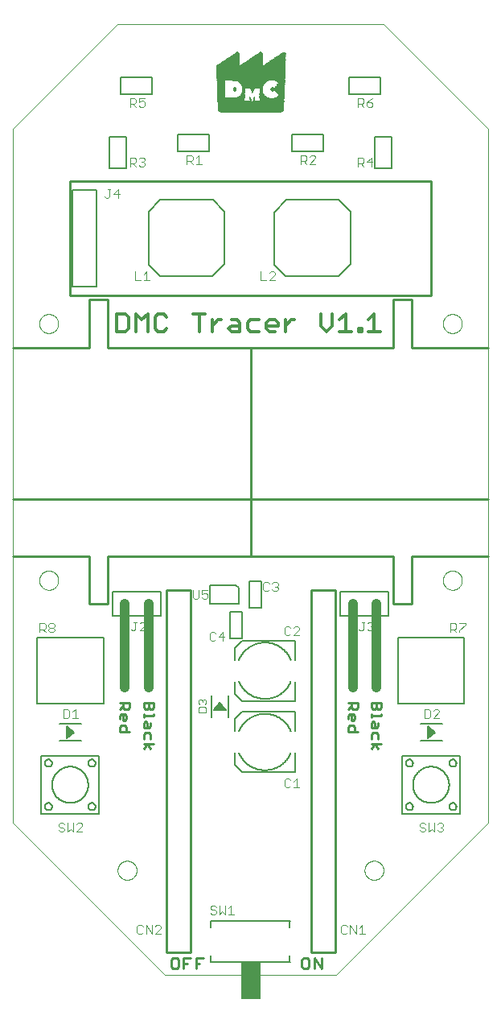
<source format=gto>
G75*
%MOIN*%
%OFA0B0*%
%FSLAX25Y25*%
%IPPOS*%
%LPD*%
%AMOC8*
5,1,8,0,0,1.08239X$1,22.5*
%
%ADD10C,0.00000*%
%ADD11C,0.01000*%
%ADD12C,0.00984*%
%ADD13C,0.00300*%
%ADD14R,0.25605X0.00045*%
%ADD15R,0.25920X0.00045*%
%ADD16R,0.26145X0.00045*%
%ADD17R,0.26280X0.00045*%
%ADD18R,0.26460X0.00045*%
%ADD19R,0.26550X0.00045*%
%ADD20R,0.26640X0.00045*%
%ADD21R,0.26730X0.00045*%
%ADD22R,0.26820X0.00045*%
%ADD23R,0.26910X0.00045*%
%ADD24R,0.26955X0.00045*%
%ADD25R,0.27000X0.00045*%
%ADD26R,0.27090X0.00045*%
%ADD27R,0.27135X0.00045*%
%ADD28R,0.27180X0.00045*%
%ADD29R,0.27225X0.00045*%
%ADD30R,0.27270X0.00045*%
%ADD31R,0.27270X0.00045*%
%ADD32R,0.27315X0.00045*%
%ADD33R,0.27360X0.00045*%
%ADD34R,0.27360X0.00045*%
%ADD35R,0.27405X0.00045*%
%ADD36R,0.27405X0.00045*%
%ADD37R,0.27450X0.00045*%
%ADD38R,0.27450X0.00045*%
%ADD39R,0.27540X0.00045*%
%ADD40R,0.27495X0.00045*%
%ADD41R,0.27495X0.00045*%
%ADD42R,0.27540X0.00045*%
%ADD43R,0.27585X0.00045*%
%ADD44R,0.27630X0.00045*%
%ADD45R,0.27585X0.00045*%
%ADD46R,0.27630X0.00045*%
%ADD47R,0.27675X0.00045*%
%ADD48R,0.27675X0.00045*%
%ADD49R,0.14355X0.00045*%
%ADD50R,0.13185X0.00045*%
%ADD51R,0.14310X0.00045*%
%ADD52R,0.13185X0.00045*%
%ADD53R,0.11430X0.00045*%
%ADD54R,0.00045X0.00045*%
%ADD55R,0.00045X0.00045*%
%ADD56R,0.01035X0.00045*%
%ADD57R,0.00945X0.00045*%
%ADD58R,0.00945X0.00045*%
%ADD59R,0.10260X0.00045*%
%ADD60R,0.11385X0.00045*%
%ADD61R,0.00855X0.00045*%
%ADD62R,0.10170X0.00045*%
%ADD63R,0.11385X0.00045*%
%ADD64R,0.00810X0.00045*%
%ADD65R,0.00855X0.00045*%
%ADD66R,0.10170X0.00045*%
%ADD67R,0.00765X0.00045*%
%ADD68R,0.00810X0.00045*%
%ADD69R,0.00765X0.00045*%
%ADD70R,0.10215X0.00045*%
%ADD71R,0.00720X0.00045*%
%ADD72R,0.00720X0.00045*%
%ADD73R,0.00675X0.00045*%
%ADD74R,0.00675X0.00045*%
%ADD75R,0.00630X0.00045*%
%ADD76R,0.00630X0.00045*%
%ADD77R,0.10215X0.00045*%
%ADD78R,0.00585X0.00045*%
%ADD79R,0.00585X0.00045*%
%ADD80R,0.00540X0.00045*%
%ADD81R,0.00540X0.00045*%
%ADD82R,0.00495X0.00045*%
%ADD83R,0.00450X0.00045*%
%ADD84R,0.00495X0.00045*%
%ADD85R,0.11430X0.00045*%
%ADD86R,0.00450X0.00045*%
%ADD87R,0.00405X0.00045*%
%ADD88R,0.10260X0.00045*%
%ADD89R,0.11475X0.00045*%
%ADD90R,0.00405X0.00045*%
%ADD91R,0.04545X0.00045*%
%ADD92R,0.04770X0.00045*%
%ADD93R,0.11475X0.00045*%
%ADD94R,0.00360X0.00045*%
%ADD95R,0.04275X0.00045*%
%ADD96R,0.04545X0.00045*%
%ADD97R,0.00360X0.00045*%
%ADD98R,0.04095X0.00045*%
%ADD99R,0.04320X0.00045*%
%ADD100R,0.00315X0.00045*%
%ADD101R,0.03915X0.00045*%
%ADD102R,0.04185X0.00045*%
%ADD103R,0.03420X0.00045*%
%ADD104R,0.02610X0.00045*%
%ADD105R,0.04365X0.00045*%
%ADD106R,0.00315X0.00045*%
%ADD107R,0.03780X0.00045*%
%ADD108R,0.04005X0.00045*%
%ADD109R,0.03330X0.00045*%
%ADD110R,0.03915X0.00045*%
%ADD111R,0.00270X0.00045*%
%ADD112R,0.03645X0.00045*%
%ADD113R,0.03285X0.00045*%
%ADD114R,0.03690X0.00045*%
%ADD115R,0.00270X0.00045*%
%ADD116R,0.03510X0.00045*%
%ADD117R,0.03780X0.00045*%
%ADD118R,0.03285X0.00045*%
%ADD119R,0.03555X0.00045*%
%ADD120R,0.00270X0.00045*%
%ADD121R,0.00225X0.00045*%
%ADD122R,0.03420X0.00045*%
%ADD123R,0.03690X0.00045*%
%ADD124R,0.03375X0.00045*%
%ADD125R,0.00225X0.00045*%
%ADD126R,0.03330X0.00045*%
%ADD127R,0.03600X0.00045*%
%ADD128R,0.03240X0.00045*%
%ADD129R,0.03510X0.00045*%
%ADD130R,0.03150X0.00045*%
%ADD131R,0.00180X0.00045*%
%ADD132R,0.03060X0.00045*%
%ADD133R,0.00180X0.00045*%
%ADD134R,0.02970X0.00045*%
%ADD135R,0.00135X0.00045*%
%ADD136R,0.03015X0.00045*%
%ADD137R,0.02880X0.00045*%
%ADD138R,0.00135X0.00045*%
%ADD139R,0.02970X0.00045*%
%ADD140R,0.03195X0.00045*%
%ADD141R,0.02790X0.00045*%
%ADD142R,0.00090X0.00045*%
%ADD143R,0.02880X0.00045*%
%ADD144R,0.02745X0.00045*%
%ADD145R,0.03060X0.00045*%
%ADD146R,0.02655X0.00045*%
%ADD147R,0.02745X0.00045*%
%ADD148R,0.02745X0.00045*%
%ADD149R,0.02520X0.00045*%
%ADD150R,0.02700X0.00045*%
%ADD151R,0.02970X0.00045*%
%ADD152R,0.02475X0.00045*%
%ADD153R,0.02430X0.00045*%
%ADD154R,0.02565X0.00045*%
%ADD155R,0.02340X0.00045*%
%ADD156R,0.02520X0.00045*%
%ADD157R,0.02790X0.00045*%
%ADD158R,0.03375X0.00045*%
%ADD159R,0.02295X0.00045*%
%ADD160R,0.02790X0.00045*%
%ADD161R,0.02295X0.00045*%
%ADD162R,0.02430X0.00045*%
%ADD163R,0.02205X0.00045*%
%ADD164R,0.02385X0.00045*%
%ADD165R,0.02700X0.00045*%
%ADD166R,0.02340X0.00045*%
%ADD167R,0.02115X0.00045*%
%ADD168R,0.02295X0.00045*%
%ADD169R,0.02160X0.00045*%
%ADD170R,0.02250X0.00045*%
%ADD171R,0.02025X0.00045*%
%ADD172R,0.02205X0.00045*%
%ADD173R,0.02565X0.00045*%
%ADD174R,0.02070X0.00045*%
%ADD175R,0.02520X0.00045*%
%ADD176R,0.01980X0.00045*%
%ADD177R,0.02115X0.00045*%
%ADD178R,0.01980X0.00045*%
%ADD179R,0.02070X0.00045*%
%ADD180R,0.02475X0.00045*%
%ADD181R,0.01890X0.00045*%
%ADD182R,0.01935X0.00045*%
%ADD183R,0.01845X0.00045*%
%ADD184R,0.01845X0.00045*%
%ADD185R,0.01935X0.00045*%
%ADD186R,0.02565X0.00045*%
%ADD187R,0.01755X0.00045*%
%ADD188R,0.02610X0.00045*%
%ADD189R,0.01800X0.00045*%
%ADD190R,0.02655X0.00045*%
%ADD191R,0.01710X0.00045*%
%ADD192R,0.01845X0.00045*%
%ADD193R,0.01710X0.00045*%
%ADD194R,0.01665X0.00045*%
%ADD195R,0.03420X0.00045*%
%ADD196R,0.01665X0.00045*%
%ADD197R,0.01620X0.00045*%
%ADD198R,0.01755X0.00045*%
%ADD199R,0.01620X0.00045*%
%ADD200R,0.02835X0.00045*%
%ADD201R,0.01575X0.00045*%
%ADD202R,0.01530X0.00045*%
%ADD203R,0.02925X0.00045*%
%ADD204R,0.03420X0.00045*%
%ADD205R,0.01530X0.00045*%
%ADD206R,0.02925X0.00045*%
%ADD207R,0.01485X0.00045*%
%ADD208R,0.01620X0.00045*%
%ADD209R,0.03465X0.00045*%
%ADD210R,0.01485X0.00045*%
%ADD211R,0.01575X0.00045*%
%ADD212R,0.03015X0.00045*%
%ADD213R,0.01440X0.00045*%
%ADD214R,0.03465X0.00045*%
%ADD215R,0.01395X0.00045*%
%ADD216R,0.03150X0.00045*%
%ADD217R,0.01395X0.00045*%
%ADD218R,0.03195X0.00045*%
%ADD219R,0.01350X0.00045*%
%ADD220R,0.01305X0.00045*%
%ADD221R,0.01305X0.00045*%
%ADD222R,0.01350X0.00045*%
%ADD223R,0.01260X0.00045*%
%ADD224R,0.01260X0.00045*%
%ADD225R,0.01215X0.00045*%
%ADD226R,0.00540X0.00045*%
%ADD227R,0.01215X0.00045*%
%ADD228R,0.03645X0.00045*%
%ADD229R,0.01170X0.00045*%
%ADD230R,0.00720X0.00045*%
%ADD231R,0.01170X0.00045*%
%ADD232R,0.03735X0.00045*%
%ADD233R,0.01125X0.00045*%
%ADD234R,0.00900X0.00045*%
%ADD235R,0.03825X0.00045*%
%ADD236R,0.01080X0.00045*%
%ADD237R,0.00990X0.00045*%
%ADD238R,0.03870X0.00045*%
%ADD239R,0.00990X0.00045*%
%ADD240R,0.01080X0.00045*%
%ADD241R,0.03870X0.00045*%
%ADD242R,0.03960X0.00045*%
%ADD243R,0.01125X0.00045*%
%ADD244R,0.01395X0.00045*%
%ADD245R,0.01170X0.00045*%
%ADD246R,0.04050X0.00045*%
%ADD247R,0.01035X0.00045*%
%ADD248R,0.05535X0.00045*%
%ADD249R,0.05535X0.00045*%
%ADD250R,0.01170X0.00045*%
%ADD251R,0.05580X0.00045*%
%ADD252R,0.05580X0.00045*%
%ADD253R,0.01440X0.00045*%
%ADD254R,0.05625X0.00045*%
%ADD255R,0.03555X0.00045*%
%ADD256R,0.05625X0.00045*%
%ADD257R,0.01620X0.00045*%
%ADD258R,0.05670X0.00045*%
%ADD259R,0.05670X0.00045*%
%ADD260R,0.01890X0.00045*%
%ADD261R,0.01890X0.00045*%
%ADD262R,0.02070X0.00045*%
%ADD263R,0.02160X0.00045*%
%ADD264R,0.04050X0.00045*%
%ADD265R,0.05490X0.00045*%
%ADD266R,0.04005X0.00045*%
%ADD267R,0.08415X0.00045*%
%ADD268R,0.03960X0.00045*%
%ADD269R,0.00720X0.00045*%
%ADD270R,0.08460X0.00045*%
%ADD271R,0.00540X0.00045*%
%ADD272R,0.08460X0.00045*%
%ADD273R,0.03870X0.00045*%
%ADD274R,0.00495X0.00045*%
%ADD275R,0.08505X0.00045*%
%ADD276R,0.03825X0.00045*%
%ADD277R,0.08505X0.00045*%
%ADD278R,0.08550X0.00045*%
%ADD279R,0.03735X0.00045*%
%ADD280R,0.08550X0.00045*%
%ADD281R,0.08595X0.00045*%
%ADD282R,0.08640X0.00045*%
%ADD283R,0.03600X0.00045*%
%ADD284R,0.08685X0.00045*%
%ADD285R,0.08685X0.00045*%
%ADD286R,0.08730X0.00045*%
%ADD287R,0.08775X0.00045*%
%ADD288R,0.08820X0.00045*%
%ADD289R,0.08820X0.00045*%
%ADD290R,0.08865X0.00045*%
%ADD291R,0.08910X0.00045*%
%ADD292R,0.08955X0.00045*%
%ADD293R,0.09000X0.00045*%
%ADD294R,0.09045X0.00045*%
%ADD295R,0.09045X0.00045*%
%ADD296R,0.09090X0.00045*%
%ADD297R,0.03240X0.00045*%
%ADD298R,0.09180X0.00045*%
%ADD299R,0.09225X0.00045*%
%ADD300R,0.09225X0.00045*%
%ADD301R,0.09315X0.00045*%
%ADD302R,0.09360X0.00045*%
%ADD303R,0.03105X0.00045*%
%ADD304R,0.09405X0.00045*%
%ADD305R,0.09495X0.00045*%
%ADD306R,0.09495X0.00045*%
%ADD307R,0.03015X0.00045*%
%ADD308R,0.09585X0.00045*%
%ADD309R,0.02970X0.00045*%
%ADD310R,0.09675X0.00045*%
%ADD311R,0.09675X0.00045*%
%ADD312R,0.09765X0.00045*%
%ADD313R,0.09855X0.00045*%
%ADD314R,0.09900X0.00045*%
%ADD315R,0.02835X0.00045*%
%ADD316R,0.09945X0.00045*%
%ADD317R,0.10035X0.00045*%
%ADD318R,0.10125X0.00045*%
%ADD319R,0.10305X0.00045*%
%ADD320R,0.10395X0.00045*%
%ADD321R,0.10485X0.00045*%
%ADD322R,0.10575X0.00045*%
%ADD323R,0.10665X0.00045*%
%ADD324R,0.02745X0.00045*%
%ADD325R,0.10755X0.00045*%
%ADD326R,0.10845X0.00045*%
%ADD327R,0.10935X0.00045*%
%ADD328R,0.11070X0.00045*%
%ADD329R,0.11205X0.00045*%
%ADD330R,0.11340X0.00045*%
%ADD331R,0.11565X0.00045*%
%ADD332R,0.11745X0.00045*%
%ADD333R,0.11880X0.00045*%
%ADD334R,0.12060X0.00045*%
%ADD335R,0.12240X0.00045*%
%ADD336R,0.12465X0.00045*%
%ADD337R,0.12645X0.00045*%
%ADD338R,0.12915X0.00045*%
%ADD339R,0.13545X0.00045*%
%ADD340R,0.03870X0.00045*%
%ADD341R,0.13905X0.00045*%
%ADD342R,0.14445X0.00045*%
%ADD343R,0.21690X0.00045*%
%ADD344R,0.04230X0.00045*%
%ADD345R,0.21780X0.00045*%
%ADD346R,0.04410X0.00045*%
%ADD347R,0.22050X0.00045*%
%ADD348R,0.04590X0.00045*%
%ADD349R,0.22230X0.00045*%
%ADD350R,0.04905X0.00045*%
%ADD351R,0.28305X0.00045*%
%ADD352R,0.28260X0.00045*%
%ADD353R,0.28305X0.00045*%
%ADD354R,0.28350X0.00045*%
%ADD355R,0.28350X0.00045*%
%ADD356R,0.28395X0.00045*%
%ADD357R,0.28395X0.00045*%
%ADD358R,0.28440X0.00045*%
%ADD359R,0.28440X0.00045*%
%ADD360R,0.28440X0.00045*%
%ADD361R,0.28485X0.00045*%
%ADD362R,0.28485X0.00045*%
%ADD363R,0.28530X0.00045*%
%ADD364R,0.28530X0.00045*%
%ADD365R,0.28575X0.00045*%
%ADD366R,0.28575X0.00045*%
%ADD367R,0.28620X0.00045*%
%ADD368R,0.28620X0.00045*%
%ADD369R,0.28665X0.00045*%
%ADD370R,0.28665X0.00045*%
%ADD371R,0.28620X0.00045*%
%ADD372R,0.28620X0.00045*%
%ADD373R,0.09540X0.00045*%
%ADD374R,0.09360X0.00045*%
%ADD375R,0.09270X0.00045*%
%ADD376R,0.09405X0.00045*%
%ADD377R,0.09135X0.00045*%
%ADD378R,0.09270X0.00045*%
%ADD379R,0.09315X0.00045*%
%ADD380R,0.09135X0.00045*%
%ADD381R,0.08865X0.00045*%
%ADD382R,0.09045X0.00045*%
%ADD383R,0.09000X0.00045*%
%ADD384R,0.08955X0.00045*%
%ADD385R,0.08910X0.00045*%
%ADD386R,0.08595X0.00045*%
%ADD387R,0.08775X0.00045*%
%ADD388R,0.08730X0.00045*%
%ADD389R,0.08640X0.00045*%
%ADD390R,0.08415X0.00045*%
%ADD391R,0.08595X0.00045*%
%ADD392R,0.08325X0.00045*%
%ADD393R,0.08280X0.00045*%
%ADD394R,0.08190X0.00045*%
%ADD395R,0.08370X0.00045*%
%ADD396R,0.08145X0.00045*%
%ADD397R,0.08280X0.00045*%
%ADD398R,0.08325X0.00045*%
%ADD399R,0.08100X0.00045*%
%ADD400R,0.08235X0.00045*%
%ADD401R,0.08190X0.00045*%
%ADD402R,0.08010X0.00045*%
%ADD403R,0.08145X0.00045*%
%ADD404R,0.07965X0.00045*%
%ADD405R,0.07875X0.00045*%
%ADD406R,0.07830X0.00045*%
%ADD407R,0.07965X0.00045*%
%ADD408R,0.07920X0.00045*%
%ADD409R,0.07740X0.00045*%
%ADD410R,0.07875X0.00045*%
%ADD411R,0.07920X0.00045*%
%ADD412R,0.07695X0.00045*%
%ADD413R,0.07785X0.00045*%
%ADD414R,0.07605X0.00045*%
%ADD415R,0.07560X0.00045*%
%ADD416R,0.07515X0.00045*%
%ADD417R,0.07605X0.00045*%
%ADD418R,0.07425X0.00045*%
%ADD419R,0.07560X0.00045*%
%ADD420R,0.07380X0.00045*%
%ADD421R,0.07470X0.00045*%
%ADD422R,0.07290X0.00045*%
%ADD423R,0.07380X0.00045*%
%ADD424R,0.07245X0.00045*%
%ADD425R,0.07335X0.00045*%
%ADD426R,0.07155X0.00045*%
%ADD427R,0.07290X0.00045*%
%ADD428R,0.07110X0.00045*%
%ADD429R,0.07200X0.00045*%
%ADD430R,0.07020X0.00045*%
%ADD431R,0.07110X0.00045*%
%ADD432R,0.06975X0.00045*%
%ADD433R,0.07065X0.00045*%
%ADD434R,0.06885X0.00045*%
%ADD435R,0.06840X0.00045*%
%ADD436R,0.06930X0.00045*%
%ADD437R,0.06750X0.00045*%
%ADD438R,0.06885X0.00045*%
%ADD439R,0.06705X0.00045*%
%ADD440R,0.06795X0.00045*%
%ADD441R,0.06750X0.00045*%
%ADD442R,0.06615X0.00045*%
%ADD443R,0.06705X0.00045*%
%ADD444R,0.06570X0.00045*%
%ADD445R,0.06660X0.00045*%
%ADD446R,0.06480X0.00045*%
%ADD447R,0.06615X0.00045*%
%ADD448R,0.06570X0.00045*%
%ADD449R,0.06435X0.00045*%
%ADD450R,0.06525X0.00045*%
%ADD451R,0.06345X0.00045*%
%ADD452R,0.06300X0.00045*%
%ADD453R,0.06390X0.00045*%
%ADD454R,0.06345X0.00045*%
%ADD455R,0.06210X0.00045*%
%ADD456R,0.06165X0.00045*%
%ADD457R,0.06255X0.00045*%
%ADD458R,0.06075X0.00045*%
%ADD459R,0.06210X0.00045*%
%ADD460R,0.06030X0.00045*%
%ADD461R,0.06120X0.00045*%
%ADD462R,0.06075X0.00045*%
%ADD463R,0.05940X0.00045*%
%ADD464R,0.06030X0.00045*%
%ADD465R,0.05895X0.00045*%
%ADD466R,0.05985X0.00045*%
%ADD467R,0.05805X0.00045*%
%ADD468R,0.05940X0.00045*%
%ADD469R,0.05895X0.00045*%
%ADD470R,0.05805X0.00045*%
%ADD471R,0.05850X0.00045*%
%ADD472R,0.05760X0.00045*%
%ADD473R,0.05715X0.00045*%
%ADD474R,0.05670X0.00045*%
%ADD475R,0.05490X0.00045*%
%ADD476R,0.05445X0.00045*%
%ADD477R,0.05400X0.00045*%
%ADD478R,0.05445X0.00045*%
%ADD479R,0.05265X0.00045*%
%ADD480R,0.05355X0.00045*%
%ADD481R,0.05265X0.00045*%
%ADD482R,0.05310X0.00045*%
%ADD483R,0.05175X0.00045*%
%ADD484R,0.05220X0.00045*%
%ADD485R,0.05265X0.00045*%
%ADD486R,0.05130X0.00045*%
%ADD487R,0.05130X0.00045*%
%ADD488R,0.05040X0.00045*%
%ADD489R,0.05085X0.00045*%
%ADD490R,0.04995X0.00045*%
%ADD491R,0.05040X0.00045*%
%ADD492R,0.04905X0.00045*%
%ADD493R,0.04950X0.00045*%
%ADD494R,0.04860X0.00045*%
%ADD495R,0.04860X0.00045*%
%ADD496R,0.04770X0.00045*%
%ADD497R,0.04815X0.00045*%
%ADD498R,0.04725X0.00045*%
%ADD499R,0.04635X0.00045*%
%ADD500R,0.04680X0.00045*%
%ADD501R,0.04500X0.00045*%
%ADD502R,0.04545X0.00045*%
%ADD503R,0.04455X0.00045*%
%ADD504R,0.04455X0.00045*%
%ADD505R,0.04365X0.00045*%
%ADD506R,0.04365X0.00045*%
%ADD507R,0.04320X0.00045*%
%ADD508R,0.04275X0.00045*%
%ADD509R,0.04185X0.00045*%
%ADD510R,0.04095X0.00045*%
%ADD511R,0.04140X0.00045*%
%ADD512R,0.03915X0.00045*%
%ADD513R,0.03690X0.00045*%
%ADD514R,0.03645X0.00045*%
%ADD515R,0.03105X0.00045*%
%ADD516R,0.02565X0.00045*%
%ADD517R,0.02520X0.00045*%
%ADD518R,0.02295X0.00045*%
%ADD519R,0.02250X0.00045*%
%ADD520R,0.02025X0.00045*%
%ADD521R,0.01890X0.00045*%
%ADD522R,0.01845X0.00045*%
%ADD523R,0.01665X0.00045*%
%ADD524R,0.01440X0.00045*%
%ADD525R,0.01215X0.00045*%
%ADD526R,0.00990X0.00045*%
%ADD527R,0.00945X0.00045*%
%ADD528R,0.00900X0.00045*%
%ADD529C,0.01300*%
%ADD530C,0.04000*%
%ADD531C,0.01100*%
%ADD532C,0.00500*%
%ADD533C,0.00400*%
%ADD534C,0.00800*%
%ADD535R,0.08000X0.15500*%
%ADD536C,0.00787*%
%ADD537C,0.00600*%
D10*
X0064492Y0011220D02*
X0001500Y0074213D01*
X0001500Y0361614D01*
X0044807Y0404921D01*
X0155043Y0404921D01*
X0198350Y0361614D01*
X0198350Y0074213D01*
X0135358Y0011220D01*
X0064492Y0011220D01*
X0044807Y0054528D02*
X0044809Y0054653D01*
X0044815Y0054778D01*
X0044825Y0054902D01*
X0044839Y0055026D01*
X0044856Y0055150D01*
X0044878Y0055273D01*
X0044904Y0055395D01*
X0044933Y0055517D01*
X0044966Y0055637D01*
X0045004Y0055756D01*
X0045044Y0055875D01*
X0045089Y0055991D01*
X0045137Y0056106D01*
X0045189Y0056220D01*
X0045245Y0056332D01*
X0045304Y0056442D01*
X0045366Y0056550D01*
X0045432Y0056657D01*
X0045501Y0056761D01*
X0045574Y0056862D01*
X0045649Y0056962D01*
X0045728Y0057059D01*
X0045810Y0057153D01*
X0045895Y0057245D01*
X0045982Y0057334D01*
X0046073Y0057420D01*
X0046166Y0057503D01*
X0046262Y0057584D01*
X0046360Y0057661D01*
X0046460Y0057735D01*
X0046563Y0057806D01*
X0046668Y0057873D01*
X0046776Y0057938D01*
X0046885Y0057998D01*
X0046996Y0058056D01*
X0047109Y0058109D01*
X0047223Y0058159D01*
X0047339Y0058206D01*
X0047456Y0058248D01*
X0047575Y0058287D01*
X0047695Y0058323D01*
X0047816Y0058354D01*
X0047938Y0058382D01*
X0048060Y0058405D01*
X0048184Y0058425D01*
X0048308Y0058441D01*
X0048432Y0058453D01*
X0048557Y0058461D01*
X0048682Y0058465D01*
X0048806Y0058465D01*
X0048931Y0058461D01*
X0049056Y0058453D01*
X0049180Y0058441D01*
X0049304Y0058425D01*
X0049428Y0058405D01*
X0049550Y0058382D01*
X0049672Y0058354D01*
X0049793Y0058323D01*
X0049913Y0058287D01*
X0050032Y0058248D01*
X0050149Y0058206D01*
X0050265Y0058159D01*
X0050379Y0058109D01*
X0050492Y0058056D01*
X0050603Y0057998D01*
X0050713Y0057938D01*
X0050820Y0057873D01*
X0050925Y0057806D01*
X0051028Y0057735D01*
X0051128Y0057661D01*
X0051226Y0057584D01*
X0051322Y0057503D01*
X0051415Y0057420D01*
X0051506Y0057334D01*
X0051593Y0057245D01*
X0051678Y0057153D01*
X0051760Y0057059D01*
X0051839Y0056962D01*
X0051914Y0056862D01*
X0051987Y0056761D01*
X0052056Y0056657D01*
X0052122Y0056550D01*
X0052184Y0056442D01*
X0052243Y0056332D01*
X0052299Y0056220D01*
X0052351Y0056106D01*
X0052399Y0055991D01*
X0052444Y0055875D01*
X0052484Y0055756D01*
X0052522Y0055637D01*
X0052555Y0055517D01*
X0052584Y0055395D01*
X0052610Y0055273D01*
X0052632Y0055150D01*
X0052649Y0055026D01*
X0052663Y0054902D01*
X0052673Y0054778D01*
X0052679Y0054653D01*
X0052681Y0054528D01*
X0052679Y0054403D01*
X0052673Y0054278D01*
X0052663Y0054154D01*
X0052649Y0054030D01*
X0052632Y0053906D01*
X0052610Y0053783D01*
X0052584Y0053661D01*
X0052555Y0053539D01*
X0052522Y0053419D01*
X0052484Y0053300D01*
X0052444Y0053181D01*
X0052399Y0053065D01*
X0052351Y0052950D01*
X0052299Y0052836D01*
X0052243Y0052724D01*
X0052184Y0052614D01*
X0052122Y0052506D01*
X0052056Y0052399D01*
X0051987Y0052295D01*
X0051914Y0052194D01*
X0051839Y0052094D01*
X0051760Y0051997D01*
X0051678Y0051903D01*
X0051593Y0051811D01*
X0051506Y0051722D01*
X0051415Y0051636D01*
X0051322Y0051553D01*
X0051226Y0051472D01*
X0051128Y0051395D01*
X0051028Y0051321D01*
X0050925Y0051250D01*
X0050820Y0051183D01*
X0050712Y0051118D01*
X0050603Y0051058D01*
X0050492Y0051000D01*
X0050379Y0050947D01*
X0050265Y0050897D01*
X0050149Y0050850D01*
X0050032Y0050808D01*
X0049913Y0050769D01*
X0049793Y0050733D01*
X0049672Y0050702D01*
X0049550Y0050674D01*
X0049428Y0050651D01*
X0049304Y0050631D01*
X0049180Y0050615D01*
X0049056Y0050603D01*
X0048931Y0050595D01*
X0048806Y0050591D01*
X0048682Y0050591D01*
X0048557Y0050595D01*
X0048432Y0050603D01*
X0048308Y0050615D01*
X0048184Y0050631D01*
X0048060Y0050651D01*
X0047938Y0050674D01*
X0047816Y0050702D01*
X0047695Y0050733D01*
X0047575Y0050769D01*
X0047456Y0050808D01*
X0047339Y0050850D01*
X0047223Y0050897D01*
X0047109Y0050947D01*
X0046996Y0051000D01*
X0046885Y0051058D01*
X0046775Y0051118D01*
X0046668Y0051183D01*
X0046563Y0051250D01*
X0046460Y0051321D01*
X0046360Y0051395D01*
X0046262Y0051472D01*
X0046166Y0051553D01*
X0046073Y0051636D01*
X0045982Y0051722D01*
X0045895Y0051811D01*
X0045810Y0051903D01*
X0045728Y0051997D01*
X0045649Y0052094D01*
X0045574Y0052194D01*
X0045501Y0052295D01*
X0045432Y0052399D01*
X0045366Y0052506D01*
X0045304Y0052614D01*
X0045245Y0052724D01*
X0045189Y0052836D01*
X0045137Y0052950D01*
X0045089Y0053065D01*
X0045044Y0053181D01*
X0045004Y0053300D01*
X0044966Y0053419D01*
X0044933Y0053539D01*
X0044904Y0053661D01*
X0044878Y0053783D01*
X0044856Y0053906D01*
X0044839Y0054030D01*
X0044825Y0054154D01*
X0044815Y0054278D01*
X0044809Y0054403D01*
X0044807Y0054528D01*
X0012327Y0174606D02*
X0012329Y0174731D01*
X0012335Y0174856D01*
X0012345Y0174980D01*
X0012359Y0175104D01*
X0012376Y0175228D01*
X0012398Y0175351D01*
X0012424Y0175473D01*
X0012453Y0175595D01*
X0012486Y0175715D01*
X0012524Y0175834D01*
X0012564Y0175953D01*
X0012609Y0176069D01*
X0012657Y0176184D01*
X0012709Y0176298D01*
X0012765Y0176410D01*
X0012824Y0176520D01*
X0012886Y0176628D01*
X0012952Y0176735D01*
X0013021Y0176839D01*
X0013094Y0176940D01*
X0013169Y0177040D01*
X0013248Y0177137D01*
X0013330Y0177231D01*
X0013415Y0177323D01*
X0013502Y0177412D01*
X0013593Y0177498D01*
X0013686Y0177581D01*
X0013782Y0177662D01*
X0013880Y0177739D01*
X0013980Y0177813D01*
X0014083Y0177884D01*
X0014188Y0177951D01*
X0014296Y0178016D01*
X0014405Y0178076D01*
X0014516Y0178134D01*
X0014629Y0178187D01*
X0014743Y0178237D01*
X0014859Y0178284D01*
X0014976Y0178326D01*
X0015095Y0178365D01*
X0015215Y0178401D01*
X0015336Y0178432D01*
X0015458Y0178460D01*
X0015580Y0178483D01*
X0015704Y0178503D01*
X0015828Y0178519D01*
X0015952Y0178531D01*
X0016077Y0178539D01*
X0016202Y0178543D01*
X0016326Y0178543D01*
X0016451Y0178539D01*
X0016576Y0178531D01*
X0016700Y0178519D01*
X0016824Y0178503D01*
X0016948Y0178483D01*
X0017070Y0178460D01*
X0017192Y0178432D01*
X0017313Y0178401D01*
X0017433Y0178365D01*
X0017552Y0178326D01*
X0017669Y0178284D01*
X0017785Y0178237D01*
X0017899Y0178187D01*
X0018012Y0178134D01*
X0018123Y0178076D01*
X0018233Y0178016D01*
X0018340Y0177951D01*
X0018445Y0177884D01*
X0018548Y0177813D01*
X0018648Y0177739D01*
X0018746Y0177662D01*
X0018842Y0177581D01*
X0018935Y0177498D01*
X0019026Y0177412D01*
X0019113Y0177323D01*
X0019198Y0177231D01*
X0019280Y0177137D01*
X0019359Y0177040D01*
X0019434Y0176940D01*
X0019507Y0176839D01*
X0019576Y0176735D01*
X0019642Y0176628D01*
X0019704Y0176520D01*
X0019763Y0176410D01*
X0019819Y0176298D01*
X0019871Y0176184D01*
X0019919Y0176069D01*
X0019964Y0175953D01*
X0020004Y0175834D01*
X0020042Y0175715D01*
X0020075Y0175595D01*
X0020104Y0175473D01*
X0020130Y0175351D01*
X0020152Y0175228D01*
X0020169Y0175104D01*
X0020183Y0174980D01*
X0020193Y0174856D01*
X0020199Y0174731D01*
X0020201Y0174606D01*
X0020199Y0174481D01*
X0020193Y0174356D01*
X0020183Y0174232D01*
X0020169Y0174108D01*
X0020152Y0173984D01*
X0020130Y0173861D01*
X0020104Y0173739D01*
X0020075Y0173617D01*
X0020042Y0173497D01*
X0020004Y0173378D01*
X0019964Y0173259D01*
X0019919Y0173143D01*
X0019871Y0173028D01*
X0019819Y0172914D01*
X0019763Y0172802D01*
X0019704Y0172692D01*
X0019642Y0172584D01*
X0019576Y0172477D01*
X0019507Y0172373D01*
X0019434Y0172272D01*
X0019359Y0172172D01*
X0019280Y0172075D01*
X0019198Y0171981D01*
X0019113Y0171889D01*
X0019026Y0171800D01*
X0018935Y0171714D01*
X0018842Y0171631D01*
X0018746Y0171550D01*
X0018648Y0171473D01*
X0018548Y0171399D01*
X0018445Y0171328D01*
X0018340Y0171261D01*
X0018232Y0171196D01*
X0018123Y0171136D01*
X0018012Y0171078D01*
X0017899Y0171025D01*
X0017785Y0170975D01*
X0017669Y0170928D01*
X0017552Y0170886D01*
X0017433Y0170847D01*
X0017313Y0170811D01*
X0017192Y0170780D01*
X0017070Y0170752D01*
X0016948Y0170729D01*
X0016824Y0170709D01*
X0016700Y0170693D01*
X0016576Y0170681D01*
X0016451Y0170673D01*
X0016326Y0170669D01*
X0016202Y0170669D01*
X0016077Y0170673D01*
X0015952Y0170681D01*
X0015828Y0170693D01*
X0015704Y0170709D01*
X0015580Y0170729D01*
X0015458Y0170752D01*
X0015336Y0170780D01*
X0015215Y0170811D01*
X0015095Y0170847D01*
X0014976Y0170886D01*
X0014859Y0170928D01*
X0014743Y0170975D01*
X0014629Y0171025D01*
X0014516Y0171078D01*
X0014405Y0171136D01*
X0014295Y0171196D01*
X0014188Y0171261D01*
X0014083Y0171328D01*
X0013980Y0171399D01*
X0013880Y0171473D01*
X0013782Y0171550D01*
X0013686Y0171631D01*
X0013593Y0171714D01*
X0013502Y0171800D01*
X0013415Y0171889D01*
X0013330Y0171981D01*
X0013248Y0172075D01*
X0013169Y0172172D01*
X0013094Y0172272D01*
X0013021Y0172373D01*
X0012952Y0172477D01*
X0012886Y0172584D01*
X0012824Y0172692D01*
X0012765Y0172802D01*
X0012709Y0172914D01*
X0012657Y0173028D01*
X0012609Y0173143D01*
X0012564Y0173259D01*
X0012524Y0173378D01*
X0012486Y0173497D01*
X0012453Y0173617D01*
X0012424Y0173739D01*
X0012398Y0173861D01*
X0012376Y0173984D01*
X0012359Y0174108D01*
X0012345Y0174232D01*
X0012335Y0174356D01*
X0012329Y0174481D01*
X0012327Y0174606D01*
X0012327Y0280906D02*
X0012329Y0281031D01*
X0012335Y0281156D01*
X0012345Y0281280D01*
X0012359Y0281404D01*
X0012376Y0281528D01*
X0012398Y0281651D01*
X0012424Y0281773D01*
X0012453Y0281895D01*
X0012486Y0282015D01*
X0012524Y0282134D01*
X0012564Y0282253D01*
X0012609Y0282369D01*
X0012657Y0282484D01*
X0012709Y0282598D01*
X0012765Y0282710D01*
X0012824Y0282820D01*
X0012886Y0282928D01*
X0012952Y0283035D01*
X0013021Y0283139D01*
X0013094Y0283240D01*
X0013169Y0283340D01*
X0013248Y0283437D01*
X0013330Y0283531D01*
X0013415Y0283623D01*
X0013502Y0283712D01*
X0013593Y0283798D01*
X0013686Y0283881D01*
X0013782Y0283962D01*
X0013880Y0284039D01*
X0013980Y0284113D01*
X0014083Y0284184D01*
X0014188Y0284251D01*
X0014296Y0284316D01*
X0014405Y0284376D01*
X0014516Y0284434D01*
X0014629Y0284487D01*
X0014743Y0284537D01*
X0014859Y0284584D01*
X0014976Y0284626D01*
X0015095Y0284665D01*
X0015215Y0284701D01*
X0015336Y0284732D01*
X0015458Y0284760D01*
X0015580Y0284783D01*
X0015704Y0284803D01*
X0015828Y0284819D01*
X0015952Y0284831D01*
X0016077Y0284839D01*
X0016202Y0284843D01*
X0016326Y0284843D01*
X0016451Y0284839D01*
X0016576Y0284831D01*
X0016700Y0284819D01*
X0016824Y0284803D01*
X0016948Y0284783D01*
X0017070Y0284760D01*
X0017192Y0284732D01*
X0017313Y0284701D01*
X0017433Y0284665D01*
X0017552Y0284626D01*
X0017669Y0284584D01*
X0017785Y0284537D01*
X0017899Y0284487D01*
X0018012Y0284434D01*
X0018123Y0284376D01*
X0018233Y0284316D01*
X0018340Y0284251D01*
X0018445Y0284184D01*
X0018548Y0284113D01*
X0018648Y0284039D01*
X0018746Y0283962D01*
X0018842Y0283881D01*
X0018935Y0283798D01*
X0019026Y0283712D01*
X0019113Y0283623D01*
X0019198Y0283531D01*
X0019280Y0283437D01*
X0019359Y0283340D01*
X0019434Y0283240D01*
X0019507Y0283139D01*
X0019576Y0283035D01*
X0019642Y0282928D01*
X0019704Y0282820D01*
X0019763Y0282710D01*
X0019819Y0282598D01*
X0019871Y0282484D01*
X0019919Y0282369D01*
X0019964Y0282253D01*
X0020004Y0282134D01*
X0020042Y0282015D01*
X0020075Y0281895D01*
X0020104Y0281773D01*
X0020130Y0281651D01*
X0020152Y0281528D01*
X0020169Y0281404D01*
X0020183Y0281280D01*
X0020193Y0281156D01*
X0020199Y0281031D01*
X0020201Y0280906D01*
X0020199Y0280781D01*
X0020193Y0280656D01*
X0020183Y0280532D01*
X0020169Y0280408D01*
X0020152Y0280284D01*
X0020130Y0280161D01*
X0020104Y0280039D01*
X0020075Y0279917D01*
X0020042Y0279797D01*
X0020004Y0279678D01*
X0019964Y0279559D01*
X0019919Y0279443D01*
X0019871Y0279328D01*
X0019819Y0279214D01*
X0019763Y0279102D01*
X0019704Y0278992D01*
X0019642Y0278884D01*
X0019576Y0278777D01*
X0019507Y0278673D01*
X0019434Y0278572D01*
X0019359Y0278472D01*
X0019280Y0278375D01*
X0019198Y0278281D01*
X0019113Y0278189D01*
X0019026Y0278100D01*
X0018935Y0278014D01*
X0018842Y0277931D01*
X0018746Y0277850D01*
X0018648Y0277773D01*
X0018548Y0277699D01*
X0018445Y0277628D01*
X0018340Y0277561D01*
X0018232Y0277496D01*
X0018123Y0277436D01*
X0018012Y0277378D01*
X0017899Y0277325D01*
X0017785Y0277275D01*
X0017669Y0277228D01*
X0017552Y0277186D01*
X0017433Y0277147D01*
X0017313Y0277111D01*
X0017192Y0277080D01*
X0017070Y0277052D01*
X0016948Y0277029D01*
X0016824Y0277009D01*
X0016700Y0276993D01*
X0016576Y0276981D01*
X0016451Y0276973D01*
X0016326Y0276969D01*
X0016202Y0276969D01*
X0016077Y0276973D01*
X0015952Y0276981D01*
X0015828Y0276993D01*
X0015704Y0277009D01*
X0015580Y0277029D01*
X0015458Y0277052D01*
X0015336Y0277080D01*
X0015215Y0277111D01*
X0015095Y0277147D01*
X0014976Y0277186D01*
X0014859Y0277228D01*
X0014743Y0277275D01*
X0014629Y0277325D01*
X0014516Y0277378D01*
X0014405Y0277436D01*
X0014295Y0277496D01*
X0014188Y0277561D01*
X0014083Y0277628D01*
X0013980Y0277699D01*
X0013880Y0277773D01*
X0013782Y0277850D01*
X0013686Y0277931D01*
X0013593Y0278014D01*
X0013502Y0278100D01*
X0013415Y0278189D01*
X0013330Y0278281D01*
X0013248Y0278375D01*
X0013169Y0278472D01*
X0013094Y0278572D01*
X0013021Y0278673D01*
X0012952Y0278777D01*
X0012886Y0278884D01*
X0012824Y0278992D01*
X0012765Y0279102D01*
X0012709Y0279214D01*
X0012657Y0279328D01*
X0012609Y0279443D01*
X0012564Y0279559D01*
X0012524Y0279678D01*
X0012486Y0279797D01*
X0012453Y0279917D01*
X0012424Y0280039D01*
X0012398Y0280161D01*
X0012376Y0280284D01*
X0012359Y0280408D01*
X0012345Y0280532D01*
X0012335Y0280656D01*
X0012329Y0280781D01*
X0012327Y0280906D01*
X0147169Y0054528D02*
X0147171Y0054653D01*
X0147177Y0054778D01*
X0147187Y0054902D01*
X0147201Y0055026D01*
X0147218Y0055150D01*
X0147240Y0055273D01*
X0147266Y0055395D01*
X0147295Y0055517D01*
X0147328Y0055637D01*
X0147366Y0055756D01*
X0147406Y0055875D01*
X0147451Y0055991D01*
X0147499Y0056106D01*
X0147551Y0056220D01*
X0147607Y0056332D01*
X0147666Y0056442D01*
X0147728Y0056550D01*
X0147794Y0056657D01*
X0147863Y0056761D01*
X0147936Y0056862D01*
X0148011Y0056962D01*
X0148090Y0057059D01*
X0148172Y0057153D01*
X0148257Y0057245D01*
X0148344Y0057334D01*
X0148435Y0057420D01*
X0148528Y0057503D01*
X0148624Y0057584D01*
X0148722Y0057661D01*
X0148822Y0057735D01*
X0148925Y0057806D01*
X0149030Y0057873D01*
X0149138Y0057938D01*
X0149247Y0057998D01*
X0149358Y0058056D01*
X0149471Y0058109D01*
X0149585Y0058159D01*
X0149701Y0058206D01*
X0149818Y0058248D01*
X0149937Y0058287D01*
X0150057Y0058323D01*
X0150178Y0058354D01*
X0150300Y0058382D01*
X0150422Y0058405D01*
X0150546Y0058425D01*
X0150670Y0058441D01*
X0150794Y0058453D01*
X0150919Y0058461D01*
X0151044Y0058465D01*
X0151168Y0058465D01*
X0151293Y0058461D01*
X0151418Y0058453D01*
X0151542Y0058441D01*
X0151666Y0058425D01*
X0151790Y0058405D01*
X0151912Y0058382D01*
X0152034Y0058354D01*
X0152155Y0058323D01*
X0152275Y0058287D01*
X0152394Y0058248D01*
X0152511Y0058206D01*
X0152627Y0058159D01*
X0152741Y0058109D01*
X0152854Y0058056D01*
X0152965Y0057998D01*
X0153075Y0057938D01*
X0153182Y0057873D01*
X0153287Y0057806D01*
X0153390Y0057735D01*
X0153490Y0057661D01*
X0153588Y0057584D01*
X0153684Y0057503D01*
X0153777Y0057420D01*
X0153868Y0057334D01*
X0153955Y0057245D01*
X0154040Y0057153D01*
X0154122Y0057059D01*
X0154201Y0056962D01*
X0154276Y0056862D01*
X0154349Y0056761D01*
X0154418Y0056657D01*
X0154484Y0056550D01*
X0154546Y0056442D01*
X0154605Y0056332D01*
X0154661Y0056220D01*
X0154713Y0056106D01*
X0154761Y0055991D01*
X0154806Y0055875D01*
X0154846Y0055756D01*
X0154884Y0055637D01*
X0154917Y0055517D01*
X0154946Y0055395D01*
X0154972Y0055273D01*
X0154994Y0055150D01*
X0155011Y0055026D01*
X0155025Y0054902D01*
X0155035Y0054778D01*
X0155041Y0054653D01*
X0155043Y0054528D01*
X0155041Y0054403D01*
X0155035Y0054278D01*
X0155025Y0054154D01*
X0155011Y0054030D01*
X0154994Y0053906D01*
X0154972Y0053783D01*
X0154946Y0053661D01*
X0154917Y0053539D01*
X0154884Y0053419D01*
X0154846Y0053300D01*
X0154806Y0053181D01*
X0154761Y0053065D01*
X0154713Y0052950D01*
X0154661Y0052836D01*
X0154605Y0052724D01*
X0154546Y0052614D01*
X0154484Y0052506D01*
X0154418Y0052399D01*
X0154349Y0052295D01*
X0154276Y0052194D01*
X0154201Y0052094D01*
X0154122Y0051997D01*
X0154040Y0051903D01*
X0153955Y0051811D01*
X0153868Y0051722D01*
X0153777Y0051636D01*
X0153684Y0051553D01*
X0153588Y0051472D01*
X0153490Y0051395D01*
X0153390Y0051321D01*
X0153287Y0051250D01*
X0153182Y0051183D01*
X0153074Y0051118D01*
X0152965Y0051058D01*
X0152854Y0051000D01*
X0152741Y0050947D01*
X0152627Y0050897D01*
X0152511Y0050850D01*
X0152394Y0050808D01*
X0152275Y0050769D01*
X0152155Y0050733D01*
X0152034Y0050702D01*
X0151912Y0050674D01*
X0151790Y0050651D01*
X0151666Y0050631D01*
X0151542Y0050615D01*
X0151418Y0050603D01*
X0151293Y0050595D01*
X0151168Y0050591D01*
X0151044Y0050591D01*
X0150919Y0050595D01*
X0150794Y0050603D01*
X0150670Y0050615D01*
X0150546Y0050631D01*
X0150422Y0050651D01*
X0150300Y0050674D01*
X0150178Y0050702D01*
X0150057Y0050733D01*
X0149937Y0050769D01*
X0149818Y0050808D01*
X0149701Y0050850D01*
X0149585Y0050897D01*
X0149471Y0050947D01*
X0149358Y0051000D01*
X0149247Y0051058D01*
X0149137Y0051118D01*
X0149030Y0051183D01*
X0148925Y0051250D01*
X0148822Y0051321D01*
X0148722Y0051395D01*
X0148624Y0051472D01*
X0148528Y0051553D01*
X0148435Y0051636D01*
X0148344Y0051722D01*
X0148257Y0051811D01*
X0148172Y0051903D01*
X0148090Y0051997D01*
X0148011Y0052094D01*
X0147936Y0052194D01*
X0147863Y0052295D01*
X0147794Y0052399D01*
X0147728Y0052506D01*
X0147666Y0052614D01*
X0147607Y0052724D01*
X0147551Y0052836D01*
X0147499Y0052950D01*
X0147451Y0053065D01*
X0147406Y0053181D01*
X0147366Y0053300D01*
X0147328Y0053419D01*
X0147295Y0053539D01*
X0147266Y0053661D01*
X0147240Y0053783D01*
X0147218Y0053906D01*
X0147201Y0054030D01*
X0147187Y0054154D01*
X0147177Y0054278D01*
X0147171Y0054403D01*
X0147169Y0054528D01*
X0179650Y0174606D02*
X0179652Y0174731D01*
X0179658Y0174856D01*
X0179668Y0174980D01*
X0179682Y0175104D01*
X0179699Y0175228D01*
X0179721Y0175351D01*
X0179747Y0175473D01*
X0179776Y0175595D01*
X0179809Y0175715D01*
X0179847Y0175834D01*
X0179887Y0175953D01*
X0179932Y0176069D01*
X0179980Y0176184D01*
X0180032Y0176298D01*
X0180088Y0176410D01*
X0180147Y0176520D01*
X0180209Y0176628D01*
X0180275Y0176735D01*
X0180344Y0176839D01*
X0180417Y0176940D01*
X0180492Y0177040D01*
X0180571Y0177137D01*
X0180653Y0177231D01*
X0180738Y0177323D01*
X0180825Y0177412D01*
X0180916Y0177498D01*
X0181009Y0177581D01*
X0181105Y0177662D01*
X0181203Y0177739D01*
X0181303Y0177813D01*
X0181406Y0177884D01*
X0181511Y0177951D01*
X0181619Y0178016D01*
X0181728Y0178076D01*
X0181839Y0178134D01*
X0181952Y0178187D01*
X0182066Y0178237D01*
X0182182Y0178284D01*
X0182299Y0178326D01*
X0182418Y0178365D01*
X0182538Y0178401D01*
X0182659Y0178432D01*
X0182781Y0178460D01*
X0182903Y0178483D01*
X0183027Y0178503D01*
X0183151Y0178519D01*
X0183275Y0178531D01*
X0183400Y0178539D01*
X0183525Y0178543D01*
X0183649Y0178543D01*
X0183774Y0178539D01*
X0183899Y0178531D01*
X0184023Y0178519D01*
X0184147Y0178503D01*
X0184271Y0178483D01*
X0184393Y0178460D01*
X0184515Y0178432D01*
X0184636Y0178401D01*
X0184756Y0178365D01*
X0184875Y0178326D01*
X0184992Y0178284D01*
X0185108Y0178237D01*
X0185222Y0178187D01*
X0185335Y0178134D01*
X0185446Y0178076D01*
X0185556Y0178016D01*
X0185663Y0177951D01*
X0185768Y0177884D01*
X0185871Y0177813D01*
X0185971Y0177739D01*
X0186069Y0177662D01*
X0186165Y0177581D01*
X0186258Y0177498D01*
X0186349Y0177412D01*
X0186436Y0177323D01*
X0186521Y0177231D01*
X0186603Y0177137D01*
X0186682Y0177040D01*
X0186757Y0176940D01*
X0186830Y0176839D01*
X0186899Y0176735D01*
X0186965Y0176628D01*
X0187027Y0176520D01*
X0187086Y0176410D01*
X0187142Y0176298D01*
X0187194Y0176184D01*
X0187242Y0176069D01*
X0187287Y0175953D01*
X0187327Y0175834D01*
X0187365Y0175715D01*
X0187398Y0175595D01*
X0187427Y0175473D01*
X0187453Y0175351D01*
X0187475Y0175228D01*
X0187492Y0175104D01*
X0187506Y0174980D01*
X0187516Y0174856D01*
X0187522Y0174731D01*
X0187524Y0174606D01*
X0187522Y0174481D01*
X0187516Y0174356D01*
X0187506Y0174232D01*
X0187492Y0174108D01*
X0187475Y0173984D01*
X0187453Y0173861D01*
X0187427Y0173739D01*
X0187398Y0173617D01*
X0187365Y0173497D01*
X0187327Y0173378D01*
X0187287Y0173259D01*
X0187242Y0173143D01*
X0187194Y0173028D01*
X0187142Y0172914D01*
X0187086Y0172802D01*
X0187027Y0172692D01*
X0186965Y0172584D01*
X0186899Y0172477D01*
X0186830Y0172373D01*
X0186757Y0172272D01*
X0186682Y0172172D01*
X0186603Y0172075D01*
X0186521Y0171981D01*
X0186436Y0171889D01*
X0186349Y0171800D01*
X0186258Y0171714D01*
X0186165Y0171631D01*
X0186069Y0171550D01*
X0185971Y0171473D01*
X0185871Y0171399D01*
X0185768Y0171328D01*
X0185663Y0171261D01*
X0185555Y0171196D01*
X0185446Y0171136D01*
X0185335Y0171078D01*
X0185222Y0171025D01*
X0185108Y0170975D01*
X0184992Y0170928D01*
X0184875Y0170886D01*
X0184756Y0170847D01*
X0184636Y0170811D01*
X0184515Y0170780D01*
X0184393Y0170752D01*
X0184271Y0170729D01*
X0184147Y0170709D01*
X0184023Y0170693D01*
X0183899Y0170681D01*
X0183774Y0170673D01*
X0183649Y0170669D01*
X0183525Y0170669D01*
X0183400Y0170673D01*
X0183275Y0170681D01*
X0183151Y0170693D01*
X0183027Y0170709D01*
X0182903Y0170729D01*
X0182781Y0170752D01*
X0182659Y0170780D01*
X0182538Y0170811D01*
X0182418Y0170847D01*
X0182299Y0170886D01*
X0182182Y0170928D01*
X0182066Y0170975D01*
X0181952Y0171025D01*
X0181839Y0171078D01*
X0181728Y0171136D01*
X0181618Y0171196D01*
X0181511Y0171261D01*
X0181406Y0171328D01*
X0181303Y0171399D01*
X0181203Y0171473D01*
X0181105Y0171550D01*
X0181009Y0171631D01*
X0180916Y0171714D01*
X0180825Y0171800D01*
X0180738Y0171889D01*
X0180653Y0171981D01*
X0180571Y0172075D01*
X0180492Y0172172D01*
X0180417Y0172272D01*
X0180344Y0172373D01*
X0180275Y0172477D01*
X0180209Y0172584D01*
X0180147Y0172692D01*
X0180088Y0172802D01*
X0180032Y0172914D01*
X0179980Y0173028D01*
X0179932Y0173143D01*
X0179887Y0173259D01*
X0179847Y0173378D01*
X0179809Y0173497D01*
X0179776Y0173617D01*
X0179747Y0173739D01*
X0179721Y0173861D01*
X0179699Y0173984D01*
X0179682Y0174108D01*
X0179668Y0174232D01*
X0179658Y0174356D01*
X0179652Y0174481D01*
X0179650Y0174606D01*
X0179650Y0280906D02*
X0179652Y0281031D01*
X0179658Y0281156D01*
X0179668Y0281280D01*
X0179682Y0281404D01*
X0179699Y0281528D01*
X0179721Y0281651D01*
X0179747Y0281773D01*
X0179776Y0281895D01*
X0179809Y0282015D01*
X0179847Y0282134D01*
X0179887Y0282253D01*
X0179932Y0282369D01*
X0179980Y0282484D01*
X0180032Y0282598D01*
X0180088Y0282710D01*
X0180147Y0282820D01*
X0180209Y0282928D01*
X0180275Y0283035D01*
X0180344Y0283139D01*
X0180417Y0283240D01*
X0180492Y0283340D01*
X0180571Y0283437D01*
X0180653Y0283531D01*
X0180738Y0283623D01*
X0180825Y0283712D01*
X0180916Y0283798D01*
X0181009Y0283881D01*
X0181105Y0283962D01*
X0181203Y0284039D01*
X0181303Y0284113D01*
X0181406Y0284184D01*
X0181511Y0284251D01*
X0181619Y0284316D01*
X0181728Y0284376D01*
X0181839Y0284434D01*
X0181952Y0284487D01*
X0182066Y0284537D01*
X0182182Y0284584D01*
X0182299Y0284626D01*
X0182418Y0284665D01*
X0182538Y0284701D01*
X0182659Y0284732D01*
X0182781Y0284760D01*
X0182903Y0284783D01*
X0183027Y0284803D01*
X0183151Y0284819D01*
X0183275Y0284831D01*
X0183400Y0284839D01*
X0183525Y0284843D01*
X0183649Y0284843D01*
X0183774Y0284839D01*
X0183899Y0284831D01*
X0184023Y0284819D01*
X0184147Y0284803D01*
X0184271Y0284783D01*
X0184393Y0284760D01*
X0184515Y0284732D01*
X0184636Y0284701D01*
X0184756Y0284665D01*
X0184875Y0284626D01*
X0184992Y0284584D01*
X0185108Y0284537D01*
X0185222Y0284487D01*
X0185335Y0284434D01*
X0185446Y0284376D01*
X0185556Y0284316D01*
X0185663Y0284251D01*
X0185768Y0284184D01*
X0185871Y0284113D01*
X0185971Y0284039D01*
X0186069Y0283962D01*
X0186165Y0283881D01*
X0186258Y0283798D01*
X0186349Y0283712D01*
X0186436Y0283623D01*
X0186521Y0283531D01*
X0186603Y0283437D01*
X0186682Y0283340D01*
X0186757Y0283240D01*
X0186830Y0283139D01*
X0186899Y0283035D01*
X0186965Y0282928D01*
X0187027Y0282820D01*
X0187086Y0282710D01*
X0187142Y0282598D01*
X0187194Y0282484D01*
X0187242Y0282369D01*
X0187287Y0282253D01*
X0187327Y0282134D01*
X0187365Y0282015D01*
X0187398Y0281895D01*
X0187427Y0281773D01*
X0187453Y0281651D01*
X0187475Y0281528D01*
X0187492Y0281404D01*
X0187506Y0281280D01*
X0187516Y0281156D01*
X0187522Y0281031D01*
X0187524Y0280906D01*
X0187522Y0280781D01*
X0187516Y0280656D01*
X0187506Y0280532D01*
X0187492Y0280408D01*
X0187475Y0280284D01*
X0187453Y0280161D01*
X0187427Y0280039D01*
X0187398Y0279917D01*
X0187365Y0279797D01*
X0187327Y0279678D01*
X0187287Y0279559D01*
X0187242Y0279443D01*
X0187194Y0279328D01*
X0187142Y0279214D01*
X0187086Y0279102D01*
X0187027Y0278992D01*
X0186965Y0278884D01*
X0186899Y0278777D01*
X0186830Y0278673D01*
X0186757Y0278572D01*
X0186682Y0278472D01*
X0186603Y0278375D01*
X0186521Y0278281D01*
X0186436Y0278189D01*
X0186349Y0278100D01*
X0186258Y0278014D01*
X0186165Y0277931D01*
X0186069Y0277850D01*
X0185971Y0277773D01*
X0185871Y0277699D01*
X0185768Y0277628D01*
X0185663Y0277561D01*
X0185555Y0277496D01*
X0185446Y0277436D01*
X0185335Y0277378D01*
X0185222Y0277325D01*
X0185108Y0277275D01*
X0184992Y0277228D01*
X0184875Y0277186D01*
X0184756Y0277147D01*
X0184636Y0277111D01*
X0184515Y0277080D01*
X0184393Y0277052D01*
X0184271Y0277029D01*
X0184147Y0277009D01*
X0184023Y0276993D01*
X0183899Y0276981D01*
X0183774Y0276973D01*
X0183649Y0276969D01*
X0183525Y0276969D01*
X0183400Y0276973D01*
X0183275Y0276981D01*
X0183151Y0276993D01*
X0183027Y0277009D01*
X0182903Y0277029D01*
X0182781Y0277052D01*
X0182659Y0277080D01*
X0182538Y0277111D01*
X0182418Y0277147D01*
X0182299Y0277186D01*
X0182182Y0277228D01*
X0182066Y0277275D01*
X0181952Y0277325D01*
X0181839Y0277378D01*
X0181728Y0277436D01*
X0181618Y0277496D01*
X0181511Y0277561D01*
X0181406Y0277628D01*
X0181303Y0277699D01*
X0181203Y0277773D01*
X0181105Y0277850D01*
X0181009Y0277931D01*
X0180916Y0278014D01*
X0180825Y0278100D01*
X0180738Y0278189D01*
X0180653Y0278281D01*
X0180571Y0278375D01*
X0180492Y0278472D01*
X0180417Y0278572D01*
X0180344Y0278673D01*
X0180275Y0278777D01*
X0180209Y0278884D01*
X0180147Y0278992D01*
X0180088Y0279102D01*
X0180032Y0279214D01*
X0179980Y0279328D01*
X0179932Y0279443D01*
X0179887Y0279559D01*
X0179847Y0279678D01*
X0179809Y0279797D01*
X0179776Y0279917D01*
X0179747Y0280039D01*
X0179721Y0280161D01*
X0179699Y0280284D01*
X0179682Y0280408D01*
X0179668Y0280532D01*
X0179658Y0280656D01*
X0179652Y0280781D01*
X0179650Y0280906D01*
D11*
X0174728Y0184449D02*
X0166854Y0184449D01*
X0166854Y0164764D01*
X0158980Y0164764D01*
X0158980Y0184449D01*
X0123547Y0184449D01*
X0115673Y0184449D01*
X0099925Y0184449D01*
X0092051Y0184449D01*
X0080240Y0184449D01*
X0040870Y0184449D01*
X0040870Y0164764D01*
X0032996Y0164764D01*
X0032996Y0184449D01*
X0001500Y0184449D01*
X0045799Y0123909D02*
X0049803Y0123909D01*
X0049803Y0121908D01*
X0049135Y0121241D01*
X0047801Y0121241D01*
X0047134Y0121908D01*
X0047134Y0123909D01*
X0047134Y0122575D02*
X0045799Y0121241D01*
X0046466Y0119306D02*
X0045799Y0118638D01*
X0045799Y0117304D01*
X0047134Y0116637D02*
X0047134Y0119306D01*
X0047801Y0119306D02*
X0048468Y0118638D01*
X0048468Y0117304D01*
X0047801Y0116637D01*
X0047134Y0116637D01*
X0047801Y0114702D02*
X0048468Y0114034D01*
X0048468Y0112033D01*
X0049803Y0112033D02*
X0045799Y0112033D01*
X0045799Y0114034D01*
X0046466Y0114702D01*
X0047801Y0114702D01*
X0047801Y0119306D02*
X0046466Y0119306D01*
X0055642Y0119306D02*
X0055642Y0117971D01*
X0055642Y0118638D02*
X0059645Y0118638D01*
X0059645Y0119306D01*
X0058978Y0121241D02*
X0058311Y0121241D01*
X0057643Y0121908D01*
X0057643Y0123909D01*
X0057643Y0121908D02*
X0056976Y0121241D01*
X0056309Y0121241D01*
X0055642Y0121908D01*
X0055642Y0123909D01*
X0059645Y0123909D01*
X0059645Y0121908D01*
X0058978Y0121241D01*
X0056309Y0116236D02*
X0056976Y0115569D01*
X0056976Y0113567D01*
X0057643Y0113567D02*
X0055642Y0113567D01*
X0055642Y0115569D01*
X0056309Y0116236D01*
X0058311Y0115569D02*
X0058311Y0114235D01*
X0057643Y0113567D01*
X0057643Y0111632D02*
X0056309Y0111632D01*
X0055642Y0110965D01*
X0055642Y0108963D01*
X0055642Y0107028D02*
X0059645Y0107028D01*
X0058311Y0108963D02*
X0058311Y0110965D01*
X0057643Y0111632D01*
X0056976Y0107028D02*
X0058311Y0105027D01*
X0056976Y0107028D02*
X0055642Y0105027D01*
X0064925Y0170728D02*
X0064925Y0020728D01*
X0067425Y0020728D01*
X0072425Y0020728D01*
X0074925Y0020728D01*
X0074925Y0170728D01*
X0064925Y0170728D01*
X0099925Y0184449D02*
X0099925Y0271063D01*
X0124925Y0170709D02*
X0124925Y0020709D01*
X0134925Y0020709D01*
X0134925Y0170709D01*
X0132425Y0170709D01*
X0127425Y0170709D01*
X0124925Y0170709D01*
X0140287Y0123909D02*
X0144291Y0123909D01*
X0144291Y0121908D01*
X0143624Y0121241D01*
X0142289Y0121241D01*
X0141622Y0121908D01*
X0141622Y0123909D01*
X0141622Y0122575D02*
X0140287Y0121241D01*
X0140955Y0119306D02*
X0142289Y0119306D01*
X0142956Y0118638D01*
X0142956Y0117304D01*
X0142289Y0116637D01*
X0141622Y0116637D01*
X0141622Y0119306D01*
X0140955Y0119306D02*
X0140287Y0118638D01*
X0140287Y0117304D01*
X0140955Y0114702D02*
X0142289Y0114702D01*
X0142956Y0114034D01*
X0142956Y0112033D01*
X0144291Y0112033D02*
X0140287Y0112033D01*
X0140287Y0114034D01*
X0140955Y0114702D01*
X0150130Y0115569D02*
X0150130Y0113567D01*
X0152132Y0113567D01*
X0152799Y0114235D01*
X0152799Y0115569D01*
X0151464Y0115569D02*
X0151464Y0113567D01*
X0151464Y0115569D02*
X0150797Y0116236D01*
X0150130Y0115569D01*
X0150130Y0117971D02*
X0150130Y0119306D01*
X0150130Y0118638D02*
X0154133Y0118638D01*
X0154133Y0119306D01*
X0153466Y0121241D02*
X0154133Y0121908D01*
X0154133Y0123909D01*
X0150130Y0123909D01*
X0150130Y0121908D01*
X0150797Y0121241D01*
X0151464Y0121241D01*
X0152132Y0121908D01*
X0152132Y0123909D01*
X0152132Y0121908D02*
X0152799Y0121241D01*
X0153466Y0121241D01*
X0152132Y0111632D02*
X0150797Y0111632D01*
X0150130Y0110965D01*
X0150130Y0108963D01*
X0150130Y0107028D02*
X0154133Y0107028D01*
X0152799Y0108963D02*
X0152799Y0110965D01*
X0152132Y0111632D01*
X0151464Y0107028D02*
X0152799Y0105027D01*
X0151464Y0107028D02*
X0150130Y0105027D01*
X0174728Y0184449D02*
X0198350Y0184449D01*
D12*
X0198350Y0208071D02*
X0001500Y0208071D01*
X0001500Y0271063D02*
X0032996Y0271063D01*
X0032996Y0290748D01*
X0040870Y0290748D01*
X0040870Y0271063D01*
X0099925Y0271063D01*
X0158980Y0271063D01*
X0158980Y0290748D01*
X0166854Y0290748D01*
X0166854Y0271063D01*
X0198350Y0271063D01*
X0174728Y0292717D02*
X0166854Y0292717D01*
X0158980Y0292717D01*
X0040870Y0292717D01*
X0032996Y0292717D01*
X0025122Y0292717D01*
X0025122Y0339961D01*
X0174728Y0339961D01*
X0174728Y0292717D01*
X0166854Y0292717D02*
X0158980Y0292717D01*
X0040870Y0292717D02*
X0032996Y0292717D01*
D13*
X0075961Y0170585D02*
X0075961Y0167499D01*
X0076578Y0166882D01*
X0077813Y0166882D01*
X0078430Y0167499D01*
X0078430Y0170585D01*
X0079644Y0170585D02*
X0079644Y0168734D01*
X0080879Y0169351D01*
X0081496Y0169351D01*
X0082113Y0168734D01*
X0082113Y0167499D01*
X0081496Y0166882D01*
X0080261Y0166882D01*
X0079644Y0167499D01*
X0079644Y0170585D02*
X0082113Y0170585D01*
D14*
X0100017Y0368399D03*
D15*
X0100040Y0368444D03*
D16*
X0100062Y0368489D03*
D17*
X0100040Y0368534D03*
D18*
X0100040Y0368579D03*
D19*
X0100040Y0368624D03*
D20*
X0100040Y0368669D03*
D21*
X0100040Y0368714D03*
D22*
X0100040Y0368759D03*
D23*
X0100040Y0368804D03*
D24*
X0100062Y0368849D03*
D25*
X0100040Y0368894D03*
D26*
X0100040Y0368939D03*
D27*
X0100062Y0368984D03*
D28*
X0100040Y0369029D03*
D29*
X0100062Y0369074D03*
D30*
X0100040Y0369119D03*
D31*
X0100040Y0369164D03*
D32*
X0100062Y0369209D03*
D33*
X0100040Y0369254D03*
D34*
X0100040Y0369299D03*
D35*
X0100062Y0369344D03*
D36*
X0100062Y0369389D03*
D37*
X0100040Y0369434D03*
X0100040Y0369524D03*
X0100040Y0369614D03*
X0100040Y0369659D03*
X0100040Y0369749D03*
X0100040Y0369839D03*
X0100040Y0369884D03*
X0100040Y0369974D03*
X0100040Y0370064D03*
X0100040Y0370109D03*
D38*
X0100040Y0370154D03*
X0100040Y0370019D03*
X0100040Y0369929D03*
X0100040Y0369794D03*
X0100040Y0369704D03*
X0100040Y0369569D03*
X0100040Y0369479D03*
D39*
X0100040Y0370199D03*
X0100040Y0370289D03*
X0100040Y0370514D03*
X0100040Y0370559D03*
X0100040Y0370649D03*
X0100040Y0370739D03*
X0100040Y0370784D03*
X0100040Y0370874D03*
X0100040Y0370964D03*
X0100040Y0371009D03*
X0100040Y0371099D03*
X0100040Y0371189D03*
X0100040Y0371234D03*
X0100040Y0371324D03*
X0100040Y0371414D03*
D40*
X0100062Y0370244D03*
D41*
X0100062Y0370334D03*
X0100062Y0370424D03*
D42*
X0100040Y0370379D03*
X0100040Y0370469D03*
X0100040Y0370604D03*
X0100040Y0370694D03*
X0100040Y0370829D03*
X0100040Y0370919D03*
X0100040Y0371054D03*
X0100040Y0371144D03*
X0100040Y0371279D03*
X0100040Y0371504D03*
X0100040Y0371594D03*
D43*
X0100017Y0371369D03*
D44*
X0100040Y0371459D03*
X0100040Y0371549D03*
X0100040Y0371639D03*
X0100040Y0371864D03*
X0100040Y0371909D03*
X0100040Y0371999D03*
X0100040Y0372089D03*
X0100040Y0372134D03*
X0100040Y0372224D03*
X0100040Y0372314D03*
X0100040Y0372359D03*
X0100040Y0372449D03*
X0100040Y0372584D03*
X0100040Y0372674D03*
D45*
X0100017Y0371774D03*
X0100017Y0371684D03*
D46*
X0100040Y0371729D03*
X0100040Y0371819D03*
X0100040Y0371954D03*
X0100040Y0372044D03*
X0100040Y0372179D03*
X0100040Y0372269D03*
X0100040Y0372404D03*
X0100040Y0372494D03*
D47*
X0100017Y0372539D03*
D48*
X0100017Y0372629D03*
D49*
X0093357Y0372719D03*
D50*
X0107262Y0372719D03*
D51*
X0093380Y0372764D03*
D52*
X0100467Y0381224D03*
X0107262Y0372764D03*
D53*
X0091895Y0372809D03*
X0091850Y0373709D03*
X0091850Y0373799D03*
X0091850Y0373934D03*
X0091850Y0374024D03*
D54*
X0092637Y0374114D03*
X0092727Y0374114D03*
X0092997Y0374114D03*
X0093087Y0374114D03*
X0093177Y0374114D03*
X0093627Y0374159D03*
X0092862Y0381359D03*
X0089802Y0374114D03*
X0089712Y0374114D03*
X0089622Y0374114D03*
X0097812Y0372809D03*
X0097902Y0372809D03*
X0099162Y0372809D03*
X0099252Y0372809D03*
X0101862Y0372809D03*
X0101952Y0372809D03*
X0103212Y0372809D03*
X0103302Y0372809D03*
X0103212Y0378299D03*
X0102087Y0378299D03*
X0101997Y0378299D03*
X0098712Y0378299D03*
X0108162Y0381539D03*
X0108252Y0373934D03*
X0109062Y0373934D03*
D55*
X0109107Y0378524D03*
X0103392Y0372809D03*
X0102042Y0372809D03*
X0101592Y0374609D03*
X0099342Y0372809D03*
X0097992Y0372809D03*
X0101907Y0378299D03*
X0093267Y0378614D03*
X0092907Y0374114D03*
X0092817Y0374114D03*
X0089892Y0374114D03*
D56*
X0093267Y0377084D03*
X0097047Y0377399D03*
X0097047Y0377489D03*
X0097047Y0377534D03*
X0097047Y0377624D03*
X0097047Y0377714D03*
X0097047Y0377759D03*
X0097047Y0377849D03*
X0097047Y0377939D03*
X0097047Y0377984D03*
X0097047Y0378074D03*
X0097047Y0378164D03*
X0098577Y0372809D03*
X0102627Y0372809D03*
X0104157Y0392924D03*
X0094527Y0392924D03*
D57*
X0093267Y0378434D03*
X0093267Y0377039D03*
X0100017Y0372809D03*
D58*
X0101187Y0372809D03*
D59*
X0108725Y0372809D03*
X0108770Y0373574D03*
X0108770Y0373664D03*
X0108770Y0373709D03*
X0108770Y0373799D03*
X0108770Y0373889D03*
D60*
X0091872Y0373844D03*
X0091872Y0373619D03*
X0091872Y0373529D03*
X0091872Y0373394D03*
X0091872Y0373304D03*
X0091872Y0373169D03*
X0091872Y0373079D03*
X0091872Y0372944D03*
X0091872Y0372854D03*
D61*
X0093267Y0378479D03*
X0100062Y0372854D03*
X0101187Y0372854D03*
D62*
X0108770Y0372854D03*
X0108770Y0372944D03*
X0108770Y0373079D03*
X0108770Y0373169D03*
D63*
X0091872Y0373214D03*
X0091872Y0373259D03*
X0091872Y0373349D03*
X0091872Y0373439D03*
X0091872Y0373484D03*
X0091872Y0373574D03*
X0091872Y0373664D03*
X0091872Y0373124D03*
X0091872Y0373034D03*
X0091872Y0372989D03*
X0091872Y0372899D03*
D64*
X0100040Y0372899D03*
X0101210Y0372989D03*
D65*
X0101187Y0372899D03*
D66*
X0108770Y0372899D03*
X0108770Y0372989D03*
X0108770Y0373259D03*
X0108770Y0373349D03*
D67*
X0101232Y0373079D03*
X0100017Y0372944D03*
X0093267Y0376994D03*
X0113742Y0392969D03*
D68*
X0100625Y0376994D03*
X0101210Y0372944D03*
D69*
X0101232Y0373034D03*
X0100017Y0373034D03*
X0100017Y0372989D03*
X0100602Y0376949D03*
X0104157Y0393014D03*
X0094527Y0393014D03*
D70*
X0108792Y0373484D03*
X0108792Y0373439D03*
X0108792Y0373214D03*
X0108792Y0373124D03*
X0108792Y0373034D03*
D71*
X0101255Y0373169D03*
X0099995Y0373079D03*
D72*
X0099995Y0373124D03*
X0101255Y0373124D03*
X0101255Y0373214D03*
D73*
X0101277Y0373304D03*
X0099972Y0373169D03*
D74*
X0099972Y0373214D03*
X0101277Y0373259D03*
X0100602Y0376859D03*
D75*
X0100625Y0376814D03*
X0101300Y0373349D03*
X0099950Y0373259D03*
X0104180Y0393059D03*
X0113720Y0393014D03*
X0094550Y0393059D03*
D76*
X0099950Y0373304D03*
X0101300Y0373394D03*
D77*
X0100692Y0380279D03*
X0108792Y0373754D03*
X0108792Y0373619D03*
X0108792Y0373529D03*
X0108792Y0373394D03*
X0108792Y0373304D03*
D78*
X0101322Y0373439D03*
X0101322Y0373484D03*
X0099927Y0373439D03*
X0099927Y0373349D03*
X0093267Y0376949D03*
D79*
X0100602Y0376769D03*
X0099927Y0373394D03*
D80*
X0099905Y0373484D03*
X0101345Y0373574D03*
D81*
X0101345Y0373529D03*
X0101345Y0373619D03*
X0099905Y0373529D03*
X0099860Y0373619D03*
D82*
X0099882Y0373574D03*
X0101367Y0373664D03*
X0101367Y0373709D03*
D83*
X0101390Y0373799D03*
X0099860Y0373664D03*
X0099815Y0373799D03*
X0100625Y0376634D03*
X0109175Y0376949D03*
D84*
X0099837Y0373709D03*
D85*
X0100670Y0380819D03*
X0091850Y0373754D03*
D86*
X0099860Y0373754D03*
X0101390Y0373754D03*
X0100625Y0376679D03*
X0104180Y0393104D03*
X0094550Y0393104D03*
D87*
X0099837Y0373844D03*
X0101412Y0373844D03*
D88*
X0108770Y0373844D03*
D89*
X0091872Y0373889D03*
D90*
X0099792Y0373889D03*
X0099792Y0373934D03*
X0101412Y0373889D03*
X0101457Y0373934D03*
X0101457Y0374024D03*
X0100647Y0376589D03*
X0113742Y0393059D03*
D91*
X0105912Y0373934D03*
D92*
X0111515Y0373934D03*
X0092840Y0390584D03*
D93*
X0091872Y0374069D03*
X0091872Y0373979D03*
D94*
X0099770Y0373979D03*
X0099770Y0374069D03*
X0101435Y0373979D03*
X0100625Y0376544D03*
D95*
X0105777Y0373979D03*
D96*
X0111627Y0373979D03*
X0112122Y0390629D03*
X0092952Y0390719D03*
D97*
X0099770Y0374024D03*
X0101480Y0374114D03*
D98*
X0105687Y0374024D03*
X0111987Y0378164D03*
X0111987Y0378209D03*
X0112077Y0381359D03*
X0093177Y0391034D03*
D99*
X0111740Y0374024D03*
X0112235Y0390809D03*
D100*
X0101502Y0374204D03*
X0101457Y0374069D03*
D101*
X0105597Y0374069D03*
X0112077Y0378479D03*
D102*
X0111807Y0374069D03*
D103*
X0087845Y0374114D03*
X0087755Y0375959D03*
X0087755Y0376049D03*
X0087755Y0376139D03*
D104*
X0091265Y0374114D03*
X0096305Y0374699D03*
X0104900Y0374789D03*
X0112640Y0375149D03*
X0103595Y0392024D03*
D105*
X0095427Y0374114D03*
D106*
X0099747Y0374114D03*
X0099747Y0374159D03*
X0100647Y0376499D03*
D107*
X0105530Y0374114D03*
X0112145Y0378614D03*
X0112145Y0378659D03*
X0112235Y0381224D03*
D108*
X0112032Y0378299D03*
X0111987Y0377264D03*
X0111897Y0374114D03*
X0112392Y0390989D03*
D109*
X0112775Y0391484D03*
X0112415Y0379334D03*
X0112370Y0379289D03*
X0087800Y0374834D03*
X0087755Y0374609D03*
X0087755Y0375059D03*
X0087800Y0374159D03*
D110*
X0095652Y0374159D03*
X0102897Y0391124D03*
X0112077Y0378434D03*
X0112032Y0377174D03*
X0111942Y0374159D03*
D111*
X0101480Y0374159D03*
D112*
X0105462Y0374159D03*
X0112212Y0378839D03*
X0103077Y0391349D03*
D113*
X0112392Y0379379D03*
X0112302Y0376454D03*
X0087777Y0374519D03*
X0087777Y0374429D03*
X0087777Y0374294D03*
X0087777Y0374204D03*
D114*
X0095765Y0374204D03*
X0093380Y0391304D03*
X0112280Y0381179D03*
X0112190Y0378794D03*
X0112145Y0376904D03*
D115*
X0101525Y0374294D03*
X0099725Y0374204D03*
X0100625Y0376454D03*
X0093290Y0376904D03*
D116*
X0087755Y0377129D03*
X0087755Y0377219D03*
X0087755Y0377354D03*
X0087755Y0377444D03*
X0087755Y0377804D03*
X0087755Y0377894D03*
X0087755Y0378119D03*
X0087755Y0378254D03*
X0087710Y0379244D03*
X0093470Y0391394D03*
X0103100Y0391394D03*
X0105395Y0374204D03*
X0112235Y0376679D03*
X0112280Y0379019D03*
D117*
X0112100Y0376994D03*
X0112010Y0374204D03*
D118*
X0112257Y0374474D03*
X0112347Y0376364D03*
X0112347Y0376409D03*
X0112437Y0379424D03*
X0095967Y0374339D03*
X0093582Y0391574D03*
X0087777Y0374789D03*
X0087777Y0374699D03*
X0087777Y0374564D03*
X0087777Y0374474D03*
X0087777Y0374384D03*
X0087777Y0374339D03*
X0087777Y0374249D03*
D119*
X0087777Y0377309D03*
X0087777Y0377399D03*
X0087777Y0377489D03*
X0087777Y0377759D03*
X0087777Y0377849D03*
X0087777Y0377939D03*
X0087732Y0378164D03*
X0087732Y0378209D03*
X0087732Y0378299D03*
X0087732Y0378434D03*
X0087732Y0378524D03*
X0087732Y0378614D03*
X0087732Y0378659D03*
X0087732Y0378749D03*
X0087732Y0378839D03*
X0087732Y0378884D03*
X0087732Y0378974D03*
X0087732Y0379064D03*
X0087732Y0379199D03*
X0087687Y0379334D03*
X0087687Y0379424D03*
X0087687Y0379514D03*
X0087687Y0379559D03*
X0087687Y0379649D03*
X0087687Y0379739D03*
X0087687Y0379784D03*
X0087687Y0379874D03*
X0087687Y0379964D03*
X0087687Y0380009D03*
X0087687Y0380099D03*
X0087687Y0380189D03*
X0087687Y0380459D03*
X0087642Y0380684D03*
X0087642Y0380774D03*
X0087642Y0380864D03*
X0087642Y0381134D03*
X0087642Y0381224D03*
X0087642Y0381314D03*
X0095832Y0374249D03*
X0112212Y0376724D03*
X0112257Y0378974D03*
D120*
X0099725Y0374249D03*
D121*
X0099702Y0374339D03*
X0101502Y0374249D03*
X0101547Y0374339D03*
X0101547Y0374384D03*
X0100647Y0376409D03*
D122*
X0105350Y0374249D03*
X0112190Y0374384D03*
X0112235Y0376589D03*
X0103190Y0391484D03*
D123*
X0112190Y0378749D03*
X0112145Y0376859D03*
X0112055Y0374249D03*
D124*
X0095922Y0374294D03*
X0087777Y0374744D03*
X0087777Y0375104D03*
X0087777Y0375194D03*
X0087777Y0375329D03*
X0087777Y0375419D03*
X0087777Y0375554D03*
X0087777Y0375644D03*
D125*
X0099702Y0374294D03*
D126*
X0105305Y0374294D03*
X0112235Y0374429D03*
X0103190Y0391529D03*
X0093560Y0391529D03*
X0087755Y0374969D03*
X0087755Y0374879D03*
X0087800Y0374654D03*
D127*
X0087710Y0379379D03*
X0087710Y0379469D03*
X0087665Y0380504D03*
X0087665Y0380729D03*
X0087665Y0380819D03*
X0087665Y0381179D03*
X0087665Y0381269D03*
X0112235Y0378929D03*
X0112190Y0376769D03*
X0112100Y0374294D03*
D128*
X0112460Y0379514D03*
X0112505Y0380909D03*
X0105260Y0374339D03*
X0103235Y0391574D03*
D129*
X0112685Y0391349D03*
X0112370Y0381089D03*
X0112325Y0379064D03*
X0112145Y0374339D03*
X0087755Y0376949D03*
X0087755Y0377039D03*
X0087755Y0377264D03*
X0087755Y0377534D03*
X0087755Y0377624D03*
X0087755Y0377714D03*
X0087755Y0377984D03*
X0087755Y0378074D03*
X0087755Y0378389D03*
D130*
X0093650Y0391664D03*
X0096035Y0374384D03*
X0105215Y0374384D03*
X0112325Y0374564D03*
X0112505Y0379649D03*
X0112505Y0380864D03*
D131*
X0101570Y0374474D03*
X0099680Y0374384D03*
D132*
X0096080Y0374429D03*
X0105170Y0374429D03*
X0112415Y0374654D03*
D133*
X0101570Y0374429D03*
X0099680Y0374429D03*
D134*
X0096125Y0374474D03*
X0112415Y0374699D03*
X0112460Y0376049D03*
D135*
X0101592Y0374564D03*
X0099657Y0374474D03*
X0100647Y0376364D03*
D136*
X0105147Y0374474D03*
X0112572Y0380774D03*
D137*
X0096170Y0374519D03*
D138*
X0099657Y0374519D03*
X0101592Y0374519D03*
X0100647Y0376319D03*
D139*
X0105080Y0374519D03*
X0112595Y0379919D03*
D140*
X0112347Y0376319D03*
X0112302Y0374519D03*
X0093627Y0391619D03*
D141*
X0093830Y0391889D03*
X0096215Y0374564D03*
X0105035Y0374609D03*
X0112685Y0380549D03*
D142*
X0109220Y0378524D03*
X0099635Y0374609D03*
X0099635Y0374564D03*
D143*
X0105080Y0374564D03*
X0112460Y0374789D03*
X0112505Y0374834D03*
X0112505Y0375914D03*
X0112640Y0380009D03*
D144*
X0112572Y0375734D03*
X0096237Y0374609D03*
D145*
X0093695Y0391709D03*
X0103325Y0391709D03*
X0112910Y0391664D03*
X0112550Y0379784D03*
X0112550Y0379739D03*
X0112415Y0376184D03*
X0112415Y0376139D03*
X0112370Y0374609D03*
D146*
X0112617Y0375104D03*
X0112617Y0375644D03*
X0112752Y0380369D03*
X0096282Y0374654D03*
X0093897Y0391979D03*
D147*
X0105012Y0374654D03*
X0112572Y0375779D03*
D148*
X0112707Y0380189D03*
X0112707Y0380234D03*
X0104967Y0374699D03*
D149*
X0112685Y0375419D03*
X0096350Y0374744D03*
X0093965Y0392069D03*
D150*
X0097835Y0378344D03*
X0104945Y0374744D03*
X0112550Y0374969D03*
X0112730Y0380279D03*
D151*
X0112460Y0374744D03*
X0093740Y0391754D03*
D152*
X0096372Y0374789D03*
X0104832Y0374924D03*
D153*
X0096395Y0374834D03*
X0094010Y0392114D03*
X0103640Y0392114D03*
D154*
X0093942Y0392024D03*
X0104877Y0374834D03*
D155*
X0096440Y0374879D03*
D156*
X0104855Y0374879D03*
X0103595Y0392069D03*
D157*
X0113045Y0391844D03*
X0112685Y0380144D03*
X0112505Y0374879D03*
D158*
X0112302Y0376499D03*
X0112347Y0379199D03*
X0112437Y0380999D03*
X0112752Y0391439D03*
X0093537Y0391484D03*
X0087777Y0375914D03*
X0087777Y0375824D03*
X0087777Y0375734D03*
X0087777Y0375689D03*
X0087777Y0375599D03*
X0087777Y0375509D03*
X0087777Y0375464D03*
X0087777Y0375374D03*
X0087777Y0375284D03*
X0087777Y0375239D03*
X0087777Y0375149D03*
X0087777Y0375014D03*
X0087777Y0374924D03*
D159*
X0096462Y0374924D03*
D160*
X0112550Y0374924D03*
X0112550Y0375824D03*
D161*
X0100602Y0378254D03*
X0096462Y0374969D03*
X0094077Y0392204D03*
D162*
X0104810Y0374969D03*
X0113225Y0392069D03*
D163*
X0096552Y0375059D03*
X0096507Y0375014D03*
D164*
X0100647Y0378299D03*
X0104787Y0375014D03*
X0103707Y0392159D03*
X0094032Y0392159D03*
X0113247Y0392114D03*
D165*
X0113090Y0391889D03*
X0112730Y0380459D03*
X0112730Y0380414D03*
X0112595Y0375689D03*
X0112595Y0375059D03*
X0112595Y0375014D03*
X0103505Y0391934D03*
X0093875Y0391934D03*
D166*
X0104765Y0375059D03*
D167*
X0096552Y0375104D03*
X0113382Y0392294D03*
D168*
X0104742Y0375104D03*
X0103707Y0392204D03*
D169*
X0100625Y0378164D03*
X0097565Y0378299D03*
X0096575Y0375149D03*
X0104675Y0375239D03*
X0113360Y0392249D03*
D170*
X0104720Y0375149D03*
X0100625Y0378209D03*
X0103730Y0392249D03*
X0094100Y0392249D03*
D171*
X0100602Y0378029D03*
X0104607Y0375419D03*
X0096597Y0375194D03*
D172*
X0104697Y0375194D03*
X0103797Y0392294D03*
D173*
X0112662Y0375194D03*
D174*
X0104630Y0375374D03*
X0096620Y0375239D03*
X0103820Y0392339D03*
D175*
X0112685Y0375464D03*
X0112685Y0375374D03*
X0112685Y0375284D03*
X0112685Y0375239D03*
D176*
X0104585Y0375464D03*
X0100625Y0377984D03*
X0096620Y0375284D03*
X0113450Y0392384D03*
D177*
X0104652Y0375284D03*
X0094167Y0392339D03*
D178*
X0094235Y0392429D03*
X0103910Y0392429D03*
X0096665Y0375329D03*
D179*
X0104630Y0375329D03*
D180*
X0112707Y0375329D03*
D181*
X0104540Y0375599D03*
X0096665Y0375374D03*
X0094280Y0392474D03*
X0103910Y0392474D03*
D182*
X0104562Y0375554D03*
X0096687Y0375419D03*
D183*
X0096687Y0375464D03*
D184*
X0096732Y0375509D03*
X0104517Y0375689D03*
X0113517Y0392474D03*
D185*
X0104562Y0375509D03*
D186*
X0112662Y0375509D03*
D187*
X0104472Y0375779D03*
X0100602Y0377804D03*
X0096732Y0375554D03*
X0113562Y0392519D03*
D188*
X0112640Y0375554D03*
X0103550Y0391979D03*
D189*
X0100625Y0377849D03*
X0104495Y0375734D03*
X0096755Y0375599D03*
D190*
X0112617Y0375599D03*
X0112752Y0380324D03*
X0113112Y0391934D03*
D191*
X0104450Y0375869D03*
X0096755Y0375644D03*
D192*
X0104517Y0375644D03*
X0103932Y0392519D03*
D193*
X0100625Y0377759D03*
X0096800Y0375689D03*
X0094370Y0392609D03*
D194*
X0093267Y0377759D03*
X0096777Y0375734D03*
X0104427Y0375914D03*
X0104427Y0375959D03*
X0104022Y0392609D03*
D195*
X0112370Y0379244D03*
X0112280Y0376544D03*
X0087755Y0375869D03*
X0087755Y0375779D03*
D196*
X0093267Y0377669D03*
X0096822Y0375779D03*
X0104427Y0376004D03*
D197*
X0100625Y0377714D03*
X0096800Y0375824D03*
X0093290Y0377624D03*
X0093290Y0377714D03*
D198*
X0094347Y0392564D03*
X0103977Y0392564D03*
X0104472Y0375824D03*
D199*
X0096845Y0375869D03*
D200*
X0093807Y0391844D03*
X0103437Y0391844D03*
X0112662Y0380594D03*
X0112662Y0380054D03*
X0112527Y0375869D03*
D201*
X0104382Y0376139D03*
X0104382Y0376184D03*
X0096822Y0375914D03*
X0093267Y0377489D03*
X0093267Y0377534D03*
X0093267Y0377849D03*
X0093267Y0377939D03*
X0093267Y0377984D03*
X0113607Y0392609D03*
D202*
X0104360Y0376274D03*
X0100625Y0377624D03*
X0096845Y0375959D03*
X0094415Y0392699D03*
D203*
X0093762Y0391799D03*
X0103392Y0391799D03*
X0112617Y0380684D03*
X0112662Y0380639D03*
X0112617Y0379964D03*
X0112482Y0375959D03*
D204*
X0112415Y0381044D03*
X0112685Y0391394D03*
X0087800Y0376004D03*
D205*
X0093290Y0377444D03*
X0096845Y0376004D03*
X0104360Y0376229D03*
X0113630Y0392654D03*
D206*
X0112977Y0391754D03*
X0112482Y0376004D03*
D207*
X0104067Y0392699D03*
X0096867Y0376049D03*
X0093267Y0377399D03*
X0093267Y0378074D03*
D208*
X0104405Y0376049D03*
D209*
X0112347Y0379154D03*
X0087777Y0376994D03*
X0087777Y0376904D03*
X0087777Y0376769D03*
X0087777Y0376679D03*
X0087777Y0376544D03*
X0087777Y0376454D03*
X0087777Y0376319D03*
X0087777Y0376229D03*
X0087777Y0376094D03*
D210*
X0093267Y0377354D03*
X0093267Y0378119D03*
X0096867Y0376094D03*
X0100602Y0377579D03*
X0104337Y0376319D03*
D211*
X0104382Y0376094D03*
X0104022Y0392654D03*
X0094392Y0392654D03*
X0093267Y0378029D03*
X0093267Y0377894D03*
X0093267Y0377579D03*
D212*
X0112437Y0376094D03*
D213*
X0104360Y0376364D03*
X0104360Y0376409D03*
X0104315Y0376499D03*
X0096890Y0376184D03*
X0096890Y0376139D03*
D214*
X0093492Y0391439D03*
X0087777Y0377174D03*
X0087777Y0377084D03*
X0087777Y0376859D03*
X0087777Y0376814D03*
X0087777Y0376724D03*
X0087777Y0376634D03*
X0087777Y0376589D03*
X0087777Y0376499D03*
X0087777Y0376409D03*
X0087777Y0376364D03*
X0087777Y0376274D03*
X0087777Y0376184D03*
X0103122Y0391439D03*
X0112302Y0379109D03*
X0112257Y0376634D03*
D215*
X0104337Y0376454D03*
X0096912Y0376319D03*
X0096912Y0376229D03*
D216*
X0112415Y0376229D03*
X0112505Y0379604D03*
D217*
X0109197Y0377309D03*
X0113652Y0392699D03*
X0096912Y0376274D03*
D218*
X0112392Y0376274D03*
X0112482Y0379559D03*
X0112842Y0391574D03*
D219*
X0109175Y0378164D03*
X0109175Y0377264D03*
X0104315Y0376634D03*
X0104315Y0376589D03*
X0100625Y0377489D03*
X0096935Y0376409D03*
X0096935Y0376364D03*
X0094460Y0392789D03*
D220*
X0093267Y0378254D03*
X0093267Y0377219D03*
X0096957Y0376544D03*
X0096957Y0376454D03*
X0104292Y0376769D03*
D221*
X0104292Y0376724D03*
X0104292Y0376814D03*
X0104292Y0376859D03*
X0096957Y0376499D03*
X0093267Y0377264D03*
X0104112Y0392789D03*
D222*
X0113675Y0392744D03*
X0104315Y0376679D03*
X0104315Y0376544D03*
X0100625Y0377444D03*
D223*
X0100625Y0377399D03*
X0104270Y0377174D03*
X0104270Y0377084D03*
X0104270Y0377039D03*
X0104270Y0376949D03*
X0104270Y0378299D03*
X0109175Y0378209D03*
X0096980Y0376634D03*
X0096980Y0376589D03*
X0093290Y0378299D03*
D224*
X0096980Y0376679D03*
X0104270Y0376904D03*
X0104270Y0376994D03*
X0109175Y0377219D03*
D225*
X0104247Y0377264D03*
X0104247Y0377399D03*
X0104247Y0377489D03*
X0104247Y0377534D03*
X0097002Y0376859D03*
X0097002Y0376814D03*
X0097002Y0376724D03*
X0093267Y0377174D03*
X0094482Y0392834D03*
X0113697Y0392789D03*
D226*
X0100625Y0376724D03*
D227*
X0100602Y0377354D03*
X0104247Y0377354D03*
X0104247Y0377219D03*
X0104247Y0377129D03*
X0109197Y0378254D03*
X0097002Y0376769D03*
X0093267Y0378344D03*
D228*
X0112167Y0376814D03*
D229*
X0104135Y0392879D03*
X0097025Y0376904D03*
D230*
X0100625Y0376904D03*
X0109175Y0376994D03*
D231*
X0109175Y0377174D03*
X0109175Y0378299D03*
X0100625Y0377309D03*
X0097025Y0377039D03*
X0097025Y0376949D03*
D232*
X0093357Y0391259D03*
X0102987Y0391259D03*
X0112122Y0376949D03*
D233*
X0104247Y0377579D03*
X0097047Y0377219D03*
X0097047Y0377129D03*
X0097002Y0376994D03*
X0093267Y0377129D03*
D234*
X0100625Y0377084D03*
X0100625Y0377039D03*
X0109175Y0377039D03*
X0109175Y0378389D03*
X0113720Y0392924D03*
D235*
X0112482Y0391124D03*
X0112077Y0377039D03*
X0102987Y0391214D03*
X0093312Y0391214D03*
D236*
X0097025Y0378209D03*
X0097025Y0377309D03*
X0097025Y0377264D03*
X0097025Y0377174D03*
X0097025Y0377084D03*
D237*
X0100625Y0377174D03*
X0102650Y0378299D03*
X0109175Y0377084D03*
D238*
X0112055Y0377084D03*
D239*
X0109175Y0378344D03*
X0100625Y0377129D03*
D240*
X0100625Y0377219D03*
X0109175Y0377129D03*
D241*
X0112055Y0377129D03*
X0102920Y0391169D03*
D242*
X0112010Y0377219D03*
D243*
X0104247Y0377759D03*
X0104247Y0377939D03*
X0100602Y0377264D03*
X0093267Y0378389D03*
X0113697Y0392834D03*
D244*
X0093267Y0378209D03*
X0093267Y0378164D03*
X0093267Y0377309D03*
D245*
X0104270Y0377309D03*
X0104270Y0377624D03*
X0104270Y0377714D03*
X0104270Y0377849D03*
X0104270Y0377984D03*
X0104270Y0378074D03*
X0104270Y0378164D03*
X0104270Y0378209D03*
D246*
X0102830Y0391034D03*
X0111965Y0377309D03*
D247*
X0097047Y0377354D03*
X0097047Y0377444D03*
X0097047Y0377579D03*
X0097047Y0377669D03*
X0097047Y0377804D03*
X0097047Y0377894D03*
X0097047Y0378029D03*
X0097047Y0378119D03*
D248*
X0102087Y0390044D03*
X0111222Y0377354D03*
D249*
X0111222Y0377399D03*
D250*
X0104270Y0377444D03*
X0104270Y0377669D03*
X0104270Y0377804D03*
X0104270Y0377894D03*
X0104270Y0378029D03*
X0104270Y0378119D03*
X0104270Y0378254D03*
X0097070Y0378254D03*
X0094505Y0392879D03*
D251*
X0092435Y0390044D03*
X0111605Y0389954D03*
X0111245Y0378119D03*
X0111245Y0378029D03*
X0111200Y0377444D03*
D252*
X0111200Y0377489D03*
X0111245Y0378074D03*
D253*
X0100625Y0377534D03*
D254*
X0092412Y0389999D03*
X0111222Y0377984D03*
X0111222Y0377939D03*
X0111222Y0377849D03*
X0111177Y0377759D03*
X0111177Y0377624D03*
X0111222Y0377534D03*
D255*
X0112617Y0391304D03*
X0087642Y0381044D03*
X0087642Y0380954D03*
X0087642Y0380594D03*
X0087687Y0380369D03*
X0087687Y0380279D03*
X0087687Y0380144D03*
X0087687Y0380054D03*
X0087687Y0379919D03*
X0087687Y0379829D03*
X0087687Y0379694D03*
X0087687Y0379604D03*
X0087732Y0379154D03*
X0087732Y0379019D03*
X0087732Y0378929D03*
X0087732Y0378794D03*
X0087732Y0378704D03*
X0087732Y0378569D03*
X0087732Y0378479D03*
X0087732Y0378344D03*
X0087777Y0378029D03*
X0087777Y0377669D03*
X0087777Y0377579D03*
D256*
X0111177Y0377579D03*
X0111177Y0377669D03*
D257*
X0100625Y0377669D03*
X0093290Y0377804D03*
D258*
X0102065Y0389999D03*
X0111515Y0389864D03*
X0111560Y0389909D03*
X0111200Y0377714D03*
D259*
X0111200Y0377804D03*
X0111200Y0377894D03*
D260*
X0100625Y0377894D03*
D261*
X0100625Y0377939D03*
D262*
X0100625Y0378074D03*
D263*
X0100625Y0378119D03*
X0094145Y0392294D03*
D264*
X0102875Y0391079D03*
X0112010Y0378254D03*
D265*
X0102155Y0378344D03*
D266*
X0112032Y0378344D03*
X0093222Y0391079D03*
D267*
X0100692Y0378434D03*
X0100692Y0378389D03*
D268*
X0093245Y0391124D03*
X0112415Y0391034D03*
X0112145Y0381314D03*
X0112055Y0378389D03*
D269*
X0109175Y0378434D03*
X0093290Y0378524D03*
D270*
X0090995Y0388154D03*
X0100670Y0378479D03*
D271*
X0109175Y0378479D03*
D272*
X0110075Y0387974D03*
X0100670Y0378524D03*
D273*
X0112100Y0378524D03*
D274*
X0093267Y0378569D03*
D275*
X0100692Y0378569D03*
D276*
X0112122Y0378569D03*
X0112527Y0391169D03*
D277*
X0100647Y0388109D03*
X0100692Y0378659D03*
X0100692Y0378614D03*
X0090972Y0388109D03*
D278*
X0100670Y0378704D03*
X0110030Y0387929D03*
D279*
X0112167Y0378704D03*
D280*
X0100670Y0378749D03*
X0100580Y0388064D03*
D281*
X0100557Y0388019D03*
X0100692Y0378794D03*
D282*
X0100670Y0378839D03*
X0100670Y0378884D03*
D283*
X0093425Y0391349D03*
X0087665Y0381359D03*
X0087665Y0381089D03*
X0087665Y0380999D03*
X0087665Y0380909D03*
X0087665Y0380639D03*
X0087665Y0380549D03*
X0087665Y0380414D03*
X0087665Y0380324D03*
X0087665Y0380234D03*
X0087710Y0379289D03*
X0087710Y0379109D03*
X0112235Y0378884D03*
X0112325Y0381134D03*
X0112595Y0391259D03*
D284*
X0100692Y0378929D03*
D285*
X0100692Y0378974D03*
X0100557Y0387974D03*
X0109962Y0387839D03*
D286*
X0109940Y0387794D03*
X0100490Y0387929D03*
X0100670Y0379019D03*
D287*
X0100692Y0379064D03*
D288*
X0100670Y0379109D03*
X0100445Y0387884D03*
X0109895Y0387749D03*
D289*
X0100670Y0379154D03*
D290*
X0100692Y0379199D03*
X0090792Y0387884D03*
D291*
X0100670Y0379244D03*
D292*
X0100692Y0379289D03*
X0109827Y0387659D03*
D293*
X0109805Y0387614D03*
X0100355Y0387749D03*
X0100670Y0379334D03*
D294*
X0100692Y0379379D03*
D295*
X0100692Y0379424D03*
D296*
X0100670Y0379469D03*
X0109760Y0387569D03*
X0090680Y0387704D03*
D297*
X0103280Y0391619D03*
X0112820Y0391529D03*
X0112460Y0380954D03*
X0112460Y0379469D03*
D298*
X0100670Y0379514D03*
X0090635Y0387659D03*
D299*
X0090612Y0387614D03*
X0100242Y0387614D03*
X0100692Y0379559D03*
D300*
X0100692Y0379604D03*
X0109692Y0387479D03*
D301*
X0100692Y0379649D03*
X0090567Y0387524D03*
D302*
X0090545Y0387479D03*
X0100670Y0379694D03*
D303*
X0112527Y0379694D03*
X0112572Y0380819D03*
X0112887Y0391619D03*
D304*
X0100692Y0379739D03*
X0090522Y0387389D03*
D305*
X0100692Y0379784D03*
D306*
X0100692Y0379829D03*
D307*
X0103392Y0391754D03*
X0112617Y0380729D03*
X0112572Y0379829D03*
D308*
X0100692Y0379874D03*
D309*
X0112595Y0379874D03*
X0112955Y0391709D03*
D310*
X0100692Y0379919D03*
D311*
X0100692Y0379964D03*
D312*
X0100692Y0380009D03*
D313*
X0100692Y0380054D03*
D314*
X0100715Y0380099D03*
D315*
X0103482Y0391889D03*
X0113022Y0391799D03*
X0112662Y0380099D03*
D316*
X0100692Y0380144D03*
D317*
X0100692Y0380189D03*
D318*
X0100692Y0380234D03*
D319*
X0100692Y0380324D03*
D320*
X0100692Y0380369D03*
D321*
X0100692Y0380414D03*
D322*
X0100692Y0380459D03*
D323*
X0100692Y0380504D03*
D324*
X0112707Y0380504D03*
D325*
X0100692Y0380549D03*
D326*
X0100692Y0380594D03*
D327*
X0100692Y0380639D03*
D328*
X0100670Y0380684D03*
D329*
X0100692Y0380729D03*
D330*
X0100670Y0380774D03*
D331*
X0100647Y0380864D03*
D332*
X0100647Y0380909D03*
D333*
X0100625Y0380954D03*
D334*
X0100625Y0380999D03*
D335*
X0100580Y0381044D03*
D336*
X0100557Y0381089D03*
D337*
X0100557Y0381134D03*
D338*
X0100467Y0381179D03*
D339*
X0100377Y0381269D03*
D340*
X0093290Y0391169D03*
X0112190Y0381269D03*
D341*
X0100287Y0381314D03*
D342*
X0100152Y0381359D03*
D343*
X0096665Y0381404D03*
D344*
X0093110Y0390944D03*
X0102785Y0390944D03*
X0112280Y0390854D03*
X0112010Y0381404D03*
D345*
X0096755Y0381449D03*
D346*
X0093020Y0390809D03*
X0111920Y0381449D03*
D347*
X0096845Y0381494D03*
D348*
X0111830Y0381494D03*
D349*
X0096980Y0381539D03*
D350*
X0111672Y0381539D03*
D351*
X0099972Y0381584D03*
X0099972Y0381674D03*
X0099972Y0381764D03*
X0099972Y0381809D03*
X0099972Y0381899D03*
X0099972Y0381989D03*
X0099972Y0382034D03*
X0099972Y0382124D03*
X0099972Y0382259D03*
X0099972Y0382349D03*
X0099972Y0382439D03*
D352*
X0099995Y0381629D03*
D353*
X0099972Y0381719D03*
X0099972Y0381854D03*
X0099972Y0381944D03*
X0099972Y0382079D03*
X0099972Y0382169D03*
X0099972Y0382529D03*
D354*
X0099995Y0382484D03*
X0099995Y0382709D03*
X0099995Y0382799D03*
X0099995Y0382214D03*
D355*
X0099995Y0382304D03*
X0099995Y0382394D03*
X0099995Y0382619D03*
D356*
X0099972Y0382574D03*
X0099972Y0382664D03*
X0099972Y0382889D03*
X0099972Y0382934D03*
X0099972Y0383024D03*
X0099972Y0383114D03*
X0099972Y0383159D03*
X0099972Y0383249D03*
X0099972Y0383339D03*
X0099972Y0383384D03*
X0099972Y0383474D03*
X0099972Y0383564D03*
X0099972Y0383609D03*
X0099972Y0383699D03*
D357*
X0099972Y0383654D03*
X0099972Y0383519D03*
X0099972Y0383429D03*
X0099972Y0383294D03*
X0099972Y0383204D03*
X0099972Y0383069D03*
X0099972Y0382979D03*
X0099972Y0382844D03*
X0099972Y0382754D03*
D358*
X0099950Y0383744D03*
D359*
X0099950Y0383789D03*
D360*
X0099995Y0383834D03*
X0099995Y0384014D03*
D361*
X0099972Y0383969D03*
X0099972Y0383879D03*
X0099972Y0384104D03*
X0099972Y0384194D03*
X0099972Y0384329D03*
X0099972Y0384419D03*
X0099972Y0384554D03*
X0099972Y0384644D03*
X0099972Y0384779D03*
X0099972Y0384869D03*
X0100062Y0387344D03*
D362*
X0099972Y0384734D03*
X0099972Y0384599D03*
X0099972Y0384509D03*
X0099972Y0384464D03*
X0099972Y0384374D03*
X0099972Y0384284D03*
X0099972Y0384239D03*
X0099972Y0384149D03*
X0099972Y0384059D03*
X0099972Y0383924D03*
D363*
X0099950Y0384689D03*
X0099950Y0384824D03*
X0099950Y0384914D03*
X0099950Y0384959D03*
X0099950Y0385049D03*
X0099950Y0385139D03*
X0099950Y0385274D03*
X0099950Y0385364D03*
X0100040Y0387299D03*
D364*
X0100040Y0387254D03*
X0099950Y0385229D03*
X0099950Y0385004D03*
D365*
X0099972Y0385094D03*
X0099972Y0385319D03*
X0099972Y0385454D03*
X0099972Y0385544D03*
X0099972Y0385679D03*
X0099972Y0385769D03*
X0099972Y0385904D03*
X0099972Y0385994D03*
D366*
X0099972Y0386084D03*
X0099972Y0385814D03*
X0099972Y0385724D03*
X0099972Y0385634D03*
X0099972Y0385589D03*
X0099972Y0385499D03*
X0099972Y0385409D03*
X0099972Y0385184D03*
X0099972Y0386984D03*
X0100017Y0387164D03*
X0100017Y0387209D03*
D367*
X0099950Y0386714D03*
X0099950Y0386624D03*
X0099950Y0386534D03*
X0099950Y0386489D03*
X0099950Y0386399D03*
X0099950Y0386309D03*
X0099950Y0386264D03*
X0099950Y0386174D03*
X0099950Y0386039D03*
X0099950Y0385949D03*
X0099950Y0385859D03*
D368*
X0099950Y0386129D03*
X0099950Y0386219D03*
X0099950Y0386354D03*
X0099950Y0386444D03*
X0099950Y0386579D03*
X0099950Y0386804D03*
X0099950Y0386894D03*
D369*
X0099972Y0386669D03*
D370*
X0099972Y0386759D03*
X0099972Y0386849D03*
X0099972Y0386939D03*
D371*
X0099995Y0387029D03*
X0099995Y0387119D03*
D372*
X0099995Y0387074D03*
D373*
X0100085Y0387389D03*
X0100130Y0387434D03*
D374*
X0100175Y0387524D03*
X0109625Y0387389D03*
X0090545Y0387434D03*
D375*
X0109670Y0387434D03*
D376*
X0100152Y0387479D03*
D377*
X0100287Y0387659D03*
X0109737Y0387524D03*
D378*
X0090590Y0387569D03*
D379*
X0100242Y0387569D03*
D380*
X0100332Y0387704D03*
D381*
X0109872Y0387704D03*
D382*
X0090702Y0387749D03*
D383*
X0090725Y0387794D03*
D384*
X0100377Y0387794D03*
D385*
X0100445Y0387839D03*
X0090770Y0387839D03*
D386*
X0110007Y0387884D03*
D387*
X0090837Y0387929D03*
D388*
X0090860Y0387974D03*
D389*
X0090905Y0388019D03*
D390*
X0100647Y0388154D03*
X0110097Y0388019D03*
D391*
X0090927Y0388064D03*
D392*
X0100692Y0388199D03*
X0110142Y0388064D03*
D393*
X0110165Y0388109D03*
D394*
X0110210Y0388154D03*
D395*
X0091040Y0388199D03*
D396*
X0100782Y0388334D03*
X0110232Y0388199D03*
D397*
X0091085Y0388244D03*
D398*
X0100737Y0388244D03*
D399*
X0100850Y0388379D03*
X0110300Y0388244D03*
X0091175Y0388379D03*
D400*
X0091107Y0388289D03*
D401*
X0100760Y0388289D03*
D402*
X0100850Y0388424D03*
X0110300Y0388289D03*
X0091220Y0388424D03*
D403*
X0091152Y0388334D03*
D404*
X0110367Y0388334D03*
D405*
X0110367Y0388379D03*
D406*
X0110435Y0388424D03*
X0091310Y0388559D03*
D407*
X0091242Y0388469D03*
D408*
X0100895Y0388469D03*
D409*
X0100985Y0388604D03*
X0110435Y0388469D03*
X0091355Y0388604D03*
D410*
X0091287Y0388514D03*
D411*
X0100940Y0388514D03*
D412*
X0101052Y0388649D03*
X0110502Y0388514D03*
X0091377Y0388649D03*
D413*
X0100962Y0388559D03*
D414*
X0110502Y0388559D03*
D415*
X0110570Y0388604D03*
X0101075Y0388694D03*
D416*
X0101097Y0388739D03*
X0110592Y0388649D03*
D417*
X0091422Y0388694D03*
D418*
X0091512Y0388829D03*
X0110637Y0388694D03*
D419*
X0091445Y0388739D03*
D420*
X0110660Y0388739D03*
D421*
X0101165Y0388784D03*
X0091490Y0388784D03*
D422*
X0101210Y0388874D03*
X0110705Y0388784D03*
D423*
X0101165Y0388829D03*
D424*
X0110727Y0388829D03*
D425*
X0091557Y0388874D03*
D426*
X0091647Y0389009D03*
X0101277Y0388964D03*
X0110772Y0388874D03*
D427*
X0101255Y0388919D03*
X0091580Y0388919D03*
D428*
X0110795Y0388919D03*
D429*
X0091625Y0388964D03*
D430*
X0091715Y0389099D03*
X0110840Y0388964D03*
D431*
X0101300Y0389009D03*
D432*
X0101367Y0389099D03*
X0110862Y0389009D03*
D433*
X0101367Y0389054D03*
X0091692Y0389054D03*
D434*
X0101412Y0389144D03*
X0110907Y0389054D03*
D435*
X0110930Y0389099D03*
D436*
X0091760Y0389144D03*
D437*
X0091850Y0389279D03*
X0110975Y0389144D03*
D438*
X0101457Y0389189D03*
X0091782Y0389189D03*
D439*
X0110997Y0389189D03*
D440*
X0091827Y0389234D03*
D441*
X0101480Y0389234D03*
D442*
X0111042Y0389234D03*
D443*
X0101502Y0389279D03*
D444*
X0111065Y0389279D03*
D445*
X0101570Y0389324D03*
X0091895Y0389324D03*
D446*
X0091985Y0389459D03*
X0101615Y0389414D03*
X0101660Y0389459D03*
X0111110Y0389324D03*
D447*
X0091917Y0389369D03*
D448*
X0101570Y0389369D03*
D449*
X0111132Y0389369D03*
D450*
X0091962Y0389414D03*
D451*
X0092052Y0389549D03*
X0111177Y0389414D03*
D452*
X0111200Y0389459D03*
X0101705Y0389549D03*
D453*
X0092030Y0389504D03*
D454*
X0101682Y0389504D03*
D455*
X0111245Y0389504D03*
D456*
X0111267Y0389549D03*
X0101772Y0389639D03*
D457*
X0101772Y0389594D03*
X0092097Y0389594D03*
D458*
X0101862Y0389729D03*
X0111312Y0389594D03*
D459*
X0092120Y0389639D03*
D460*
X0111335Y0389639D03*
D461*
X0092165Y0389684D03*
D462*
X0101817Y0389684D03*
D463*
X0101885Y0389774D03*
X0111380Y0389684D03*
D464*
X0092210Y0389729D03*
D465*
X0111402Y0389729D03*
D466*
X0092232Y0389774D03*
D467*
X0092322Y0389909D03*
X0111447Y0389774D03*
D468*
X0092255Y0389819D03*
D469*
X0101907Y0389819D03*
D470*
X0111492Y0389819D03*
D471*
X0101975Y0389864D03*
X0092300Y0389864D03*
D472*
X0101975Y0389909D03*
D473*
X0092367Y0389954D03*
D474*
X0102020Y0389954D03*
D475*
X0102110Y0390089D03*
X0111605Y0389999D03*
X0092480Y0390089D03*
D476*
X0111672Y0390044D03*
D477*
X0111695Y0390089D03*
D478*
X0102177Y0390134D03*
X0092502Y0390134D03*
D479*
X0102222Y0390224D03*
X0111717Y0390134D03*
D480*
X0102177Y0390179D03*
X0092547Y0390179D03*
D481*
X0111762Y0390179D03*
D482*
X0092570Y0390224D03*
D483*
X0092637Y0390314D03*
X0111807Y0390224D03*
D484*
X0092615Y0390269D03*
D485*
X0102267Y0390269D03*
D486*
X0111830Y0390269D03*
D487*
X0102290Y0390314D03*
D488*
X0111875Y0390314D03*
D489*
X0102312Y0390359D03*
X0092682Y0390359D03*
D490*
X0111897Y0390359D03*
D491*
X0102380Y0390404D03*
X0092705Y0390404D03*
D492*
X0092772Y0390494D03*
X0111942Y0390404D03*
D493*
X0102380Y0390449D03*
X0092750Y0390449D03*
D494*
X0102470Y0390539D03*
X0111965Y0390449D03*
D495*
X0102425Y0390494D03*
D496*
X0112010Y0390494D03*
D497*
X0092817Y0390539D03*
D498*
X0102492Y0390584D03*
X0112032Y0390539D03*
D499*
X0112077Y0390584D03*
X0102582Y0390674D03*
X0092907Y0390674D03*
D500*
X0092885Y0390629D03*
X0102515Y0390629D03*
D501*
X0092975Y0390764D03*
X0112145Y0390674D03*
D502*
X0102582Y0390719D03*
D503*
X0112167Y0390719D03*
D504*
X0102672Y0390809D03*
X0102627Y0390764D03*
D505*
X0112212Y0390764D03*
D506*
X0093042Y0390854D03*
D507*
X0102695Y0390854D03*
D508*
X0102717Y0390899D03*
X0093087Y0390899D03*
D509*
X0112302Y0390899D03*
D510*
X0112347Y0390944D03*
D511*
X0102785Y0390989D03*
X0093155Y0390989D03*
D512*
X0112437Y0391079D03*
D513*
X0112550Y0391214D03*
D514*
X0103032Y0391304D03*
D515*
X0103302Y0391664D03*
D516*
X0113157Y0391979D03*
D517*
X0113180Y0392024D03*
D518*
X0113292Y0392159D03*
D519*
X0113315Y0392204D03*
D520*
X0113427Y0392339D03*
X0103842Y0392384D03*
X0094212Y0392384D03*
D521*
X0113495Y0392429D03*
D522*
X0094302Y0392519D03*
D523*
X0113562Y0392564D03*
D524*
X0104090Y0392744D03*
X0094460Y0392744D03*
D525*
X0104112Y0392834D03*
D526*
X0113720Y0392879D03*
D527*
X0094527Y0392969D03*
D528*
X0104180Y0392969D03*
D529*
X0081030Y0284925D02*
X0076159Y0284925D01*
X0078594Y0284925D02*
X0078594Y0277619D01*
X0084078Y0277619D02*
X0084078Y0282489D01*
X0084078Y0280054D02*
X0086513Y0282489D01*
X0087731Y0282489D01*
X0091894Y0282489D02*
X0094330Y0282489D01*
X0095548Y0281272D01*
X0095548Y0277619D01*
X0091894Y0277619D01*
X0090677Y0278836D01*
X0091894Y0280054D01*
X0095548Y0280054D01*
X0098595Y0281272D02*
X0098595Y0278836D01*
X0099813Y0277619D01*
X0103466Y0277619D01*
X0103466Y0282489D02*
X0099813Y0282489D01*
X0098595Y0281272D01*
X0106514Y0281272D02*
X0106514Y0278836D01*
X0107732Y0277619D01*
X0110167Y0277619D01*
X0111385Y0280054D02*
X0106514Y0280054D01*
X0106514Y0281272D02*
X0107732Y0282489D01*
X0110167Y0282489D01*
X0111385Y0281272D01*
X0111385Y0280054D01*
X0114433Y0280054D02*
X0116868Y0282489D01*
X0118086Y0282489D01*
X0114433Y0282489D02*
X0114433Y0277619D01*
X0128951Y0280054D02*
X0131386Y0277619D01*
X0133822Y0280054D01*
X0133822Y0284925D01*
X0136869Y0282489D02*
X0139305Y0284925D01*
X0139305Y0277619D01*
X0141740Y0277619D02*
X0136869Y0277619D01*
X0144788Y0277619D02*
X0146006Y0277619D01*
X0146006Y0278836D01*
X0144788Y0278836D01*
X0144788Y0277619D01*
X0148748Y0277619D02*
X0153618Y0277619D01*
X0151183Y0277619D02*
X0151183Y0284925D01*
X0148748Y0282489D01*
X0128951Y0284925D02*
X0128951Y0280054D01*
X0065192Y0278836D02*
X0063975Y0277619D01*
X0061539Y0277619D01*
X0060321Y0278836D01*
X0060321Y0283707D01*
X0061539Y0284925D01*
X0063975Y0284925D01*
X0065192Y0283707D01*
X0057274Y0284925D02*
X0057274Y0277619D01*
X0054838Y0282489D02*
X0057274Y0284925D01*
X0054838Y0282489D02*
X0052403Y0284925D01*
X0052403Y0277619D01*
X0049355Y0278836D02*
X0049355Y0283707D01*
X0048137Y0284925D01*
X0044484Y0284925D01*
X0044484Y0277619D01*
X0048137Y0277619D01*
X0049355Y0278836D01*
D530*
X0047760Y0164764D02*
X0047760Y0130315D01*
X0057602Y0130315D02*
X0057602Y0164764D01*
X0142248Y0164764D02*
X0142248Y0130315D01*
X0152091Y0130315D02*
X0152091Y0164764D01*
D531*
X0129303Y0018243D02*
X0129303Y0013739D01*
X0126301Y0018243D01*
X0126301Y0013739D01*
X0124147Y0014490D02*
X0124147Y0017492D01*
X0123396Y0018243D01*
X0121895Y0018243D01*
X0121144Y0017492D01*
X0121144Y0014490D01*
X0121895Y0013739D01*
X0123396Y0013739D01*
X0124147Y0014490D01*
X0080326Y0018243D02*
X0077323Y0018243D01*
X0077323Y0013739D01*
X0077323Y0015991D02*
X0078825Y0015991D01*
X0075170Y0018243D02*
X0072167Y0018243D01*
X0072167Y0013739D01*
X0072167Y0015991D02*
X0073668Y0015991D01*
X0070013Y0017492D02*
X0069263Y0018243D01*
X0067761Y0018243D01*
X0067011Y0017492D01*
X0067011Y0014490D01*
X0067761Y0013739D01*
X0069263Y0013739D01*
X0070013Y0014490D01*
X0070013Y0017492D01*
D532*
X0083390Y0016496D02*
X0083390Y0019094D01*
X0083525Y0016500D02*
X0116325Y0016500D01*
X0116067Y0016496D02*
X0116067Y0019094D01*
X0116067Y0030906D02*
X0116067Y0033504D01*
X0116325Y0033500D02*
X0083525Y0033500D01*
X0083390Y0033504D02*
X0083390Y0030906D01*
X0083630Y0117941D02*
X0083630Y0126941D01*
X0087130Y0123941D02*
X0084630Y0120941D01*
X0088630Y0120941D01*
X0085630Y0121441D01*
X0087130Y0122941D01*
X0088130Y0121441D01*
X0087630Y0121441D01*
X0086630Y0121941D01*
X0087130Y0121941D01*
X0087130Y0122441D02*
X0087630Y0121441D01*
X0086130Y0121441D01*
X0086630Y0121941D01*
X0087130Y0122441D01*
X0087130Y0123441D02*
X0088630Y0120941D01*
X0089130Y0120941D01*
X0085130Y0121441D01*
X0087130Y0123441D01*
X0087130Y0123941D02*
X0089130Y0120941D01*
X0089630Y0120941D01*
X0087130Y0123941D01*
X0090630Y0126941D02*
X0090630Y0117941D01*
X0091520Y0150406D02*
X0091520Y0161406D01*
X0096520Y0161406D01*
X0096520Y0150406D01*
X0091520Y0150406D01*
X0099394Y0163201D02*
X0099394Y0174201D01*
X0104394Y0174201D01*
X0104394Y0163201D01*
X0099394Y0163201D01*
X0062681Y0159764D02*
X0042681Y0159764D01*
X0042681Y0169764D01*
X0062681Y0169764D01*
X0062681Y0159764D01*
X0038902Y0150984D02*
X0038902Y0123425D01*
X0011343Y0123425D01*
X0011343Y0150984D01*
X0038902Y0150984D01*
X0029622Y0115114D02*
X0020622Y0115114D01*
X0023622Y0114114D02*
X0023622Y0110114D01*
X0024122Y0113114D01*
X0025622Y0111614D01*
X0024122Y0110614D01*
X0024122Y0111114D01*
X0024622Y0112114D01*
X0024622Y0111614D01*
X0025122Y0111614D02*
X0024122Y0111114D01*
X0024122Y0112614D01*
X0024622Y0112114D01*
X0025122Y0111614D01*
X0026122Y0111614D02*
X0024122Y0113614D01*
X0023622Y0109614D01*
X0026622Y0111614D01*
X0023622Y0114114D01*
X0026122Y0111614D02*
X0023622Y0110114D01*
X0023622Y0109614D01*
X0023622Y0109114D01*
X0026622Y0111614D01*
X0029622Y0108114D02*
X0020622Y0108114D01*
X0026028Y0296339D02*
X0026028Y0336339D01*
X0036028Y0336339D01*
X0036028Y0296339D01*
X0026028Y0296339D01*
X0041307Y0345272D02*
X0041307Y0358272D01*
X0048307Y0358272D01*
X0048307Y0345272D01*
X0041307Y0345272D01*
X0046181Y0375831D02*
X0046181Y0382831D01*
X0059181Y0382831D01*
X0059181Y0375831D01*
X0046181Y0375831D01*
X0069803Y0359209D02*
X0069803Y0352209D01*
X0082803Y0352209D01*
X0082803Y0359209D01*
X0069803Y0359209D01*
X0062536Y0332087D02*
X0057602Y0327153D01*
X0057602Y0305370D01*
X0062382Y0300591D01*
X0084073Y0300591D01*
X0089098Y0305616D01*
X0089098Y0327307D01*
X0084319Y0332087D01*
X0062536Y0332087D01*
X0109768Y0327061D02*
X0109768Y0305370D01*
X0114547Y0300591D01*
X0136330Y0300591D01*
X0141264Y0305525D01*
X0141264Y0327307D01*
X0136484Y0332087D01*
X0114793Y0332087D01*
X0109768Y0327061D01*
X0117047Y0352209D02*
X0117047Y0359209D01*
X0130047Y0359209D01*
X0130047Y0352209D01*
X0117047Y0352209D01*
X0140669Y0375831D02*
X0153669Y0375831D01*
X0153669Y0382831D01*
X0140669Y0382831D01*
X0140669Y0375831D01*
X0151543Y0358272D02*
X0158543Y0358272D01*
X0158543Y0345272D01*
X0151543Y0345272D01*
X0151543Y0358272D01*
X0157169Y0169764D02*
X0137169Y0169764D01*
X0137169Y0159764D01*
X0157169Y0159764D01*
X0157169Y0169764D01*
X0160949Y0150984D02*
X0160949Y0123425D01*
X0188508Y0123425D01*
X0188508Y0150984D01*
X0160949Y0150984D01*
X0170228Y0115114D02*
X0179228Y0115114D01*
X0176228Y0111614D02*
X0173228Y0109614D01*
X0173728Y0113614D01*
X0175728Y0111614D01*
X0173228Y0110114D01*
X0173728Y0113114D01*
X0175228Y0111614D01*
X0173728Y0110614D01*
X0173728Y0111114D01*
X0174228Y0112114D01*
X0174228Y0111614D01*
X0174228Y0112114D02*
X0174728Y0111614D01*
X0173728Y0111114D01*
X0173728Y0112614D01*
X0174228Y0112114D01*
X0176228Y0111614D02*
X0173228Y0109114D01*
X0173228Y0109614D01*
X0173228Y0110114D01*
X0173228Y0114114D01*
X0176228Y0111614D01*
X0179228Y0108114D02*
X0170228Y0108114D01*
D533*
X0021001Y0070476D02*
X0020401Y0071076D01*
X0021001Y0070476D02*
X0022202Y0070476D01*
X0022803Y0071076D01*
X0022803Y0071677D01*
X0022202Y0072277D01*
X0021001Y0072277D01*
X0020401Y0072878D01*
X0020401Y0073478D01*
X0021001Y0074079D01*
X0022202Y0074079D01*
X0022803Y0073478D01*
X0024084Y0074079D02*
X0024084Y0070476D01*
X0025285Y0071677D01*
X0026486Y0070476D01*
X0026486Y0074079D01*
X0027767Y0073478D02*
X0028368Y0074079D01*
X0029569Y0074079D01*
X0030169Y0073478D01*
X0030169Y0072878D01*
X0027767Y0070476D01*
X0030169Y0070476D01*
X0053482Y0031756D02*
X0052881Y0031155D01*
X0052881Y0028753D01*
X0053482Y0028153D01*
X0054683Y0028153D01*
X0055283Y0028753D01*
X0056564Y0028153D02*
X0056564Y0031756D01*
X0058966Y0028153D01*
X0058966Y0031756D01*
X0060247Y0031155D02*
X0060848Y0031756D01*
X0062049Y0031756D01*
X0062649Y0031155D01*
X0062649Y0030555D01*
X0060247Y0028153D01*
X0062649Y0028153D01*
X0055283Y0031155D02*
X0054683Y0031756D01*
X0053482Y0031756D01*
X0083235Y0036942D02*
X0083836Y0036342D01*
X0085037Y0036342D01*
X0085637Y0036942D01*
X0085637Y0037543D01*
X0085037Y0038143D01*
X0083836Y0038143D01*
X0083235Y0038744D01*
X0083235Y0039344D01*
X0083836Y0039945D01*
X0085037Y0039945D01*
X0085637Y0039344D01*
X0086919Y0039945D02*
X0086919Y0036342D01*
X0088120Y0037543D01*
X0089321Y0036342D01*
X0089321Y0039945D01*
X0090602Y0038744D02*
X0091803Y0039945D01*
X0091803Y0036342D01*
X0090602Y0036342D02*
X0093004Y0036342D01*
X0114639Y0088893D02*
X0115840Y0088893D01*
X0116440Y0089493D01*
X0117722Y0088893D02*
X0120124Y0088893D01*
X0118923Y0088893D02*
X0118923Y0092496D01*
X0117722Y0091295D01*
X0116440Y0091895D02*
X0115840Y0092496D01*
X0114639Y0092496D01*
X0114038Y0091895D01*
X0114038Y0089493D01*
X0114639Y0088893D01*
X0138127Y0031756D02*
X0137527Y0031155D01*
X0137527Y0028753D01*
X0138127Y0028153D01*
X0139328Y0028153D01*
X0139929Y0028753D01*
X0141210Y0028153D02*
X0141210Y0031756D01*
X0143612Y0028153D01*
X0143612Y0031756D01*
X0144893Y0030555D02*
X0146094Y0031756D01*
X0146094Y0028153D01*
X0144893Y0028153D02*
X0147295Y0028153D01*
X0139929Y0031155D02*
X0139328Y0031756D01*
X0138127Y0031756D01*
X0170608Y0070476D02*
X0170007Y0071076D01*
X0170608Y0070476D02*
X0171809Y0070476D01*
X0172409Y0071076D01*
X0172409Y0071677D01*
X0171809Y0072277D01*
X0170608Y0072277D01*
X0170007Y0072878D01*
X0170007Y0073478D01*
X0170608Y0074079D01*
X0171809Y0074079D01*
X0172409Y0073478D01*
X0173690Y0074079D02*
X0173690Y0070476D01*
X0174891Y0071677D01*
X0176092Y0070476D01*
X0176092Y0074079D01*
X0177373Y0073478D02*
X0177974Y0074079D01*
X0179175Y0074079D01*
X0179775Y0073478D01*
X0179775Y0072878D01*
X0179175Y0072277D01*
X0179775Y0071677D01*
X0179775Y0071076D01*
X0179175Y0070476D01*
X0177974Y0070476D01*
X0177373Y0071076D01*
X0178574Y0072277D02*
X0179175Y0072277D01*
X0178061Y0117720D02*
X0175659Y0117720D01*
X0178061Y0120122D01*
X0178061Y0120722D01*
X0177460Y0121323D01*
X0176259Y0121323D01*
X0175659Y0120722D01*
X0174378Y0120722D02*
X0173777Y0121323D01*
X0171976Y0121323D01*
X0171976Y0117720D01*
X0173777Y0117720D01*
X0174378Y0118320D01*
X0174378Y0120722D01*
X0182802Y0153153D02*
X0182802Y0156756D01*
X0184604Y0156756D01*
X0185204Y0156155D01*
X0185204Y0154954D01*
X0184604Y0154354D01*
X0182802Y0154354D01*
X0184003Y0154354D02*
X0185204Y0153153D01*
X0186486Y0153153D02*
X0186486Y0153753D01*
X0188888Y0156155D01*
X0188888Y0156756D01*
X0186486Y0156756D01*
X0150876Y0156766D02*
X0150876Y0156165D01*
X0150275Y0155565D01*
X0150876Y0154964D01*
X0150876Y0154363D01*
X0150275Y0153763D01*
X0149074Y0153763D01*
X0148474Y0154363D01*
X0149675Y0155565D02*
X0150275Y0155565D01*
X0150876Y0156766D02*
X0150275Y0157366D01*
X0149074Y0157366D01*
X0148474Y0156766D01*
X0147193Y0157366D02*
X0145992Y0157366D01*
X0146592Y0157366D02*
X0146592Y0154363D01*
X0145992Y0153763D01*
X0145391Y0153763D01*
X0144791Y0154363D01*
X0120124Y0154287D02*
X0120124Y0154888D01*
X0119523Y0155488D01*
X0118322Y0155488D01*
X0117722Y0154888D01*
X0116440Y0154888D02*
X0115840Y0155488D01*
X0114639Y0155488D01*
X0114038Y0154888D01*
X0114038Y0152486D01*
X0114639Y0151885D01*
X0115840Y0151885D01*
X0116440Y0152486D01*
X0117722Y0151885D02*
X0120124Y0154287D01*
X0120124Y0151885D02*
X0117722Y0151885D01*
X0110665Y0170243D02*
X0109464Y0170243D01*
X0108863Y0170844D01*
X0107582Y0170844D02*
X0106982Y0170243D01*
X0105781Y0170243D01*
X0105180Y0170844D01*
X0105180Y0173246D01*
X0105781Y0173846D01*
X0106982Y0173846D01*
X0107582Y0173246D01*
X0108863Y0173246D02*
X0109464Y0173846D01*
X0110665Y0173846D01*
X0111265Y0173246D01*
X0111265Y0172645D01*
X0110665Y0172045D01*
X0111265Y0171444D01*
X0111265Y0170844D01*
X0110665Y0170243D01*
X0110665Y0172045D02*
X0110064Y0172045D01*
X0088480Y0153193D02*
X0088480Y0149590D01*
X0089080Y0151391D02*
X0086678Y0151391D01*
X0088480Y0153193D01*
X0085397Y0152592D02*
X0084797Y0153193D01*
X0083596Y0153193D01*
X0082995Y0152592D01*
X0082995Y0150190D01*
X0083596Y0149590D01*
X0084797Y0149590D01*
X0085397Y0150190D01*
X0080929Y0125353D02*
X0081446Y0124836D01*
X0081446Y0123802D01*
X0080929Y0123285D01*
X0080929Y0122131D02*
X0078860Y0122131D01*
X0078343Y0121614D01*
X0078343Y0120062D01*
X0081446Y0120062D01*
X0081446Y0121614D01*
X0080929Y0122131D01*
X0078860Y0123285D02*
X0078343Y0123802D01*
X0078343Y0124836D01*
X0078860Y0125353D01*
X0079377Y0125353D01*
X0079894Y0124836D01*
X0080411Y0125353D01*
X0080929Y0125353D01*
X0079894Y0124836D02*
X0079894Y0124319D01*
X0056388Y0153763D02*
X0053986Y0153763D01*
X0056388Y0156165D01*
X0056388Y0156766D01*
X0055787Y0157366D01*
X0054586Y0157366D01*
X0053986Y0156766D01*
X0052704Y0157366D02*
X0051503Y0157366D01*
X0052104Y0157366D02*
X0052104Y0154363D01*
X0051503Y0153763D01*
X0050903Y0153763D01*
X0050302Y0154363D01*
X0028454Y0117720D02*
X0026052Y0117720D01*
X0027253Y0117720D02*
X0027253Y0121323D01*
X0026052Y0120122D01*
X0024771Y0120722D02*
X0024171Y0121323D01*
X0022369Y0121323D01*
X0022369Y0117720D01*
X0024171Y0117720D01*
X0024771Y0118320D01*
X0024771Y0120722D01*
X0018011Y0153153D02*
X0016810Y0153153D01*
X0016210Y0153753D01*
X0016210Y0154354D01*
X0016810Y0154954D01*
X0018011Y0154954D01*
X0018612Y0154354D01*
X0018612Y0153753D01*
X0018011Y0153153D01*
X0018011Y0154954D02*
X0018612Y0155555D01*
X0018612Y0156155D01*
X0018011Y0156756D01*
X0016810Y0156756D01*
X0016210Y0156155D01*
X0016210Y0155555D01*
X0016810Y0154954D01*
X0014929Y0154954D02*
X0014328Y0154354D01*
X0012527Y0154354D01*
X0013728Y0154354D02*
X0014929Y0153153D01*
X0014929Y0154954D02*
X0014929Y0156155D01*
X0014328Y0156756D01*
X0012527Y0156756D01*
X0012527Y0153153D01*
X0051897Y0298822D02*
X0054299Y0298822D01*
X0055580Y0298822D02*
X0057982Y0298822D01*
X0056781Y0298822D02*
X0056781Y0302425D01*
X0055580Y0301224D01*
X0051897Y0302425D02*
X0051897Y0298822D01*
X0044960Y0332897D02*
X0044960Y0336500D01*
X0043159Y0334698D01*
X0045561Y0334698D01*
X0041878Y0336500D02*
X0040677Y0336500D01*
X0041277Y0336500D02*
X0041277Y0333497D01*
X0040677Y0332897D01*
X0040076Y0332897D01*
X0039476Y0333497D01*
X0049928Y0346066D02*
X0049928Y0349669D01*
X0051730Y0349669D01*
X0052330Y0349069D01*
X0052330Y0347868D01*
X0051730Y0347267D01*
X0049928Y0347267D01*
X0051129Y0347267D02*
X0052330Y0346066D01*
X0053611Y0346667D02*
X0054212Y0346066D01*
X0055413Y0346066D01*
X0056014Y0346667D01*
X0056014Y0347267D01*
X0055413Y0347868D01*
X0054813Y0347868D01*
X0055413Y0347868D02*
X0056014Y0348468D01*
X0056014Y0349069D01*
X0055413Y0349669D01*
X0054212Y0349669D01*
X0053611Y0349069D01*
X0054212Y0370672D02*
X0053611Y0371273D01*
X0054212Y0370672D02*
X0055413Y0370672D01*
X0056014Y0371273D01*
X0056014Y0372474D01*
X0055413Y0373074D01*
X0054813Y0373074D01*
X0053611Y0372474D01*
X0053611Y0374276D01*
X0056014Y0374276D01*
X0052330Y0373675D02*
X0052330Y0372474D01*
X0051730Y0371873D01*
X0049928Y0371873D01*
X0049928Y0370672D02*
X0049928Y0374276D01*
X0051730Y0374276D01*
X0052330Y0373675D01*
X0051129Y0371873D02*
X0052330Y0370672D01*
X0073550Y0350653D02*
X0073550Y0347050D01*
X0073550Y0348251D02*
X0075352Y0348251D01*
X0075952Y0348852D01*
X0075952Y0350053D01*
X0075352Y0350653D01*
X0073550Y0350653D01*
X0074751Y0348251D02*
X0075952Y0347050D01*
X0077234Y0347050D02*
X0079636Y0347050D01*
X0078435Y0347050D02*
X0078435Y0350653D01*
X0077234Y0349452D01*
X0104062Y0302425D02*
X0104062Y0298822D01*
X0106464Y0298822D01*
X0107745Y0298822D02*
X0110147Y0301224D01*
X0110147Y0301825D01*
X0109547Y0302425D01*
X0108346Y0302425D01*
X0107745Y0301825D01*
X0107745Y0298822D02*
X0110147Y0298822D01*
X0120794Y0347050D02*
X0120794Y0350653D01*
X0122596Y0350653D01*
X0123197Y0350053D01*
X0123197Y0348852D01*
X0122596Y0348251D01*
X0120794Y0348251D01*
X0121996Y0348251D02*
X0123197Y0347050D01*
X0124478Y0347050D02*
X0126880Y0349452D01*
X0126880Y0350053D01*
X0126279Y0350653D01*
X0125078Y0350653D01*
X0124478Y0350053D01*
X0124478Y0347050D02*
X0126880Y0347050D01*
X0144417Y0347267D02*
X0146218Y0347267D01*
X0146819Y0347868D01*
X0146819Y0349069D01*
X0146218Y0349669D01*
X0144417Y0349669D01*
X0144417Y0346066D01*
X0145618Y0347267D02*
X0146819Y0346066D01*
X0148100Y0347868D02*
X0150502Y0347868D01*
X0149901Y0349669D02*
X0149901Y0346066D01*
X0148100Y0347868D02*
X0149901Y0349669D01*
X0149901Y0370672D02*
X0148700Y0370672D01*
X0148100Y0371273D01*
X0148100Y0372474D01*
X0149901Y0372474D01*
X0150502Y0371873D01*
X0150502Y0371273D01*
X0149901Y0370672D01*
X0148100Y0372474D02*
X0149301Y0373675D01*
X0150502Y0374276D01*
X0146819Y0373675D02*
X0146819Y0372474D01*
X0146218Y0371873D01*
X0144417Y0371873D01*
X0145618Y0371873D02*
X0146819Y0370672D01*
X0144417Y0370672D02*
X0144417Y0374276D01*
X0146218Y0374276D01*
X0146819Y0373675D01*
D534*
X0132425Y0170709D02*
X0127425Y0170709D01*
X0118331Y0149705D02*
X0118331Y0141705D01*
X0118331Y0149705D02*
X0096331Y0149705D01*
X0093331Y0146705D01*
X0093331Y0141705D01*
X0093331Y0132705D02*
X0093331Y0127705D01*
X0096331Y0124705D01*
X0118331Y0124705D01*
X0118331Y0132705D01*
X0118331Y0120177D02*
X0118331Y0112177D01*
X0118331Y0120177D02*
X0096331Y0120177D01*
X0093331Y0117177D01*
X0093331Y0112177D01*
X0093331Y0103177D02*
X0093331Y0098177D01*
X0096331Y0095177D01*
X0118331Y0095177D01*
X0118331Y0103177D01*
X0116631Y0112077D02*
X0116520Y0112339D01*
X0116403Y0112599D01*
X0116280Y0112855D01*
X0116151Y0113109D01*
X0116015Y0113359D01*
X0115873Y0113606D01*
X0115726Y0113849D01*
X0115572Y0114089D01*
X0115413Y0114325D01*
X0115247Y0114557D01*
X0115077Y0114785D01*
X0114900Y0115008D01*
X0114719Y0115227D01*
X0114532Y0115442D01*
X0114340Y0115652D01*
X0114143Y0115857D01*
X0113940Y0116058D01*
X0113733Y0116253D01*
X0113522Y0116444D01*
X0113305Y0116629D01*
X0113085Y0116809D01*
X0112860Y0116983D01*
X0112630Y0117152D01*
X0112397Y0117315D01*
X0112160Y0117472D01*
X0111919Y0117624D01*
X0111674Y0117769D01*
X0111426Y0117909D01*
X0111175Y0118043D01*
X0110920Y0118170D01*
X0110663Y0118291D01*
X0110402Y0118406D01*
X0110139Y0118514D01*
X0109873Y0118616D01*
X0109605Y0118711D01*
X0109335Y0118800D01*
X0109062Y0118882D01*
X0108787Y0118958D01*
X0108511Y0119027D01*
X0108233Y0119089D01*
X0107954Y0119144D01*
X0107674Y0119193D01*
X0107392Y0119234D01*
X0107109Y0119269D01*
X0106826Y0119296D01*
X0106542Y0119317D01*
X0106258Y0119331D01*
X0105973Y0119338D01*
X0105689Y0119338D01*
X0105404Y0119331D01*
X0105120Y0119317D01*
X0104836Y0119296D01*
X0104553Y0119269D01*
X0104270Y0119234D01*
X0103988Y0119193D01*
X0103708Y0119144D01*
X0103429Y0119089D01*
X0103151Y0119027D01*
X0102875Y0118958D01*
X0102600Y0118882D01*
X0102327Y0118800D01*
X0102057Y0118711D01*
X0101789Y0118616D01*
X0101523Y0118514D01*
X0101260Y0118406D01*
X0100999Y0118291D01*
X0100742Y0118170D01*
X0100487Y0118043D01*
X0100236Y0117909D01*
X0099988Y0117769D01*
X0099743Y0117624D01*
X0099502Y0117472D01*
X0099265Y0117315D01*
X0099032Y0117152D01*
X0098802Y0116983D01*
X0098577Y0116809D01*
X0098357Y0116629D01*
X0098140Y0116444D01*
X0097929Y0116253D01*
X0097722Y0116058D01*
X0097519Y0115857D01*
X0097322Y0115652D01*
X0097130Y0115442D01*
X0096943Y0115227D01*
X0096762Y0115008D01*
X0096585Y0114785D01*
X0096415Y0114557D01*
X0096249Y0114325D01*
X0096090Y0114089D01*
X0095936Y0113849D01*
X0095789Y0113606D01*
X0095647Y0113359D01*
X0095511Y0113109D01*
X0095382Y0112855D01*
X0095259Y0112599D01*
X0095142Y0112339D01*
X0095031Y0112077D01*
X0095031Y0103277D02*
X0095142Y0103015D01*
X0095259Y0102755D01*
X0095382Y0102499D01*
X0095511Y0102245D01*
X0095647Y0101995D01*
X0095789Y0101748D01*
X0095936Y0101505D01*
X0096090Y0101265D01*
X0096249Y0101029D01*
X0096415Y0100797D01*
X0096585Y0100569D01*
X0096762Y0100346D01*
X0096943Y0100127D01*
X0097130Y0099912D01*
X0097322Y0099702D01*
X0097519Y0099497D01*
X0097722Y0099296D01*
X0097929Y0099101D01*
X0098140Y0098910D01*
X0098357Y0098725D01*
X0098577Y0098545D01*
X0098802Y0098371D01*
X0099032Y0098202D01*
X0099265Y0098039D01*
X0099502Y0097882D01*
X0099743Y0097730D01*
X0099988Y0097585D01*
X0100236Y0097445D01*
X0100487Y0097311D01*
X0100742Y0097184D01*
X0100999Y0097063D01*
X0101260Y0096948D01*
X0101523Y0096840D01*
X0101789Y0096738D01*
X0102057Y0096643D01*
X0102327Y0096554D01*
X0102600Y0096472D01*
X0102875Y0096396D01*
X0103151Y0096327D01*
X0103429Y0096265D01*
X0103708Y0096210D01*
X0103988Y0096161D01*
X0104270Y0096120D01*
X0104553Y0096085D01*
X0104836Y0096058D01*
X0105120Y0096037D01*
X0105404Y0096023D01*
X0105689Y0096016D01*
X0105973Y0096016D01*
X0106258Y0096023D01*
X0106542Y0096037D01*
X0106826Y0096058D01*
X0107109Y0096085D01*
X0107392Y0096120D01*
X0107674Y0096161D01*
X0107954Y0096210D01*
X0108233Y0096265D01*
X0108511Y0096327D01*
X0108787Y0096396D01*
X0109062Y0096472D01*
X0109335Y0096554D01*
X0109605Y0096643D01*
X0109873Y0096738D01*
X0110139Y0096840D01*
X0110402Y0096948D01*
X0110663Y0097063D01*
X0110920Y0097184D01*
X0111175Y0097311D01*
X0111426Y0097445D01*
X0111674Y0097585D01*
X0111919Y0097730D01*
X0112160Y0097882D01*
X0112397Y0098039D01*
X0112630Y0098202D01*
X0112860Y0098371D01*
X0113085Y0098545D01*
X0113305Y0098725D01*
X0113522Y0098910D01*
X0113733Y0099101D01*
X0113940Y0099296D01*
X0114143Y0099497D01*
X0114340Y0099702D01*
X0114532Y0099912D01*
X0114719Y0100127D01*
X0114900Y0100346D01*
X0115077Y0100569D01*
X0115247Y0100797D01*
X0115413Y0101029D01*
X0115572Y0101265D01*
X0115726Y0101505D01*
X0115873Y0101748D01*
X0116015Y0101995D01*
X0116151Y0102245D01*
X0116280Y0102499D01*
X0116403Y0102755D01*
X0116520Y0103015D01*
X0116631Y0103277D01*
X0116631Y0141605D02*
X0116520Y0141867D01*
X0116403Y0142127D01*
X0116280Y0142383D01*
X0116151Y0142637D01*
X0116015Y0142887D01*
X0115873Y0143134D01*
X0115726Y0143377D01*
X0115572Y0143617D01*
X0115413Y0143853D01*
X0115247Y0144085D01*
X0115077Y0144313D01*
X0114900Y0144536D01*
X0114719Y0144755D01*
X0114532Y0144970D01*
X0114340Y0145180D01*
X0114143Y0145385D01*
X0113940Y0145586D01*
X0113733Y0145781D01*
X0113522Y0145972D01*
X0113305Y0146157D01*
X0113085Y0146337D01*
X0112860Y0146511D01*
X0112630Y0146680D01*
X0112397Y0146843D01*
X0112160Y0147000D01*
X0111919Y0147152D01*
X0111674Y0147297D01*
X0111426Y0147437D01*
X0111175Y0147571D01*
X0110920Y0147698D01*
X0110663Y0147819D01*
X0110402Y0147934D01*
X0110139Y0148042D01*
X0109873Y0148144D01*
X0109605Y0148239D01*
X0109335Y0148328D01*
X0109062Y0148410D01*
X0108787Y0148486D01*
X0108511Y0148555D01*
X0108233Y0148617D01*
X0107954Y0148672D01*
X0107674Y0148721D01*
X0107392Y0148762D01*
X0107109Y0148797D01*
X0106826Y0148824D01*
X0106542Y0148845D01*
X0106258Y0148859D01*
X0105973Y0148866D01*
X0105689Y0148866D01*
X0105404Y0148859D01*
X0105120Y0148845D01*
X0104836Y0148824D01*
X0104553Y0148797D01*
X0104270Y0148762D01*
X0103988Y0148721D01*
X0103708Y0148672D01*
X0103429Y0148617D01*
X0103151Y0148555D01*
X0102875Y0148486D01*
X0102600Y0148410D01*
X0102327Y0148328D01*
X0102057Y0148239D01*
X0101789Y0148144D01*
X0101523Y0148042D01*
X0101260Y0147934D01*
X0100999Y0147819D01*
X0100742Y0147698D01*
X0100487Y0147571D01*
X0100236Y0147437D01*
X0099988Y0147297D01*
X0099743Y0147152D01*
X0099502Y0147000D01*
X0099265Y0146843D01*
X0099032Y0146680D01*
X0098802Y0146511D01*
X0098577Y0146337D01*
X0098357Y0146157D01*
X0098140Y0145972D01*
X0097929Y0145781D01*
X0097722Y0145586D01*
X0097519Y0145385D01*
X0097322Y0145180D01*
X0097130Y0144970D01*
X0096943Y0144755D01*
X0096762Y0144536D01*
X0096585Y0144313D01*
X0096415Y0144085D01*
X0096249Y0143853D01*
X0096090Y0143617D01*
X0095936Y0143377D01*
X0095789Y0143134D01*
X0095647Y0142887D01*
X0095511Y0142637D01*
X0095382Y0142383D01*
X0095259Y0142127D01*
X0095142Y0141867D01*
X0095031Y0141605D01*
X0095031Y0132805D02*
X0095142Y0132543D01*
X0095259Y0132283D01*
X0095382Y0132027D01*
X0095511Y0131773D01*
X0095647Y0131523D01*
X0095789Y0131276D01*
X0095936Y0131033D01*
X0096090Y0130793D01*
X0096249Y0130557D01*
X0096415Y0130325D01*
X0096585Y0130097D01*
X0096762Y0129874D01*
X0096943Y0129655D01*
X0097130Y0129440D01*
X0097322Y0129230D01*
X0097519Y0129025D01*
X0097722Y0128824D01*
X0097929Y0128629D01*
X0098140Y0128438D01*
X0098357Y0128253D01*
X0098577Y0128073D01*
X0098802Y0127899D01*
X0099032Y0127730D01*
X0099265Y0127567D01*
X0099502Y0127410D01*
X0099743Y0127258D01*
X0099988Y0127113D01*
X0100236Y0126973D01*
X0100487Y0126839D01*
X0100742Y0126712D01*
X0100999Y0126591D01*
X0101260Y0126476D01*
X0101523Y0126368D01*
X0101789Y0126266D01*
X0102057Y0126171D01*
X0102327Y0126082D01*
X0102600Y0126000D01*
X0102875Y0125924D01*
X0103151Y0125855D01*
X0103429Y0125793D01*
X0103708Y0125738D01*
X0103988Y0125689D01*
X0104270Y0125648D01*
X0104553Y0125613D01*
X0104836Y0125586D01*
X0105120Y0125565D01*
X0105404Y0125551D01*
X0105689Y0125544D01*
X0105973Y0125544D01*
X0106258Y0125551D01*
X0106542Y0125565D01*
X0106826Y0125586D01*
X0107109Y0125613D01*
X0107392Y0125648D01*
X0107674Y0125689D01*
X0107954Y0125738D01*
X0108233Y0125793D01*
X0108511Y0125855D01*
X0108787Y0125924D01*
X0109062Y0126000D01*
X0109335Y0126082D01*
X0109605Y0126171D01*
X0109873Y0126266D01*
X0110139Y0126368D01*
X0110402Y0126476D01*
X0110663Y0126591D01*
X0110920Y0126712D01*
X0111175Y0126839D01*
X0111426Y0126973D01*
X0111674Y0127113D01*
X0111919Y0127258D01*
X0112160Y0127410D01*
X0112397Y0127567D01*
X0112630Y0127730D01*
X0112860Y0127899D01*
X0113085Y0128073D01*
X0113305Y0128253D01*
X0113522Y0128438D01*
X0113733Y0128629D01*
X0113940Y0128824D01*
X0114143Y0129025D01*
X0114340Y0129230D01*
X0114532Y0129440D01*
X0114719Y0129655D01*
X0114900Y0129874D01*
X0115077Y0130097D01*
X0115247Y0130325D01*
X0115413Y0130557D01*
X0115572Y0130793D01*
X0115726Y0131033D01*
X0115873Y0131276D01*
X0116015Y0131523D01*
X0116151Y0131773D01*
X0116280Y0132027D01*
X0116403Y0132283D01*
X0116520Y0132543D01*
X0116631Y0132805D01*
X0072425Y0020728D02*
X0067425Y0020728D01*
D535*
X0099925Y0008750D03*
D536*
X0095004Y0164764D02*
X0083193Y0164764D01*
X0083193Y0172638D01*
X0093823Y0172638D01*
X0095004Y0171457D01*
X0095004Y0164764D01*
D537*
X0037122Y0101961D02*
X0037122Y0077961D01*
X0013122Y0077961D01*
X0013122Y0101961D01*
X0037122Y0101961D01*
X0032622Y0098961D02*
X0032624Y0099038D01*
X0032630Y0099115D01*
X0032640Y0099192D01*
X0032654Y0099268D01*
X0032671Y0099343D01*
X0032693Y0099417D01*
X0032718Y0099490D01*
X0032748Y0099562D01*
X0032780Y0099632D01*
X0032817Y0099700D01*
X0032856Y0099766D01*
X0032899Y0099830D01*
X0032946Y0099892D01*
X0032995Y0099951D01*
X0033048Y0100008D01*
X0033103Y0100062D01*
X0033161Y0100113D01*
X0033222Y0100161D01*
X0033285Y0100206D01*
X0033350Y0100247D01*
X0033417Y0100285D01*
X0033486Y0100320D01*
X0033557Y0100350D01*
X0033629Y0100378D01*
X0033703Y0100401D01*
X0033777Y0100421D01*
X0033853Y0100437D01*
X0033929Y0100449D01*
X0034006Y0100457D01*
X0034083Y0100461D01*
X0034161Y0100461D01*
X0034238Y0100457D01*
X0034315Y0100449D01*
X0034391Y0100437D01*
X0034467Y0100421D01*
X0034541Y0100401D01*
X0034615Y0100378D01*
X0034687Y0100350D01*
X0034758Y0100320D01*
X0034827Y0100285D01*
X0034894Y0100247D01*
X0034959Y0100206D01*
X0035022Y0100161D01*
X0035083Y0100113D01*
X0035141Y0100062D01*
X0035196Y0100008D01*
X0035249Y0099951D01*
X0035298Y0099892D01*
X0035345Y0099830D01*
X0035388Y0099766D01*
X0035427Y0099700D01*
X0035464Y0099632D01*
X0035496Y0099562D01*
X0035526Y0099490D01*
X0035551Y0099417D01*
X0035573Y0099343D01*
X0035590Y0099268D01*
X0035604Y0099192D01*
X0035614Y0099115D01*
X0035620Y0099038D01*
X0035622Y0098961D01*
X0035620Y0098884D01*
X0035614Y0098807D01*
X0035604Y0098730D01*
X0035590Y0098654D01*
X0035573Y0098579D01*
X0035551Y0098505D01*
X0035526Y0098432D01*
X0035496Y0098360D01*
X0035464Y0098290D01*
X0035427Y0098222D01*
X0035388Y0098156D01*
X0035345Y0098092D01*
X0035298Y0098030D01*
X0035249Y0097971D01*
X0035196Y0097914D01*
X0035141Y0097860D01*
X0035083Y0097809D01*
X0035022Y0097761D01*
X0034959Y0097716D01*
X0034894Y0097675D01*
X0034827Y0097637D01*
X0034758Y0097602D01*
X0034687Y0097572D01*
X0034615Y0097544D01*
X0034541Y0097521D01*
X0034467Y0097501D01*
X0034391Y0097485D01*
X0034315Y0097473D01*
X0034238Y0097465D01*
X0034161Y0097461D01*
X0034083Y0097461D01*
X0034006Y0097465D01*
X0033929Y0097473D01*
X0033853Y0097485D01*
X0033777Y0097501D01*
X0033703Y0097521D01*
X0033629Y0097544D01*
X0033557Y0097572D01*
X0033486Y0097602D01*
X0033417Y0097637D01*
X0033350Y0097675D01*
X0033285Y0097716D01*
X0033222Y0097761D01*
X0033161Y0097809D01*
X0033103Y0097860D01*
X0033048Y0097914D01*
X0032995Y0097971D01*
X0032946Y0098030D01*
X0032899Y0098092D01*
X0032856Y0098156D01*
X0032817Y0098222D01*
X0032780Y0098290D01*
X0032748Y0098360D01*
X0032718Y0098432D01*
X0032693Y0098505D01*
X0032671Y0098579D01*
X0032654Y0098654D01*
X0032640Y0098730D01*
X0032630Y0098807D01*
X0032624Y0098884D01*
X0032622Y0098961D01*
X0017622Y0089961D02*
X0017624Y0090145D01*
X0017631Y0090329D01*
X0017642Y0090513D01*
X0017658Y0090696D01*
X0017678Y0090879D01*
X0017703Y0091061D01*
X0017732Y0091243D01*
X0017766Y0091424D01*
X0017804Y0091604D01*
X0017847Y0091783D01*
X0017894Y0091961D01*
X0017945Y0092138D01*
X0018001Y0092314D01*
X0018060Y0092488D01*
X0018125Y0092660D01*
X0018193Y0092831D01*
X0018265Y0093000D01*
X0018342Y0093168D01*
X0018423Y0093333D01*
X0018508Y0093496D01*
X0018596Y0093658D01*
X0018689Y0093817D01*
X0018786Y0093973D01*
X0018886Y0094128D01*
X0018990Y0094280D01*
X0019098Y0094429D01*
X0019209Y0094575D01*
X0019324Y0094719D01*
X0019443Y0094860D01*
X0019565Y0094998D01*
X0019690Y0095133D01*
X0019819Y0095264D01*
X0019950Y0095393D01*
X0020085Y0095518D01*
X0020223Y0095640D01*
X0020364Y0095759D01*
X0020508Y0095874D01*
X0020654Y0095985D01*
X0020803Y0096093D01*
X0020955Y0096197D01*
X0021110Y0096297D01*
X0021266Y0096394D01*
X0021425Y0096487D01*
X0021587Y0096575D01*
X0021750Y0096660D01*
X0021915Y0096741D01*
X0022083Y0096818D01*
X0022252Y0096890D01*
X0022423Y0096958D01*
X0022595Y0097023D01*
X0022769Y0097082D01*
X0022945Y0097138D01*
X0023122Y0097189D01*
X0023300Y0097236D01*
X0023479Y0097279D01*
X0023659Y0097317D01*
X0023840Y0097351D01*
X0024022Y0097380D01*
X0024204Y0097405D01*
X0024387Y0097425D01*
X0024570Y0097441D01*
X0024754Y0097452D01*
X0024938Y0097459D01*
X0025122Y0097461D01*
X0025306Y0097459D01*
X0025490Y0097452D01*
X0025674Y0097441D01*
X0025857Y0097425D01*
X0026040Y0097405D01*
X0026222Y0097380D01*
X0026404Y0097351D01*
X0026585Y0097317D01*
X0026765Y0097279D01*
X0026944Y0097236D01*
X0027122Y0097189D01*
X0027299Y0097138D01*
X0027475Y0097082D01*
X0027649Y0097023D01*
X0027821Y0096958D01*
X0027992Y0096890D01*
X0028161Y0096818D01*
X0028329Y0096741D01*
X0028494Y0096660D01*
X0028657Y0096575D01*
X0028819Y0096487D01*
X0028978Y0096394D01*
X0029134Y0096297D01*
X0029289Y0096197D01*
X0029441Y0096093D01*
X0029590Y0095985D01*
X0029736Y0095874D01*
X0029880Y0095759D01*
X0030021Y0095640D01*
X0030159Y0095518D01*
X0030294Y0095393D01*
X0030425Y0095264D01*
X0030554Y0095133D01*
X0030679Y0094998D01*
X0030801Y0094860D01*
X0030920Y0094719D01*
X0031035Y0094575D01*
X0031146Y0094429D01*
X0031254Y0094280D01*
X0031358Y0094128D01*
X0031458Y0093973D01*
X0031555Y0093817D01*
X0031648Y0093658D01*
X0031736Y0093496D01*
X0031821Y0093333D01*
X0031902Y0093168D01*
X0031979Y0093000D01*
X0032051Y0092831D01*
X0032119Y0092660D01*
X0032184Y0092488D01*
X0032243Y0092314D01*
X0032299Y0092138D01*
X0032350Y0091961D01*
X0032397Y0091783D01*
X0032440Y0091604D01*
X0032478Y0091424D01*
X0032512Y0091243D01*
X0032541Y0091061D01*
X0032566Y0090879D01*
X0032586Y0090696D01*
X0032602Y0090513D01*
X0032613Y0090329D01*
X0032620Y0090145D01*
X0032622Y0089961D01*
X0032620Y0089777D01*
X0032613Y0089593D01*
X0032602Y0089409D01*
X0032586Y0089226D01*
X0032566Y0089043D01*
X0032541Y0088861D01*
X0032512Y0088679D01*
X0032478Y0088498D01*
X0032440Y0088318D01*
X0032397Y0088139D01*
X0032350Y0087961D01*
X0032299Y0087784D01*
X0032243Y0087608D01*
X0032184Y0087434D01*
X0032119Y0087262D01*
X0032051Y0087091D01*
X0031979Y0086922D01*
X0031902Y0086754D01*
X0031821Y0086589D01*
X0031736Y0086426D01*
X0031648Y0086264D01*
X0031555Y0086105D01*
X0031458Y0085949D01*
X0031358Y0085794D01*
X0031254Y0085642D01*
X0031146Y0085493D01*
X0031035Y0085347D01*
X0030920Y0085203D01*
X0030801Y0085062D01*
X0030679Y0084924D01*
X0030554Y0084789D01*
X0030425Y0084658D01*
X0030294Y0084529D01*
X0030159Y0084404D01*
X0030021Y0084282D01*
X0029880Y0084163D01*
X0029736Y0084048D01*
X0029590Y0083937D01*
X0029441Y0083829D01*
X0029289Y0083725D01*
X0029134Y0083625D01*
X0028978Y0083528D01*
X0028819Y0083435D01*
X0028657Y0083347D01*
X0028494Y0083262D01*
X0028329Y0083181D01*
X0028161Y0083104D01*
X0027992Y0083032D01*
X0027821Y0082964D01*
X0027649Y0082899D01*
X0027475Y0082840D01*
X0027299Y0082784D01*
X0027122Y0082733D01*
X0026944Y0082686D01*
X0026765Y0082643D01*
X0026585Y0082605D01*
X0026404Y0082571D01*
X0026222Y0082542D01*
X0026040Y0082517D01*
X0025857Y0082497D01*
X0025674Y0082481D01*
X0025490Y0082470D01*
X0025306Y0082463D01*
X0025122Y0082461D01*
X0024938Y0082463D01*
X0024754Y0082470D01*
X0024570Y0082481D01*
X0024387Y0082497D01*
X0024204Y0082517D01*
X0024022Y0082542D01*
X0023840Y0082571D01*
X0023659Y0082605D01*
X0023479Y0082643D01*
X0023300Y0082686D01*
X0023122Y0082733D01*
X0022945Y0082784D01*
X0022769Y0082840D01*
X0022595Y0082899D01*
X0022423Y0082964D01*
X0022252Y0083032D01*
X0022083Y0083104D01*
X0021915Y0083181D01*
X0021750Y0083262D01*
X0021587Y0083347D01*
X0021425Y0083435D01*
X0021266Y0083528D01*
X0021110Y0083625D01*
X0020955Y0083725D01*
X0020803Y0083829D01*
X0020654Y0083937D01*
X0020508Y0084048D01*
X0020364Y0084163D01*
X0020223Y0084282D01*
X0020085Y0084404D01*
X0019950Y0084529D01*
X0019819Y0084658D01*
X0019690Y0084789D01*
X0019565Y0084924D01*
X0019443Y0085062D01*
X0019324Y0085203D01*
X0019209Y0085347D01*
X0019098Y0085493D01*
X0018990Y0085642D01*
X0018886Y0085794D01*
X0018786Y0085949D01*
X0018689Y0086105D01*
X0018596Y0086264D01*
X0018508Y0086426D01*
X0018423Y0086589D01*
X0018342Y0086754D01*
X0018265Y0086922D01*
X0018193Y0087091D01*
X0018125Y0087262D01*
X0018060Y0087434D01*
X0018001Y0087608D01*
X0017945Y0087784D01*
X0017894Y0087961D01*
X0017847Y0088139D01*
X0017804Y0088318D01*
X0017766Y0088498D01*
X0017732Y0088679D01*
X0017703Y0088861D01*
X0017678Y0089043D01*
X0017658Y0089226D01*
X0017642Y0089409D01*
X0017631Y0089593D01*
X0017624Y0089777D01*
X0017622Y0089961D01*
X0014622Y0098961D02*
X0014624Y0099038D01*
X0014630Y0099115D01*
X0014640Y0099192D01*
X0014654Y0099268D01*
X0014671Y0099343D01*
X0014693Y0099417D01*
X0014718Y0099490D01*
X0014748Y0099562D01*
X0014780Y0099632D01*
X0014817Y0099700D01*
X0014856Y0099766D01*
X0014899Y0099830D01*
X0014946Y0099892D01*
X0014995Y0099951D01*
X0015048Y0100008D01*
X0015103Y0100062D01*
X0015161Y0100113D01*
X0015222Y0100161D01*
X0015285Y0100206D01*
X0015350Y0100247D01*
X0015417Y0100285D01*
X0015486Y0100320D01*
X0015557Y0100350D01*
X0015629Y0100378D01*
X0015703Y0100401D01*
X0015777Y0100421D01*
X0015853Y0100437D01*
X0015929Y0100449D01*
X0016006Y0100457D01*
X0016083Y0100461D01*
X0016161Y0100461D01*
X0016238Y0100457D01*
X0016315Y0100449D01*
X0016391Y0100437D01*
X0016467Y0100421D01*
X0016541Y0100401D01*
X0016615Y0100378D01*
X0016687Y0100350D01*
X0016758Y0100320D01*
X0016827Y0100285D01*
X0016894Y0100247D01*
X0016959Y0100206D01*
X0017022Y0100161D01*
X0017083Y0100113D01*
X0017141Y0100062D01*
X0017196Y0100008D01*
X0017249Y0099951D01*
X0017298Y0099892D01*
X0017345Y0099830D01*
X0017388Y0099766D01*
X0017427Y0099700D01*
X0017464Y0099632D01*
X0017496Y0099562D01*
X0017526Y0099490D01*
X0017551Y0099417D01*
X0017573Y0099343D01*
X0017590Y0099268D01*
X0017604Y0099192D01*
X0017614Y0099115D01*
X0017620Y0099038D01*
X0017622Y0098961D01*
X0017620Y0098884D01*
X0017614Y0098807D01*
X0017604Y0098730D01*
X0017590Y0098654D01*
X0017573Y0098579D01*
X0017551Y0098505D01*
X0017526Y0098432D01*
X0017496Y0098360D01*
X0017464Y0098290D01*
X0017427Y0098222D01*
X0017388Y0098156D01*
X0017345Y0098092D01*
X0017298Y0098030D01*
X0017249Y0097971D01*
X0017196Y0097914D01*
X0017141Y0097860D01*
X0017083Y0097809D01*
X0017022Y0097761D01*
X0016959Y0097716D01*
X0016894Y0097675D01*
X0016827Y0097637D01*
X0016758Y0097602D01*
X0016687Y0097572D01*
X0016615Y0097544D01*
X0016541Y0097521D01*
X0016467Y0097501D01*
X0016391Y0097485D01*
X0016315Y0097473D01*
X0016238Y0097465D01*
X0016161Y0097461D01*
X0016083Y0097461D01*
X0016006Y0097465D01*
X0015929Y0097473D01*
X0015853Y0097485D01*
X0015777Y0097501D01*
X0015703Y0097521D01*
X0015629Y0097544D01*
X0015557Y0097572D01*
X0015486Y0097602D01*
X0015417Y0097637D01*
X0015350Y0097675D01*
X0015285Y0097716D01*
X0015222Y0097761D01*
X0015161Y0097809D01*
X0015103Y0097860D01*
X0015048Y0097914D01*
X0014995Y0097971D01*
X0014946Y0098030D01*
X0014899Y0098092D01*
X0014856Y0098156D01*
X0014817Y0098222D01*
X0014780Y0098290D01*
X0014748Y0098360D01*
X0014718Y0098432D01*
X0014693Y0098505D01*
X0014671Y0098579D01*
X0014654Y0098654D01*
X0014640Y0098730D01*
X0014630Y0098807D01*
X0014624Y0098884D01*
X0014622Y0098961D01*
X0014622Y0080961D02*
X0014624Y0081038D01*
X0014630Y0081115D01*
X0014640Y0081192D01*
X0014654Y0081268D01*
X0014671Y0081343D01*
X0014693Y0081417D01*
X0014718Y0081490D01*
X0014748Y0081562D01*
X0014780Y0081632D01*
X0014817Y0081700D01*
X0014856Y0081766D01*
X0014899Y0081830D01*
X0014946Y0081892D01*
X0014995Y0081951D01*
X0015048Y0082008D01*
X0015103Y0082062D01*
X0015161Y0082113D01*
X0015222Y0082161D01*
X0015285Y0082206D01*
X0015350Y0082247D01*
X0015417Y0082285D01*
X0015486Y0082320D01*
X0015557Y0082350D01*
X0015629Y0082378D01*
X0015703Y0082401D01*
X0015777Y0082421D01*
X0015853Y0082437D01*
X0015929Y0082449D01*
X0016006Y0082457D01*
X0016083Y0082461D01*
X0016161Y0082461D01*
X0016238Y0082457D01*
X0016315Y0082449D01*
X0016391Y0082437D01*
X0016467Y0082421D01*
X0016541Y0082401D01*
X0016615Y0082378D01*
X0016687Y0082350D01*
X0016758Y0082320D01*
X0016827Y0082285D01*
X0016894Y0082247D01*
X0016959Y0082206D01*
X0017022Y0082161D01*
X0017083Y0082113D01*
X0017141Y0082062D01*
X0017196Y0082008D01*
X0017249Y0081951D01*
X0017298Y0081892D01*
X0017345Y0081830D01*
X0017388Y0081766D01*
X0017427Y0081700D01*
X0017464Y0081632D01*
X0017496Y0081562D01*
X0017526Y0081490D01*
X0017551Y0081417D01*
X0017573Y0081343D01*
X0017590Y0081268D01*
X0017604Y0081192D01*
X0017614Y0081115D01*
X0017620Y0081038D01*
X0017622Y0080961D01*
X0017620Y0080884D01*
X0017614Y0080807D01*
X0017604Y0080730D01*
X0017590Y0080654D01*
X0017573Y0080579D01*
X0017551Y0080505D01*
X0017526Y0080432D01*
X0017496Y0080360D01*
X0017464Y0080290D01*
X0017427Y0080222D01*
X0017388Y0080156D01*
X0017345Y0080092D01*
X0017298Y0080030D01*
X0017249Y0079971D01*
X0017196Y0079914D01*
X0017141Y0079860D01*
X0017083Y0079809D01*
X0017022Y0079761D01*
X0016959Y0079716D01*
X0016894Y0079675D01*
X0016827Y0079637D01*
X0016758Y0079602D01*
X0016687Y0079572D01*
X0016615Y0079544D01*
X0016541Y0079521D01*
X0016467Y0079501D01*
X0016391Y0079485D01*
X0016315Y0079473D01*
X0016238Y0079465D01*
X0016161Y0079461D01*
X0016083Y0079461D01*
X0016006Y0079465D01*
X0015929Y0079473D01*
X0015853Y0079485D01*
X0015777Y0079501D01*
X0015703Y0079521D01*
X0015629Y0079544D01*
X0015557Y0079572D01*
X0015486Y0079602D01*
X0015417Y0079637D01*
X0015350Y0079675D01*
X0015285Y0079716D01*
X0015222Y0079761D01*
X0015161Y0079809D01*
X0015103Y0079860D01*
X0015048Y0079914D01*
X0014995Y0079971D01*
X0014946Y0080030D01*
X0014899Y0080092D01*
X0014856Y0080156D01*
X0014817Y0080222D01*
X0014780Y0080290D01*
X0014748Y0080360D01*
X0014718Y0080432D01*
X0014693Y0080505D01*
X0014671Y0080579D01*
X0014654Y0080654D01*
X0014640Y0080730D01*
X0014630Y0080807D01*
X0014624Y0080884D01*
X0014622Y0080961D01*
X0032622Y0080961D02*
X0032624Y0081038D01*
X0032630Y0081115D01*
X0032640Y0081192D01*
X0032654Y0081268D01*
X0032671Y0081343D01*
X0032693Y0081417D01*
X0032718Y0081490D01*
X0032748Y0081562D01*
X0032780Y0081632D01*
X0032817Y0081700D01*
X0032856Y0081766D01*
X0032899Y0081830D01*
X0032946Y0081892D01*
X0032995Y0081951D01*
X0033048Y0082008D01*
X0033103Y0082062D01*
X0033161Y0082113D01*
X0033222Y0082161D01*
X0033285Y0082206D01*
X0033350Y0082247D01*
X0033417Y0082285D01*
X0033486Y0082320D01*
X0033557Y0082350D01*
X0033629Y0082378D01*
X0033703Y0082401D01*
X0033777Y0082421D01*
X0033853Y0082437D01*
X0033929Y0082449D01*
X0034006Y0082457D01*
X0034083Y0082461D01*
X0034161Y0082461D01*
X0034238Y0082457D01*
X0034315Y0082449D01*
X0034391Y0082437D01*
X0034467Y0082421D01*
X0034541Y0082401D01*
X0034615Y0082378D01*
X0034687Y0082350D01*
X0034758Y0082320D01*
X0034827Y0082285D01*
X0034894Y0082247D01*
X0034959Y0082206D01*
X0035022Y0082161D01*
X0035083Y0082113D01*
X0035141Y0082062D01*
X0035196Y0082008D01*
X0035249Y0081951D01*
X0035298Y0081892D01*
X0035345Y0081830D01*
X0035388Y0081766D01*
X0035427Y0081700D01*
X0035464Y0081632D01*
X0035496Y0081562D01*
X0035526Y0081490D01*
X0035551Y0081417D01*
X0035573Y0081343D01*
X0035590Y0081268D01*
X0035604Y0081192D01*
X0035614Y0081115D01*
X0035620Y0081038D01*
X0035622Y0080961D01*
X0035620Y0080884D01*
X0035614Y0080807D01*
X0035604Y0080730D01*
X0035590Y0080654D01*
X0035573Y0080579D01*
X0035551Y0080505D01*
X0035526Y0080432D01*
X0035496Y0080360D01*
X0035464Y0080290D01*
X0035427Y0080222D01*
X0035388Y0080156D01*
X0035345Y0080092D01*
X0035298Y0080030D01*
X0035249Y0079971D01*
X0035196Y0079914D01*
X0035141Y0079860D01*
X0035083Y0079809D01*
X0035022Y0079761D01*
X0034959Y0079716D01*
X0034894Y0079675D01*
X0034827Y0079637D01*
X0034758Y0079602D01*
X0034687Y0079572D01*
X0034615Y0079544D01*
X0034541Y0079521D01*
X0034467Y0079501D01*
X0034391Y0079485D01*
X0034315Y0079473D01*
X0034238Y0079465D01*
X0034161Y0079461D01*
X0034083Y0079461D01*
X0034006Y0079465D01*
X0033929Y0079473D01*
X0033853Y0079485D01*
X0033777Y0079501D01*
X0033703Y0079521D01*
X0033629Y0079544D01*
X0033557Y0079572D01*
X0033486Y0079602D01*
X0033417Y0079637D01*
X0033350Y0079675D01*
X0033285Y0079716D01*
X0033222Y0079761D01*
X0033161Y0079809D01*
X0033103Y0079860D01*
X0033048Y0079914D01*
X0032995Y0079971D01*
X0032946Y0080030D01*
X0032899Y0080092D01*
X0032856Y0080156D01*
X0032817Y0080222D01*
X0032780Y0080290D01*
X0032748Y0080360D01*
X0032718Y0080432D01*
X0032693Y0080505D01*
X0032671Y0080579D01*
X0032654Y0080654D01*
X0032640Y0080730D01*
X0032630Y0080807D01*
X0032624Y0080884D01*
X0032622Y0080961D01*
X0162728Y0077961D02*
X0186728Y0077961D01*
X0186728Y0101961D01*
X0162728Y0101961D01*
X0162728Y0077961D01*
X0164228Y0080961D02*
X0164230Y0081038D01*
X0164236Y0081115D01*
X0164246Y0081192D01*
X0164260Y0081268D01*
X0164277Y0081343D01*
X0164299Y0081417D01*
X0164324Y0081490D01*
X0164354Y0081562D01*
X0164386Y0081632D01*
X0164423Y0081700D01*
X0164462Y0081766D01*
X0164505Y0081830D01*
X0164552Y0081892D01*
X0164601Y0081951D01*
X0164654Y0082008D01*
X0164709Y0082062D01*
X0164767Y0082113D01*
X0164828Y0082161D01*
X0164891Y0082206D01*
X0164956Y0082247D01*
X0165023Y0082285D01*
X0165092Y0082320D01*
X0165163Y0082350D01*
X0165235Y0082378D01*
X0165309Y0082401D01*
X0165383Y0082421D01*
X0165459Y0082437D01*
X0165535Y0082449D01*
X0165612Y0082457D01*
X0165689Y0082461D01*
X0165767Y0082461D01*
X0165844Y0082457D01*
X0165921Y0082449D01*
X0165997Y0082437D01*
X0166073Y0082421D01*
X0166147Y0082401D01*
X0166221Y0082378D01*
X0166293Y0082350D01*
X0166364Y0082320D01*
X0166433Y0082285D01*
X0166500Y0082247D01*
X0166565Y0082206D01*
X0166628Y0082161D01*
X0166689Y0082113D01*
X0166747Y0082062D01*
X0166802Y0082008D01*
X0166855Y0081951D01*
X0166904Y0081892D01*
X0166951Y0081830D01*
X0166994Y0081766D01*
X0167033Y0081700D01*
X0167070Y0081632D01*
X0167102Y0081562D01*
X0167132Y0081490D01*
X0167157Y0081417D01*
X0167179Y0081343D01*
X0167196Y0081268D01*
X0167210Y0081192D01*
X0167220Y0081115D01*
X0167226Y0081038D01*
X0167228Y0080961D01*
X0167226Y0080884D01*
X0167220Y0080807D01*
X0167210Y0080730D01*
X0167196Y0080654D01*
X0167179Y0080579D01*
X0167157Y0080505D01*
X0167132Y0080432D01*
X0167102Y0080360D01*
X0167070Y0080290D01*
X0167033Y0080222D01*
X0166994Y0080156D01*
X0166951Y0080092D01*
X0166904Y0080030D01*
X0166855Y0079971D01*
X0166802Y0079914D01*
X0166747Y0079860D01*
X0166689Y0079809D01*
X0166628Y0079761D01*
X0166565Y0079716D01*
X0166500Y0079675D01*
X0166433Y0079637D01*
X0166364Y0079602D01*
X0166293Y0079572D01*
X0166221Y0079544D01*
X0166147Y0079521D01*
X0166073Y0079501D01*
X0165997Y0079485D01*
X0165921Y0079473D01*
X0165844Y0079465D01*
X0165767Y0079461D01*
X0165689Y0079461D01*
X0165612Y0079465D01*
X0165535Y0079473D01*
X0165459Y0079485D01*
X0165383Y0079501D01*
X0165309Y0079521D01*
X0165235Y0079544D01*
X0165163Y0079572D01*
X0165092Y0079602D01*
X0165023Y0079637D01*
X0164956Y0079675D01*
X0164891Y0079716D01*
X0164828Y0079761D01*
X0164767Y0079809D01*
X0164709Y0079860D01*
X0164654Y0079914D01*
X0164601Y0079971D01*
X0164552Y0080030D01*
X0164505Y0080092D01*
X0164462Y0080156D01*
X0164423Y0080222D01*
X0164386Y0080290D01*
X0164354Y0080360D01*
X0164324Y0080432D01*
X0164299Y0080505D01*
X0164277Y0080579D01*
X0164260Y0080654D01*
X0164246Y0080730D01*
X0164236Y0080807D01*
X0164230Y0080884D01*
X0164228Y0080961D01*
X0167228Y0089961D02*
X0167230Y0090145D01*
X0167237Y0090329D01*
X0167248Y0090513D01*
X0167264Y0090696D01*
X0167284Y0090879D01*
X0167309Y0091061D01*
X0167338Y0091243D01*
X0167372Y0091424D01*
X0167410Y0091604D01*
X0167453Y0091783D01*
X0167500Y0091961D01*
X0167551Y0092138D01*
X0167607Y0092314D01*
X0167666Y0092488D01*
X0167731Y0092660D01*
X0167799Y0092831D01*
X0167871Y0093000D01*
X0167948Y0093168D01*
X0168029Y0093333D01*
X0168114Y0093496D01*
X0168202Y0093658D01*
X0168295Y0093817D01*
X0168392Y0093973D01*
X0168492Y0094128D01*
X0168596Y0094280D01*
X0168704Y0094429D01*
X0168815Y0094575D01*
X0168930Y0094719D01*
X0169049Y0094860D01*
X0169171Y0094998D01*
X0169296Y0095133D01*
X0169425Y0095264D01*
X0169556Y0095393D01*
X0169691Y0095518D01*
X0169829Y0095640D01*
X0169970Y0095759D01*
X0170114Y0095874D01*
X0170260Y0095985D01*
X0170409Y0096093D01*
X0170561Y0096197D01*
X0170716Y0096297D01*
X0170872Y0096394D01*
X0171031Y0096487D01*
X0171193Y0096575D01*
X0171356Y0096660D01*
X0171521Y0096741D01*
X0171689Y0096818D01*
X0171858Y0096890D01*
X0172029Y0096958D01*
X0172201Y0097023D01*
X0172375Y0097082D01*
X0172551Y0097138D01*
X0172728Y0097189D01*
X0172906Y0097236D01*
X0173085Y0097279D01*
X0173265Y0097317D01*
X0173446Y0097351D01*
X0173628Y0097380D01*
X0173810Y0097405D01*
X0173993Y0097425D01*
X0174176Y0097441D01*
X0174360Y0097452D01*
X0174544Y0097459D01*
X0174728Y0097461D01*
X0174912Y0097459D01*
X0175096Y0097452D01*
X0175280Y0097441D01*
X0175463Y0097425D01*
X0175646Y0097405D01*
X0175828Y0097380D01*
X0176010Y0097351D01*
X0176191Y0097317D01*
X0176371Y0097279D01*
X0176550Y0097236D01*
X0176728Y0097189D01*
X0176905Y0097138D01*
X0177081Y0097082D01*
X0177255Y0097023D01*
X0177427Y0096958D01*
X0177598Y0096890D01*
X0177767Y0096818D01*
X0177935Y0096741D01*
X0178100Y0096660D01*
X0178263Y0096575D01*
X0178425Y0096487D01*
X0178584Y0096394D01*
X0178740Y0096297D01*
X0178895Y0096197D01*
X0179047Y0096093D01*
X0179196Y0095985D01*
X0179342Y0095874D01*
X0179486Y0095759D01*
X0179627Y0095640D01*
X0179765Y0095518D01*
X0179900Y0095393D01*
X0180031Y0095264D01*
X0180160Y0095133D01*
X0180285Y0094998D01*
X0180407Y0094860D01*
X0180526Y0094719D01*
X0180641Y0094575D01*
X0180752Y0094429D01*
X0180860Y0094280D01*
X0180964Y0094128D01*
X0181064Y0093973D01*
X0181161Y0093817D01*
X0181254Y0093658D01*
X0181342Y0093496D01*
X0181427Y0093333D01*
X0181508Y0093168D01*
X0181585Y0093000D01*
X0181657Y0092831D01*
X0181725Y0092660D01*
X0181790Y0092488D01*
X0181849Y0092314D01*
X0181905Y0092138D01*
X0181956Y0091961D01*
X0182003Y0091783D01*
X0182046Y0091604D01*
X0182084Y0091424D01*
X0182118Y0091243D01*
X0182147Y0091061D01*
X0182172Y0090879D01*
X0182192Y0090696D01*
X0182208Y0090513D01*
X0182219Y0090329D01*
X0182226Y0090145D01*
X0182228Y0089961D01*
X0182226Y0089777D01*
X0182219Y0089593D01*
X0182208Y0089409D01*
X0182192Y0089226D01*
X0182172Y0089043D01*
X0182147Y0088861D01*
X0182118Y0088679D01*
X0182084Y0088498D01*
X0182046Y0088318D01*
X0182003Y0088139D01*
X0181956Y0087961D01*
X0181905Y0087784D01*
X0181849Y0087608D01*
X0181790Y0087434D01*
X0181725Y0087262D01*
X0181657Y0087091D01*
X0181585Y0086922D01*
X0181508Y0086754D01*
X0181427Y0086589D01*
X0181342Y0086426D01*
X0181254Y0086264D01*
X0181161Y0086105D01*
X0181064Y0085949D01*
X0180964Y0085794D01*
X0180860Y0085642D01*
X0180752Y0085493D01*
X0180641Y0085347D01*
X0180526Y0085203D01*
X0180407Y0085062D01*
X0180285Y0084924D01*
X0180160Y0084789D01*
X0180031Y0084658D01*
X0179900Y0084529D01*
X0179765Y0084404D01*
X0179627Y0084282D01*
X0179486Y0084163D01*
X0179342Y0084048D01*
X0179196Y0083937D01*
X0179047Y0083829D01*
X0178895Y0083725D01*
X0178740Y0083625D01*
X0178584Y0083528D01*
X0178425Y0083435D01*
X0178263Y0083347D01*
X0178100Y0083262D01*
X0177935Y0083181D01*
X0177767Y0083104D01*
X0177598Y0083032D01*
X0177427Y0082964D01*
X0177255Y0082899D01*
X0177081Y0082840D01*
X0176905Y0082784D01*
X0176728Y0082733D01*
X0176550Y0082686D01*
X0176371Y0082643D01*
X0176191Y0082605D01*
X0176010Y0082571D01*
X0175828Y0082542D01*
X0175646Y0082517D01*
X0175463Y0082497D01*
X0175280Y0082481D01*
X0175096Y0082470D01*
X0174912Y0082463D01*
X0174728Y0082461D01*
X0174544Y0082463D01*
X0174360Y0082470D01*
X0174176Y0082481D01*
X0173993Y0082497D01*
X0173810Y0082517D01*
X0173628Y0082542D01*
X0173446Y0082571D01*
X0173265Y0082605D01*
X0173085Y0082643D01*
X0172906Y0082686D01*
X0172728Y0082733D01*
X0172551Y0082784D01*
X0172375Y0082840D01*
X0172201Y0082899D01*
X0172029Y0082964D01*
X0171858Y0083032D01*
X0171689Y0083104D01*
X0171521Y0083181D01*
X0171356Y0083262D01*
X0171193Y0083347D01*
X0171031Y0083435D01*
X0170872Y0083528D01*
X0170716Y0083625D01*
X0170561Y0083725D01*
X0170409Y0083829D01*
X0170260Y0083937D01*
X0170114Y0084048D01*
X0169970Y0084163D01*
X0169829Y0084282D01*
X0169691Y0084404D01*
X0169556Y0084529D01*
X0169425Y0084658D01*
X0169296Y0084789D01*
X0169171Y0084924D01*
X0169049Y0085062D01*
X0168930Y0085203D01*
X0168815Y0085347D01*
X0168704Y0085493D01*
X0168596Y0085642D01*
X0168492Y0085794D01*
X0168392Y0085949D01*
X0168295Y0086105D01*
X0168202Y0086264D01*
X0168114Y0086426D01*
X0168029Y0086589D01*
X0167948Y0086754D01*
X0167871Y0086922D01*
X0167799Y0087091D01*
X0167731Y0087262D01*
X0167666Y0087434D01*
X0167607Y0087608D01*
X0167551Y0087784D01*
X0167500Y0087961D01*
X0167453Y0088139D01*
X0167410Y0088318D01*
X0167372Y0088498D01*
X0167338Y0088679D01*
X0167309Y0088861D01*
X0167284Y0089043D01*
X0167264Y0089226D01*
X0167248Y0089409D01*
X0167237Y0089593D01*
X0167230Y0089777D01*
X0167228Y0089961D01*
X0164228Y0098961D02*
X0164230Y0099038D01*
X0164236Y0099115D01*
X0164246Y0099192D01*
X0164260Y0099268D01*
X0164277Y0099343D01*
X0164299Y0099417D01*
X0164324Y0099490D01*
X0164354Y0099562D01*
X0164386Y0099632D01*
X0164423Y0099700D01*
X0164462Y0099766D01*
X0164505Y0099830D01*
X0164552Y0099892D01*
X0164601Y0099951D01*
X0164654Y0100008D01*
X0164709Y0100062D01*
X0164767Y0100113D01*
X0164828Y0100161D01*
X0164891Y0100206D01*
X0164956Y0100247D01*
X0165023Y0100285D01*
X0165092Y0100320D01*
X0165163Y0100350D01*
X0165235Y0100378D01*
X0165309Y0100401D01*
X0165383Y0100421D01*
X0165459Y0100437D01*
X0165535Y0100449D01*
X0165612Y0100457D01*
X0165689Y0100461D01*
X0165767Y0100461D01*
X0165844Y0100457D01*
X0165921Y0100449D01*
X0165997Y0100437D01*
X0166073Y0100421D01*
X0166147Y0100401D01*
X0166221Y0100378D01*
X0166293Y0100350D01*
X0166364Y0100320D01*
X0166433Y0100285D01*
X0166500Y0100247D01*
X0166565Y0100206D01*
X0166628Y0100161D01*
X0166689Y0100113D01*
X0166747Y0100062D01*
X0166802Y0100008D01*
X0166855Y0099951D01*
X0166904Y0099892D01*
X0166951Y0099830D01*
X0166994Y0099766D01*
X0167033Y0099700D01*
X0167070Y0099632D01*
X0167102Y0099562D01*
X0167132Y0099490D01*
X0167157Y0099417D01*
X0167179Y0099343D01*
X0167196Y0099268D01*
X0167210Y0099192D01*
X0167220Y0099115D01*
X0167226Y0099038D01*
X0167228Y0098961D01*
X0167226Y0098884D01*
X0167220Y0098807D01*
X0167210Y0098730D01*
X0167196Y0098654D01*
X0167179Y0098579D01*
X0167157Y0098505D01*
X0167132Y0098432D01*
X0167102Y0098360D01*
X0167070Y0098290D01*
X0167033Y0098222D01*
X0166994Y0098156D01*
X0166951Y0098092D01*
X0166904Y0098030D01*
X0166855Y0097971D01*
X0166802Y0097914D01*
X0166747Y0097860D01*
X0166689Y0097809D01*
X0166628Y0097761D01*
X0166565Y0097716D01*
X0166500Y0097675D01*
X0166433Y0097637D01*
X0166364Y0097602D01*
X0166293Y0097572D01*
X0166221Y0097544D01*
X0166147Y0097521D01*
X0166073Y0097501D01*
X0165997Y0097485D01*
X0165921Y0097473D01*
X0165844Y0097465D01*
X0165767Y0097461D01*
X0165689Y0097461D01*
X0165612Y0097465D01*
X0165535Y0097473D01*
X0165459Y0097485D01*
X0165383Y0097501D01*
X0165309Y0097521D01*
X0165235Y0097544D01*
X0165163Y0097572D01*
X0165092Y0097602D01*
X0165023Y0097637D01*
X0164956Y0097675D01*
X0164891Y0097716D01*
X0164828Y0097761D01*
X0164767Y0097809D01*
X0164709Y0097860D01*
X0164654Y0097914D01*
X0164601Y0097971D01*
X0164552Y0098030D01*
X0164505Y0098092D01*
X0164462Y0098156D01*
X0164423Y0098222D01*
X0164386Y0098290D01*
X0164354Y0098360D01*
X0164324Y0098432D01*
X0164299Y0098505D01*
X0164277Y0098579D01*
X0164260Y0098654D01*
X0164246Y0098730D01*
X0164236Y0098807D01*
X0164230Y0098884D01*
X0164228Y0098961D01*
X0182228Y0098961D02*
X0182230Y0099038D01*
X0182236Y0099115D01*
X0182246Y0099192D01*
X0182260Y0099268D01*
X0182277Y0099343D01*
X0182299Y0099417D01*
X0182324Y0099490D01*
X0182354Y0099562D01*
X0182386Y0099632D01*
X0182423Y0099700D01*
X0182462Y0099766D01*
X0182505Y0099830D01*
X0182552Y0099892D01*
X0182601Y0099951D01*
X0182654Y0100008D01*
X0182709Y0100062D01*
X0182767Y0100113D01*
X0182828Y0100161D01*
X0182891Y0100206D01*
X0182956Y0100247D01*
X0183023Y0100285D01*
X0183092Y0100320D01*
X0183163Y0100350D01*
X0183235Y0100378D01*
X0183309Y0100401D01*
X0183383Y0100421D01*
X0183459Y0100437D01*
X0183535Y0100449D01*
X0183612Y0100457D01*
X0183689Y0100461D01*
X0183767Y0100461D01*
X0183844Y0100457D01*
X0183921Y0100449D01*
X0183997Y0100437D01*
X0184073Y0100421D01*
X0184147Y0100401D01*
X0184221Y0100378D01*
X0184293Y0100350D01*
X0184364Y0100320D01*
X0184433Y0100285D01*
X0184500Y0100247D01*
X0184565Y0100206D01*
X0184628Y0100161D01*
X0184689Y0100113D01*
X0184747Y0100062D01*
X0184802Y0100008D01*
X0184855Y0099951D01*
X0184904Y0099892D01*
X0184951Y0099830D01*
X0184994Y0099766D01*
X0185033Y0099700D01*
X0185070Y0099632D01*
X0185102Y0099562D01*
X0185132Y0099490D01*
X0185157Y0099417D01*
X0185179Y0099343D01*
X0185196Y0099268D01*
X0185210Y0099192D01*
X0185220Y0099115D01*
X0185226Y0099038D01*
X0185228Y0098961D01*
X0185226Y0098884D01*
X0185220Y0098807D01*
X0185210Y0098730D01*
X0185196Y0098654D01*
X0185179Y0098579D01*
X0185157Y0098505D01*
X0185132Y0098432D01*
X0185102Y0098360D01*
X0185070Y0098290D01*
X0185033Y0098222D01*
X0184994Y0098156D01*
X0184951Y0098092D01*
X0184904Y0098030D01*
X0184855Y0097971D01*
X0184802Y0097914D01*
X0184747Y0097860D01*
X0184689Y0097809D01*
X0184628Y0097761D01*
X0184565Y0097716D01*
X0184500Y0097675D01*
X0184433Y0097637D01*
X0184364Y0097602D01*
X0184293Y0097572D01*
X0184221Y0097544D01*
X0184147Y0097521D01*
X0184073Y0097501D01*
X0183997Y0097485D01*
X0183921Y0097473D01*
X0183844Y0097465D01*
X0183767Y0097461D01*
X0183689Y0097461D01*
X0183612Y0097465D01*
X0183535Y0097473D01*
X0183459Y0097485D01*
X0183383Y0097501D01*
X0183309Y0097521D01*
X0183235Y0097544D01*
X0183163Y0097572D01*
X0183092Y0097602D01*
X0183023Y0097637D01*
X0182956Y0097675D01*
X0182891Y0097716D01*
X0182828Y0097761D01*
X0182767Y0097809D01*
X0182709Y0097860D01*
X0182654Y0097914D01*
X0182601Y0097971D01*
X0182552Y0098030D01*
X0182505Y0098092D01*
X0182462Y0098156D01*
X0182423Y0098222D01*
X0182386Y0098290D01*
X0182354Y0098360D01*
X0182324Y0098432D01*
X0182299Y0098505D01*
X0182277Y0098579D01*
X0182260Y0098654D01*
X0182246Y0098730D01*
X0182236Y0098807D01*
X0182230Y0098884D01*
X0182228Y0098961D01*
X0182228Y0080961D02*
X0182230Y0081038D01*
X0182236Y0081115D01*
X0182246Y0081192D01*
X0182260Y0081268D01*
X0182277Y0081343D01*
X0182299Y0081417D01*
X0182324Y0081490D01*
X0182354Y0081562D01*
X0182386Y0081632D01*
X0182423Y0081700D01*
X0182462Y0081766D01*
X0182505Y0081830D01*
X0182552Y0081892D01*
X0182601Y0081951D01*
X0182654Y0082008D01*
X0182709Y0082062D01*
X0182767Y0082113D01*
X0182828Y0082161D01*
X0182891Y0082206D01*
X0182956Y0082247D01*
X0183023Y0082285D01*
X0183092Y0082320D01*
X0183163Y0082350D01*
X0183235Y0082378D01*
X0183309Y0082401D01*
X0183383Y0082421D01*
X0183459Y0082437D01*
X0183535Y0082449D01*
X0183612Y0082457D01*
X0183689Y0082461D01*
X0183767Y0082461D01*
X0183844Y0082457D01*
X0183921Y0082449D01*
X0183997Y0082437D01*
X0184073Y0082421D01*
X0184147Y0082401D01*
X0184221Y0082378D01*
X0184293Y0082350D01*
X0184364Y0082320D01*
X0184433Y0082285D01*
X0184500Y0082247D01*
X0184565Y0082206D01*
X0184628Y0082161D01*
X0184689Y0082113D01*
X0184747Y0082062D01*
X0184802Y0082008D01*
X0184855Y0081951D01*
X0184904Y0081892D01*
X0184951Y0081830D01*
X0184994Y0081766D01*
X0185033Y0081700D01*
X0185070Y0081632D01*
X0185102Y0081562D01*
X0185132Y0081490D01*
X0185157Y0081417D01*
X0185179Y0081343D01*
X0185196Y0081268D01*
X0185210Y0081192D01*
X0185220Y0081115D01*
X0185226Y0081038D01*
X0185228Y0080961D01*
X0185226Y0080884D01*
X0185220Y0080807D01*
X0185210Y0080730D01*
X0185196Y0080654D01*
X0185179Y0080579D01*
X0185157Y0080505D01*
X0185132Y0080432D01*
X0185102Y0080360D01*
X0185070Y0080290D01*
X0185033Y0080222D01*
X0184994Y0080156D01*
X0184951Y0080092D01*
X0184904Y0080030D01*
X0184855Y0079971D01*
X0184802Y0079914D01*
X0184747Y0079860D01*
X0184689Y0079809D01*
X0184628Y0079761D01*
X0184565Y0079716D01*
X0184500Y0079675D01*
X0184433Y0079637D01*
X0184364Y0079602D01*
X0184293Y0079572D01*
X0184221Y0079544D01*
X0184147Y0079521D01*
X0184073Y0079501D01*
X0183997Y0079485D01*
X0183921Y0079473D01*
X0183844Y0079465D01*
X0183767Y0079461D01*
X0183689Y0079461D01*
X0183612Y0079465D01*
X0183535Y0079473D01*
X0183459Y0079485D01*
X0183383Y0079501D01*
X0183309Y0079521D01*
X0183235Y0079544D01*
X0183163Y0079572D01*
X0183092Y0079602D01*
X0183023Y0079637D01*
X0182956Y0079675D01*
X0182891Y0079716D01*
X0182828Y0079761D01*
X0182767Y0079809D01*
X0182709Y0079860D01*
X0182654Y0079914D01*
X0182601Y0079971D01*
X0182552Y0080030D01*
X0182505Y0080092D01*
X0182462Y0080156D01*
X0182423Y0080222D01*
X0182386Y0080290D01*
X0182354Y0080360D01*
X0182324Y0080432D01*
X0182299Y0080505D01*
X0182277Y0080579D01*
X0182260Y0080654D01*
X0182246Y0080730D01*
X0182236Y0080807D01*
X0182230Y0080884D01*
X0182228Y0080961D01*
M02*

</source>
